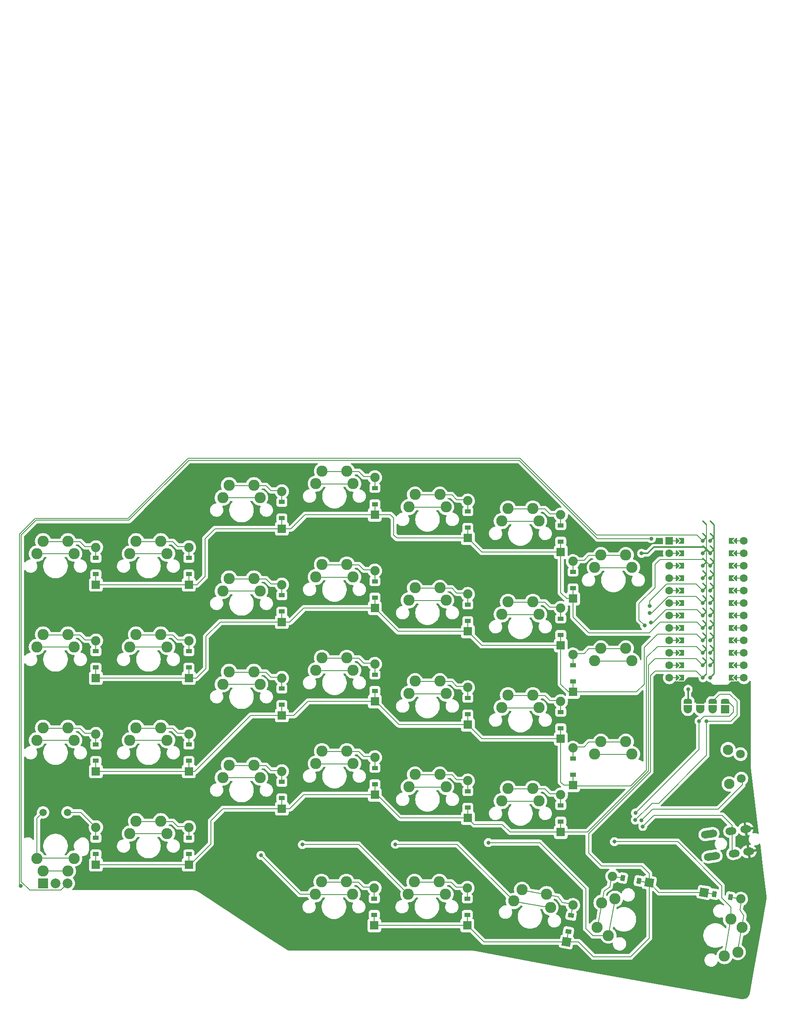
<source format=gtl>
G04 #@! TF.GenerationSoftware,KiCad,Pcbnew,6.0.5-a6ca702e91~116~ubuntu20.04.1*
G04 #@! TF.CreationDate,2022-08-09T06:44:48+00:00*
G04 #@! TF.ProjectId,spleeb,73706c65-6562-42e6-9b69-6361645f7063,v1.0.0*
G04 #@! TF.SameCoordinates,Original*
G04 #@! TF.FileFunction,Copper,L1,Top*
G04 #@! TF.FilePolarity,Positive*
%FSLAX46Y46*%
G04 Gerber Fmt 4.6, Leading zero omitted, Abs format (unit mm)*
G04 Created by KiCad (PCBNEW 6.0.5-a6ca702e91~116~ubuntu20.04.1) date 2022-08-09 06:44:48*
%MOMM*%
%LPD*%
G01*
G04 APERTURE LIST*
G04 Aperture macros list*
%AMHorizOval*
0 Thick line with rounded ends*
0 $1 width*
0 $2 $3 position (X,Y) of the first rounded end (center of the circle)*
0 $4 $5 position (X,Y) of the second rounded end (center of the circle)*
0 Add line between two ends*
20,1,$1,$2,$3,$4,$5,0*
0 Add two circle primitives to create the rounded ends*
1,1,$1,$2,$3*
1,1,$1,$4,$5*%
%AMRotRect*
0 Rectangle, with rotation*
0 The origin of the aperture is its center*
0 $1 length*
0 $2 width*
0 $3 Rotation angle, in degrees counterclockwise*
0 Add horizontal line*
21,1,$1,$2,0,0,$3*%
%AMFreePoly0*
4,1,5,0.125000,-0.500000,-0.125000,-0.500000,-0.125000,0.500000,0.125000,0.500000,0.125000,-0.500000,0.125000,-0.500000,$1*%
%AMFreePoly1*
4,1,6,0.600000,0.200000,0.000000,-0.400000,-0.600000,0.200000,-0.600000,0.400000,0.600000,0.400000,0.600000,0.200000,0.600000,0.200000,$1*%
%AMFreePoly2*
4,1,6,0.600000,-0.250000,-0.600000,-0.250000,-0.600000,1.000000,0.000000,0.400000,0.600000,1.000000,0.600000,-0.250000,0.600000,-0.250000,$1*%
%AMFreePoly3*
4,1,49,0.088388,4.152388,0.854389,3.386388,0.867708,3.368551,0.871189,3.365530,0.871982,3.362827,0.875852,3.357644,0.882333,3.327543,0.891000,3.298000,0.891000,0.766000,0.887805,0.743969,0.888131,0.739371,0.886780,0.736898,0.885852,0.730498,0.869154,0.704638,0.854389,0.677612,0.088388,-0.088388,0.064607,-0.106146,0.062500,-0.108253,0.061385,-0.108552,0.059644,-0.109852,
0.043810,-0.113261,0.000000,-0.125000,-0.004774,-0.123721,-0.009154,-0.124664,-0.028953,-0.117242,-0.062500,-0.108253,-0.068237,-0.102516,-0.075052,-0.099961,-0.087614,-0.083139,-0.108253,-0.062500,-0.111178,-0.051584,-0.117161,-0.043572,-0.118539,-0.024114,-0.125000,0.000000,-0.121239,0.014035,-0.122131,0.026629,-0.113759,0.041953,-0.108253,0.062500,-0.095642,0.075111,-0.088388,0.088388,
0.641000,0.817777,0.641000,3.246223,-0.088388,3.975612,-0.109852,4.004356,-0.124664,4.073154,-0.099961,4.139052,-0.043572,4.181161,0.026629,4.186131,0.088388,4.152388,0.088388,4.152388,$1*%
%AMFreePoly4*
4,1,49,0.088388,4.152388,0.850389,3.390388,0.863708,3.372551,0.867189,3.369530,0.867982,3.366827,0.871852,3.361644,0.878333,3.331543,0.887000,3.302000,0.887000,0.762000,0.883805,0.739969,0.884131,0.735371,0.882780,0.732898,0.881852,0.726498,0.865154,0.700638,0.850389,0.673612,0.088388,-0.088388,0.064607,-0.106146,0.062500,-0.108253,0.061385,-0.108552,0.059644,-0.109852,
0.043810,-0.113261,0.000000,-0.125000,-0.004774,-0.123721,-0.009154,-0.124664,-0.028953,-0.117242,-0.062500,-0.108253,-0.068237,-0.102516,-0.075052,-0.099961,-0.087614,-0.083139,-0.108253,-0.062500,-0.111178,-0.051584,-0.117161,-0.043572,-0.118539,-0.024114,-0.125000,0.000000,-0.121239,0.014035,-0.122131,0.026629,-0.113759,0.041953,-0.108253,0.062500,-0.095642,0.075111,-0.088388,0.088388,
0.637000,0.813777,0.637000,3.250223,-0.088388,3.975612,-0.109852,4.004356,-0.124664,4.073154,-0.099961,4.139052,-0.043572,4.181161,0.026629,4.186131,0.088388,4.152388,0.088388,4.152388,$1*%
%AMFreePoly5*
4,1,20,0.000000,0.844959,0.073905,0.844508,0.209726,0.803889,0.328688,0.726782,0.421226,0.619385,0.479903,0.490333,0.500000,0.350000,0.500000,-0.350000,0.499851,-0.362216,0.476331,-0.502017,0.414519,-0.629596,0.319384,-0.734700,0.198574,-0.808877,0.061801,-0.846166,0.000000,-0.845033,0.000000,-0.850000,-0.500000,-0.850000,-0.500000,0.850000,0.000000,0.850000,0.000000,0.844959,
0.000000,0.844959,$1*%
%AMFreePoly6*
4,1,20,-0.850000,0.850000,0.000000,0.850000,0.115358,0.842136,0.293503,0.797719,0.457955,0.716085,0.601041,0.601041,0.716085,0.457955,0.797719,0.293503,0.842136,0.115358,0.850000,0.000000,0.842136,-0.115358,0.797719,-0.293503,0.716085,-0.457955,0.601041,-0.601041,0.457955,-0.716085,0.293503,-0.797719,0.115358,-0.842136,0.000000,-0.850000,-0.850000,-0.850000,-0.850000,0.850000,
-0.850000,0.850000,$1*%
G04 Aperture macros list end*
G04 #@! TA.AperFunction,ComponentPad*
%ADD10C,2.286000*%
G04 #@! TD*
G04 #@! TA.AperFunction,ComponentPad*
%ADD11RotRect,0.900000X1.200000X350.000000*%
G04 #@! TD*
G04 #@! TA.AperFunction,ComponentPad*
%ADD12C,1.905000*%
G04 #@! TD*
G04 #@! TA.AperFunction,ComponentPad*
%ADD13RotRect,1.778000X1.778000X350.000000*%
G04 #@! TD*
G04 #@! TA.AperFunction,ComponentPad*
%ADD14R,1.200000X0.900000*%
G04 #@! TD*
G04 #@! TA.AperFunction,ComponentPad*
%ADD15R,1.778000X1.778000*%
G04 #@! TD*
G04 #@! TA.AperFunction,ComponentPad*
%ADD16C,1.500000*%
G04 #@! TD*
G04 #@! TA.AperFunction,ComponentPad*
%ADD17R,2.000000X2.000000*%
G04 #@! TD*
G04 #@! TA.AperFunction,ComponentPad*
%ADD18C,2.000000*%
G04 #@! TD*
G04 #@! TA.AperFunction,ComponentPad*
%ADD19HorizOval,1.600000X-0.297260X-0.040455X0.297260X0.040455X0*%
G04 #@! TD*
G04 #@! TA.AperFunction,ComponentPad*
%ADD20C,1.600000*%
G04 #@! TD*
G04 #@! TA.AperFunction,SMDPad,CuDef*
%ADD21FreePoly0,90.000000*%
G04 #@! TD*
G04 #@! TA.AperFunction,SMDPad,CuDef*
%ADD22FreePoly1,90.000000*%
G04 #@! TD*
G04 #@! TA.AperFunction,SMDPad,CuDef*
%ADD23FreePoly1,270.000000*%
G04 #@! TD*
G04 #@! TA.AperFunction,ComponentPad*
%ADD24R,1.600000X1.600000*%
G04 #@! TD*
G04 #@! TA.AperFunction,SMDPad,CuDef*
%ADD25FreePoly0,270.000000*%
G04 #@! TD*
G04 #@! TA.AperFunction,SMDPad,CuDef*
%ADD26FreePoly2,270.000000*%
G04 #@! TD*
G04 #@! TA.AperFunction,ComponentPad*
%ADD27C,0.800000*%
G04 #@! TD*
G04 #@! TA.AperFunction,SMDPad,CuDef*
%ADD28FreePoly3,270.000000*%
G04 #@! TD*
G04 #@! TA.AperFunction,SMDPad,CuDef*
%ADD29FreePoly2,90.000000*%
G04 #@! TD*
G04 #@! TA.AperFunction,SMDPad,CuDef*
%ADD30FreePoly4,90.000000*%
G04 #@! TD*
G04 #@! TA.AperFunction,SMDPad,CuDef*
%ADD31FreePoly5,90.000000*%
G04 #@! TD*
G04 #@! TA.AperFunction,ComponentPad*
%ADD32R,1.700000X1.700000*%
G04 #@! TD*
G04 #@! TA.AperFunction,ComponentPad*
%ADD33FreePoly6,270.000000*%
G04 #@! TD*
G04 #@! TA.AperFunction,ComponentPad*
%ADD34C,1.800000*%
G04 #@! TD*
G04 #@! TA.AperFunction,ComponentPad*
%ADD35C,2.100000*%
G04 #@! TD*
G04 #@! TA.AperFunction,ComponentPad*
%ADD36RotRect,0.900000X1.200000X170.000000*%
G04 #@! TD*
G04 #@! TA.AperFunction,ComponentPad*
%ADD37RotRect,1.778000X1.778000X170.000000*%
G04 #@! TD*
G04 #@! TA.AperFunction,ComponentPad*
%ADD38RotRect,0.900000X1.200000X80.000000*%
G04 #@! TD*
G04 #@! TA.AperFunction,ComponentPad*
%ADD39RotRect,1.778000X1.778000X80.000000*%
G04 #@! TD*
G04 #@! TA.AperFunction,ViaPad*
%ADD40C,0.800000*%
G04 #@! TD*
G04 #@! TA.AperFunction,Conductor*
%ADD41C,0.200000*%
G04 #@! TD*
G04 #@! TA.AperFunction,Conductor*
%ADD42C,0.300000*%
G04 #@! TD*
G04 APERTURE END LIST*
D10*
G04 #@! TO.P,S18,1*
G04 #@! TO.N,index_home*
X73460000Y33655000D03*
X78540000Y33655000D03*
G04 #@! TO.P,S18,2*
G04 #@! TO.N,P19*
X72190000Y31115000D03*
X79810000Y31115000D03*
G04 #@! TD*
D11*
G04 #@! TO.P,D32,1*
G04 #@! TO.N,P9*
X134660062Y-9849416D03*
D12*
G04 #@! TO.N,far_mods*
X140037113Y-10797535D03*
D11*
G04 #@! TO.P,D32,2*
X137909928Y-10422454D03*
D13*
G04 #@! TO.N,P9*
X132532877Y-9474335D03*
G04 #@! TD*
D10*
G04 #@! TO.P,S26,1*
G04 #@! TO.N,extra_top*
X116540000Y40347500D03*
X111460000Y40347500D03*
G04 #@! TO.P,S26,2*
G04 #@! TO.N,P21*
X117810000Y37807500D03*
X110190000Y37807500D03*
G04 #@! TD*
D12*
G04 #@! TO.P,D27,1*
G04 #@! TO.N,extra_number*
X105750000Y58127500D03*
D14*
G04 #@! TO.N,P5*
X105750000Y52667500D03*
G04 #@! TO.P,D27,2*
G04 #@! TO.N,extra_number*
X105750000Y55967500D03*
D15*
G04 #@! TO.N,P5*
X105750000Y50507500D03*
G04 #@! TD*
D16*
G04 #@! TO.P,ROT1,1*
G04 #@! TO.N,P16*
X-2540000Y6880000D03*
G04 #@! TO.P,ROT1,2*
G04 #@! TO.N,outer_bottom*
X2460000Y6880000D03*
D17*
G04 #@! TO.P,ROT1,A*
G04 #@! TO.N,P1*
X-2540000Y-7620000D03*
D18*
G04 #@! TO.P,ROT1,B*
G04 #@! TO.N,P0*
X2460000Y-7620000D03*
G04 #@! TO.P,ROT1,C*
G04 #@! TO.N,GND*
X-40000Y-7620000D03*
G04 #@! TD*
D14*
G04 #@! TO.P,D3,1*
G04 #@! TO.N,P6*
X8250000Y36450000D03*
D12*
G04 #@! TO.N,outer_top*
X8250000Y41910000D03*
D15*
G04 #@! TO.P,D3,2*
G04 #@! TO.N,P6*
X8250000Y34290000D03*
D14*
G04 #@! TO.N,outer_top*
X8250000Y39750000D03*
G04 #@! TD*
D12*
G04 #@! TO.P,D5,1*
G04 #@! TO.N,pinky_bottom*
X27250000Y3810000D03*
D14*
G04 #@! TO.N,P8*
X27250000Y-1650000D03*
D15*
G04 #@! TO.P,D5,2*
X27250000Y-3810000D03*
D14*
G04 #@! TO.N,pinky_bottom*
X27250000Y1650000D03*
G04 #@! TD*
D12*
G04 #@! TO.P,D17,1*
G04 #@! TO.N,index_bottom*
X84250000Y13335000D03*
D14*
G04 #@! TO.N,P8*
X84250000Y7875000D03*
D15*
G04 #@! TO.P,D17,2*
X84250000Y5715000D03*
D14*
G04 #@! TO.N,index_bottom*
X84250000Y11175000D03*
G04 #@! TD*
G04 #@! TO.P,D23,1*
G04 #@! TO.N,P6*
X103250000Y43117500D03*
D12*
G04 #@! TO.N,inner_top*
X103250000Y48577500D03*
D15*
G04 #@! TO.P,D23,2*
G04 #@! TO.N,P6*
X103250000Y40957500D03*
D14*
G04 #@! TO.N,inner_top*
X103250000Y46417500D03*
G04 #@! TD*
D19*
G04 #@! TO.P,REF\u002A\u002A,1*
G04 #@! TO.N,GND*
X133611063Y-2195953D03*
X132990749Y2362031D03*
G04 #@! TO.P,REF\u002A\u002A,2*
X134080702Y2510367D03*
X134701016Y-2047616D03*
G04 #@! TO.P,REF\u002A\u002A,3*
G04 #@! TO.N,P4*
X138044165Y3049770D03*
X138664479Y-1508213D03*
G04 #@! TO.P,REF\u002A\u002A,4*
G04 #@! TO.N,VCC*
X141637077Y-1103660D03*
X141016763Y3454323D03*
G04 #@! TD*
D12*
G04 #@! TO.P,D29,1*
G04 #@! TO.N,mod_two_mods*
X84150000Y-8572500D03*
D14*
G04 #@! TO.N,P9*
X84150000Y-14032500D03*
G04 #@! TO.P,D29,2*
G04 #@! TO.N,mod_two_mods*
X84150000Y-10732500D03*
D15*
G04 #@! TO.N,P9*
X84150000Y-16192500D03*
G04 #@! TD*
D12*
G04 #@! TO.P,D19,1*
G04 #@! TO.N,index_top*
X84250000Y51435000D03*
D14*
G04 #@! TO.N,P6*
X84250000Y45975000D03*
G04 #@! TO.P,D19,2*
G04 #@! TO.N,index_top*
X84250000Y49275000D03*
D15*
G04 #@! TO.N,P6*
X84250000Y43815000D03*
G04 #@! TD*
D12*
G04 #@! TO.P,D11,1*
G04 #@! TO.N,ring_top*
X46250000Y53340000D03*
D14*
G04 #@! TO.N,P6*
X46250000Y47880000D03*
G04 #@! TO.P,D11,2*
G04 #@! TO.N,ring_top*
X46250000Y51180000D03*
D15*
G04 #@! TO.N,P6*
X46250000Y45720000D03*
G04 #@! TD*
D10*
G04 #@! TO.P,S30,1*
G04 #@! TO.N,near_mods*
X95330721Y-8938610D03*
X100333544Y-9820743D03*
G04 #@! TO.P,S30,2*
G04 #@! TO.N,P19*
X101143184Y-12542688D03*
X93638949Y-11219489D03*
G04 #@! TD*
D20*
G04 #@! TO.P,MCU1,*
G04 #@! TO.N,*
X140670000Y47047500D03*
D21*
X126700000Y36887500D03*
D22*
X127208000Y54667500D03*
D20*
X140670000Y39427500D03*
D22*
X127208000Y44507500D03*
D20*
X125430000Y59747500D03*
D22*
X127208000Y47047500D03*
D23*
X138892000Y59747500D03*
D21*
X126700000Y39427500D03*
D20*
X140670000Y36887500D03*
D24*
X125430000Y62287500D03*
D25*
X139400000Y34347500D03*
D23*
X138892000Y34347500D03*
D25*
X139400000Y57207500D03*
D20*
X125430000Y54667500D03*
D22*
X127208000Y59747500D03*
D20*
X140670000Y59747500D03*
D25*
X139400000Y41967500D03*
X139400000Y59747500D03*
X139400000Y47047500D03*
D20*
X125430000Y44507500D03*
D21*
X126700000Y47047500D03*
D22*
X127208000Y57207500D03*
D23*
X138892000Y49587500D03*
D20*
X125430000Y52127500D03*
X140670000Y62287500D03*
X140670000Y54667500D03*
D25*
X139400000Y54667500D03*
D20*
X140670000Y44507500D03*
D23*
X138892000Y52127500D03*
X138892000Y41967500D03*
D22*
X127208000Y52127500D03*
D21*
X126700000Y57207500D03*
X126700000Y59747500D03*
D25*
X139400000Y52127500D03*
D20*
X125430000Y39427500D03*
D23*
X138892000Y47047500D03*
D20*
X125430000Y36887500D03*
X140670000Y57207500D03*
D21*
X126700000Y62287500D03*
D25*
X139400000Y62287500D03*
D23*
X138892000Y62287500D03*
X138892000Y57207500D03*
D20*
X125430000Y41967500D03*
X140670000Y34347500D03*
D23*
X138892000Y39427500D03*
D22*
X127208000Y39427500D03*
D25*
X139400000Y36887500D03*
D22*
X127208000Y36887500D03*
X127208000Y34347500D03*
D20*
X140670000Y41967500D03*
D21*
X126700000Y54667500D03*
D20*
X140670000Y49587500D03*
D21*
X126700000Y52127500D03*
D23*
X138892000Y36887500D03*
D22*
X127208000Y62287500D03*
X127208000Y41967500D03*
D21*
X126700000Y44507500D03*
D23*
X138892000Y44507500D03*
D25*
X139400000Y49587500D03*
D23*
X138892000Y54667500D03*
D20*
X125430000Y57207500D03*
X140670000Y52127500D03*
D21*
X126700000Y49587500D03*
D20*
X125430000Y34347500D03*
D25*
X139400000Y44507500D03*
D22*
X127208000Y49587500D03*
D20*
X125430000Y62287500D03*
X125430000Y49587500D03*
X125430000Y47047500D03*
D21*
X126700000Y41967500D03*
X126700000Y34347500D03*
D25*
X139400000Y39427500D03*
D26*
G04 #@! TO.P,MCU1,1*
G04 #@! TO.N,RAW*
X137876000Y62287500D03*
D27*
X133812000Y62287500D03*
D28*
X133812000Y62287500D03*
D26*
G04 #@! TO.P,MCU1,2*
G04 #@! TO.N,GND*
X137876000Y59747500D03*
D27*
X133812000Y59747500D03*
D28*
X133812000Y59747500D03*
D26*
G04 #@! TO.P,MCU1,3*
G04 #@! TO.N,RST*
X137876000Y57207500D03*
D28*
X133812000Y57207500D03*
D27*
X133812000Y57207500D03*
G04 #@! TO.P,MCU1,4*
G04 #@! TO.N,VCC*
X133812000Y54667500D03*
D26*
X137876000Y54667500D03*
D28*
X133812000Y54667500D03*
D27*
G04 #@! TO.P,MCU1,5*
G04 #@! TO.N,P21*
X133812000Y52127500D03*
D28*
X133812000Y52127500D03*
D26*
X137876000Y52127500D03*
D27*
G04 #@! TO.P,MCU1,6*
G04 #@! TO.N,P20*
X133812000Y49587500D03*
D26*
X137876000Y49587500D03*
D28*
X133812000Y49587500D03*
D26*
G04 #@! TO.P,MCU1,7*
G04 #@! TO.N,P19*
X137876000Y47047500D03*
D27*
X133812000Y47047500D03*
D28*
X133812000Y47047500D03*
D26*
G04 #@! TO.P,MCU1,8*
G04 #@! TO.N,P18*
X137876000Y44507500D03*
D27*
X133812000Y44507500D03*
D28*
X133812000Y44507500D03*
D26*
G04 #@! TO.P,MCU1,9*
G04 #@! TO.N,P15*
X137876000Y41967500D03*
D27*
X133812000Y41967500D03*
D28*
X133812000Y41967500D03*
G04 #@! TO.P,MCU1,10*
G04 #@! TO.N,P14*
X133812000Y39427500D03*
D26*
X137876000Y39427500D03*
D27*
X133812000Y39427500D03*
D26*
G04 #@! TO.P,MCU1,11*
G04 #@! TO.N,P16*
X137876000Y36887500D03*
D27*
X133812000Y36887500D03*
D28*
X133812000Y36887500D03*
G04 #@! TO.P,MCU1,12*
G04 #@! TO.N,P10*
X133812000Y34347500D03*
D27*
X133812000Y34347500D03*
D26*
X137876000Y34347500D03*
D27*
G04 #@! TO.P,MCU1,13*
G04 #@! TO.N,P9*
X132288000Y34347500D03*
D29*
X128224000Y34347500D03*
D30*
X132288000Y34347500D03*
D29*
G04 #@! TO.P,MCU1,14*
G04 #@! TO.N,P8*
X128224000Y36887500D03*
D30*
X132288000Y36887500D03*
D27*
X132288000Y36887500D03*
D29*
G04 #@! TO.P,MCU1,15*
G04 #@! TO.N,P7*
X128224000Y39427500D03*
D27*
X132288000Y39427500D03*
D30*
X132288000Y39427500D03*
D29*
G04 #@! TO.P,MCU1,16*
G04 #@! TO.N,P6*
X128224000Y41967500D03*
D27*
X132288000Y41967500D03*
D30*
X132288000Y41967500D03*
G04 #@! TO.P,MCU1,17*
G04 #@! TO.N,P5*
X132288000Y44507500D03*
D29*
X128224000Y44507500D03*
D27*
X132288000Y44507500D03*
D29*
G04 #@! TO.P,MCU1,18*
G04 #@! TO.N,P4*
X128224000Y47047500D03*
D27*
X132288000Y47047500D03*
D30*
X132288000Y47047500D03*
D27*
G04 #@! TO.P,MCU1,19*
G04 #@! TO.N,P3*
X132288000Y49587500D03*
D30*
X132288000Y49587500D03*
D29*
X128224000Y49587500D03*
G04 #@! TO.P,MCU1,20*
G04 #@! TO.N,P2*
X128224000Y52127500D03*
D27*
X132288000Y52127500D03*
D30*
X132288000Y52127500D03*
D29*
G04 #@! TO.P,MCU1,21*
G04 #@! TO.N,GND*
X128224000Y54667500D03*
D27*
X132288000Y54667500D03*
D30*
X132288000Y54667500D03*
G04 #@! TO.P,MCU1,22*
X132288000Y57207500D03*
D27*
X132288000Y57207500D03*
D29*
X128224000Y57207500D03*
G04 #@! TO.P,MCU1,23*
G04 #@! TO.N,P0*
X128224000Y59747500D03*
D27*
X132288000Y59747500D03*
D30*
X132288000Y59747500D03*
D29*
G04 #@! TO.P,MCU1,24*
G04 #@! TO.N,P1*
X128224000Y62287500D03*
D30*
X132288000Y62287500D03*
D27*
X132288000Y62287500D03*
G04 #@! TD*
D10*
G04 #@! TO.P,S17,1*
G04 #@! TO.N,index_bottom*
X78540000Y14605000D03*
X73460000Y14605000D03*
G04 #@! TO.P,S17,2*
G04 #@! TO.N,P19*
X79810000Y12065000D03*
X72190000Y12065000D03*
G04 #@! TD*
D12*
G04 #@! TO.P,D22,1*
G04 #@! TO.N,inner_home*
X103250000Y29527500D03*
D14*
G04 #@! TO.N,P7*
X103250000Y24067500D03*
G04 #@! TO.P,D22,2*
G04 #@! TO.N,inner_home*
X103250000Y27367500D03*
D15*
G04 #@! TO.N,P7*
X103250000Y21907500D03*
G04 #@! TD*
D12*
G04 #@! TO.P,D10,1*
G04 #@! TO.N,ring_home*
X46250000Y34290000D03*
D14*
G04 #@! TO.N,P7*
X46250000Y28830000D03*
D15*
G04 #@! TO.P,D10,2*
X46250000Y26670000D03*
D14*
G04 #@! TO.N,ring_home*
X46250000Y32130000D03*
G04 #@! TD*
D10*
G04 #@! TO.P,S14,1*
G04 #@! TO.N,middle_home*
X54460000Y38417500D03*
X59540000Y38417500D03*
G04 #@! TO.P,S14,2*
G04 #@! TO.N,P18*
X53190000Y35877500D03*
X60810000Y35877500D03*
G04 #@! TD*
D14*
G04 #@! TO.P,D1,1*
G04 #@! TO.N,P8*
X8250000Y-1650000D03*
D12*
G04 #@! TO.N,outer_bottom*
X8250000Y3810000D03*
D15*
G04 #@! TO.P,D1,2*
G04 #@! TO.N,P8*
X8250000Y-3810000D03*
D14*
G04 #@! TO.N,outer_bottom*
X8250000Y1650000D03*
G04 #@! TD*
D10*
G04 #@! TO.P,S22,1*
G04 #@! TO.N,inner_home*
X92460000Y30797500D03*
X97540000Y30797500D03*
G04 #@! TO.P,S22,2*
G04 #@! TO.N,P20*
X91190000Y28257500D03*
X98810000Y28257500D03*
G04 #@! TD*
G04 #@! TO.P,S20,1*
G04 #@! TO.N,index_number*
X73460000Y71755000D03*
X78540000Y71755000D03*
G04 #@! TO.P,S20,2*
G04 #@! TO.N,P19*
X79810000Y69215000D03*
X72190000Y69215000D03*
G04 #@! TD*
D14*
G04 #@! TO.P,D24,1*
G04 #@! TO.N,P5*
X103250000Y62167500D03*
D12*
G04 #@! TO.N,inner_number*
X103250000Y67627500D03*
D14*
G04 #@! TO.P,D24,2*
X103250000Y65467500D03*
D15*
G04 #@! TO.N,P5*
X103250000Y60007500D03*
G04 #@! TD*
D10*
G04 #@! TO.P,S2,1*
G04 #@! TO.N,outer_home*
X-2540000Y24130000D03*
X2540000Y24130000D03*
G04 #@! TO.P,S2,2*
G04 #@! TO.N,P16*
X3810000Y21590000D03*
X-3810000Y21590000D03*
G04 #@! TD*
G04 #@! TO.P,S29,1*
G04 #@! TO.N,mod_two_mods*
X73360000Y-7302500D03*
X78440000Y-7302500D03*
G04 #@! TO.P,S29,2*
G04 #@! TO.N,P18*
X79710000Y-9842500D03*
X72090000Y-9842500D03*
G04 #@! TD*
D12*
G04 #@! TO.P,D15,1*
G04 #@! TO.N,middle_top*
X65250000Y56197500D03*
D14*
G04 #@! TO.N,P6*
X65250000Y50737500D03*
G04 #@! TO.P,D15,2*
G04 #@! TO.N,middle_top*
X65250000Y54037500D03*
D15*
G04 #@! TO.N,P6*
X65250000Y48577500D03*
G04 #@! TD*
D31*
G04 #@! TO.P,OLED1,1*
G04 #@! TO.N,P2*
X136850000Y29568500D03*
G04 #@! TO.P,OLED1,2*
G04 #@! TO.N,P3*
X134310000Y29568500D03*
G04 #@! TO.P,OLED1,3*
G04 #@! TO.N,VCC*
X131770000Y29568500D03*
G04 #@! TO.P,OLED1,4*
G04 #@! TO.N,GND*
X129230000Y29568500D03*
D32*
G04 #@! TO.P,OLED1,5*
G04 #@! TO.N,N/C*
X136850000Y27917500D03*
D33*
G04 #@! TO.P,OLED1,6*
X134310000Y27917500D03*
G04 #@! TO.P,OLED1,7*
X131770000Y27917500D03*
G04 #@! TO.P,OLED1,8*
X129230000Y27917500D03*
G04 #@! TD*
D10*
G04 #@! TO.P,S28,1*
G04 #@! TO.N,mod_one_mods*
X54360000Y-7302500D03*
X59440000Y-7302500D03*
G04 #@! TO.P,S28,2*
G04 #@! TO.N,P15*
X53090000Y-9842500D03*
X60710000Y-9842500D03*
G04 #@! TD*
G04 #@! TO.P,S10,1*
G04 #@! TO.N,ring_home*
X40540000Y35560000D03*
X35460000Y35560000D03*
G04 #@! TO.P,S10,2*
G04 #@! TO.N,P15*
X34190000Y33020000D03*
X41810000Y33020000D03*
G04 #@! TD*
G04 #@! TO.P,S8,1*
G04 #@! TO.N,pinky_number*
X16460000Y62230000D03*
X21540000Y62230000D03*
G04 #@! TO.P,S8,2*
G04 #@! TO.N,P14*
X22810000Y59690000D03*
X15190000Y59690000D03*
G04 #@! TD*
D12*
G04 #@! TO.P,D4,1*
G04 #@! TO.N,outer_number*
X8250000Y60960000D03*
D14*
G04 #@! TO.N,P5*
X8250000Y55500000D03*
D15*
G04 #@! TO.P,D4,2*
X8250000Y53340000D03*
D14*
G04 #@! TO.N,outer_number*
X8250000Y58800000D03*
G04 #@! TD*
G04 #@! TO.P,D12,1*
G04 #@! TO.N,P5*
X46250000Y66930000D03*
D12*
G04 #@! TO.N,ring_number*
X46250000Y72390000D03*
D15*
G04 #@! TO.P,D12,2*
G04 #@! TO.N,P5*
X46250000Y64770000D03*
D14*
G04 #@! TO.N,ring_number*
X46250000Y70230000D03*
G04 #@! TD*
D12*
G04 #@! TO.P,D20,1*
G04 #@! TO.N,index_number*
X84250000Y70485000D03*
D14*
G04 #@! TO.N,P5*
X84250000Y65025000D03*
D15*
G04 #@! TO.P,D20,2*
X84250000Y62865000D03*
D14*
G04 #@! TO.N,index_number*
X84250000Y68325000D03*
G04 #@! TD*
D10*
G04 #@! TO.P,S23,1*
G04 #@! TO.N,inner_top*
X92460000Y49847500D03*
X97540000Y49847500D03*
G04 #@! TO.P,S23,2*
G04 #@! TO.N,P20*
X91190000Y47307500D03*
X98810000Y47307500D03*
G04 #@! TD*
G04 #@! TO.P,S9,1*
G04 #@! TO.N,ring_bottom*
X35460000Y16510000D03*
X40540000Y16510000D03*
G04 #@! TO.P,S9,2*
G04 #@! TO.N,P15*
X34190000Y13970000D03*
X41810000Y13970000D03*
G04 #@! TD*
D14*
G04 #@! TO.P,D21,1*
G04 #@! TO.N,P8*
X103250000Y5017500D03*
D12*
G04 #@! TO.N,inner_bottom*
X103250000Y10477500D03*
D14*
G04 #@! TO.P,D21,2*
X103250000Y8317500D03*
D15*
G04 #@! TO.N,P8*
X103250000Y2857500D03*
G04 #@! TD*
D12*
G04 #@! TO.P,D26,1*
G04 #@! TO.N,extra_top*
X105750000Y39077500D03*
D14*
G04 #@! TO.N,P6*
X105750000Y33617500D03*
G04 #@! TO.P,D26,2*
G04 #@! TO.N,extra_top*
X105750000Y36917500D03*
D15*
G04 #@! TO.N,P6*
X105750000Y31457500D03*
G04 #@! TD*
D10*
G04 #@! TO.P,S13,1*
G04 #@! TO.N,middle_bottom*
X59540000Y19367500D03*
X54460000Y19367500D03*
G04 #@! TO.P,S13,2*
G04 #@! TO.N,P18*
X60810000Y16827500D03*
X53190000Y16827500D03*
G04 #@! TD*
G04 #@! TO.P,S16,1*
G04 #@! TO.N,middle_number*
X54460000Y76517500D03*
X59540000Y76517500D03*
G04 #@! TO.P,S16,2*
G04 #@! TO.N,P18*
X53190000Y73977500D03*
X60810000Y73977500D03*
G04 #@! TD*
G04 #@! TO.P,S6,1*
G04 #@! TO.N,pinky_home*
X16460000Y24130000D03*
X21540000Y24130000D03*
G04 #@! TO.P,S6,2*
G04 #@! TO.N,P14*
X15190000Y21590000D03*
X22810000Y21590000D03*
G04 #@! TD*
D12*
G04 #@! TO.P,D28,1*
G04 #@! TO.N,mod_one_mods*
X65150000Y-8572500D03*
D14*
G04 #@! TO.N,P9*
X65150000Y-14032500D03*
D15*
G04 #@! TO.P,D28,2*
X65150000Y-16192500D03*
D14*
G04 #@! TO.N,mod_one_mods*
X65150000Y-10732500D03*
G04 #@! TD*
D34*
G04 #@! TO.P,B1,1*
G04 #@! TO.N,RST*
X140136487Y13762647D03*
G04 #@! TO.P,B1,2*
G04 #@! TO.N,GND*
X139961990Y18759601D03*
D35*
G04 #@! TO.P,B1,MP*
G04 #@! TO.N,N/C*
X137672910Y12676008D03*
X137428613Y19671744D03*
G04 #@! TD*
D12*
G04 #@! TO.P,D31,1*
G04 #@! TO.N,home_mods*
X113821530Y-6175020D03*
D36*
G04 #@! TO.N,P9*
X119198581Y-7123139D03*
D37*
G04 #@! TO.P,D31,2*
X121325766Y-7498220D03*
D36*
G04 #@! TO.N,home_mods*
X115948715Y-6550101D03*
G04 #@! TD*
D10*
G04 #@! TO.P,S15,1*
G04 #@! TO.N,middle_top*
X59540000Y57467500D03*
X54460000Y57467500D03*
G04 #@! TO.P,S15,2*
G04 #@! TO.N,P18*
X53190000Y54927500D03*
X60810000Y54927500D03*
G04 #@! TD*
D14*
G04 #@! TO.P,D25,1*
G04 #@! TO.N,P7*
X105750000Y14567500D03*
D12*
G04 #@! TO.N,extra_home*
X105750000Y20027500D03*
D14*
G04 #@! TO.P,D25,2*
X105750000Y17867500D03*
D15*
G04 #@! TO.N,P7*
X105750000Y12407500D03*
G04 #@! TD*
D10*
G04 #@! TO.P,S12,1*
G04 #@! TO.N,ring_number*
X40540000Y73660000D03*
X35460000Y73660000D03*
G04 #@! TO.P,S12,2*
G04 #@! TO.N,P15*
X34190000Y71120000D03*
X41810000Y71120000D03*
G04 #@! TD*
G04 #@! TO.P,S24,1*
G04 #@! TO.N,inner_number*
X92460000Y68897500D03*
X97540000Y68897500D03*
G04 #@! TO.P,S24,2*
G04 #@! TO.N,P20*
X91190000Y66357500D03*
X98810000Y66357500D03*
G04 #@! TD*
D14*
G04 #@! TO.P,D8,1*
G04 #@! TO.N,P5*
X27250000Y55500000D03*
D12*
G04 #@! TO.N,pinky_number*
X27250000Y60960000D03*
D15*
G04 #@! TO.P,D8,2*
G04 #@! TO.N,P5*
X27250000Y53340000D03*
D14*
G04 #@! TO.N,pinky_number*
X27250000Y58800000D03*
G04 #@! TD*
D10*
G04 #@! TO.P,S25,1*
G04 #@! TO.N,extra_home*
X116540000Y21297500D03*
X111460000Y21297500D03*
G04 #@! TO.P,S25,2*
G04 #@! TO.N,P21*
X110190000Y18757500D03*
X117810000Y18757500D03*
G04 #@! TD*
G04 #@! TO.P,S11,1*
G04 #@! TO.N,ring_top*
X35460000Y54610000D03*
X40540000Y54610000D03*
G04 #@! TO.P,S11,2*
G04 #@! TO.N,P15*
X41810000Y52070000D03*
X34190000Y52070000D03*
G04 #@! TD*
D12*
G04 #@! TO.P,D2,1*
G04 #@! TO.N,outer_home*
X8250000Y22860000D03*
D14*
G04 #@! TO.N,P7*
X8250000Y17400000D03*
D15*
G04 #@! TO.P,D2,2*
X8250000Y15240000D03*
D14*
G04 #@! TO.N,outer_home*
X8250000Y20700000D03*
G04 #@! TD*
D10*
G04 #@! TO.P,S21,1*
G04 #@! TO.N,inner_bottom*
X97540000Y11747500D03*
X92460000Y11747500D03*
G04 #@! TO.P,S21,2*
G04 #@! TO.N,P20*
X98810000Y9207500D03*
X91190000Y9207500D03*
G04 #@! TD*
D12*
G04 #@! TO.P,D6,1*
G04 #@! TO.N,pinky_home*
X27250000Y22860000D03*
D14*
G04 #@! TO.N,P7*
X27250000Y17400000D03*
G04 #@! TO.P,D6,2*
G04 #@! TO.N,pinky_home*
X27250000Y20700000D03*
D15*
G04 #@! TO.N,P7*
X27250000Y15240000D03*
G04 #@! TD*
D10*
G04 #@! TO.P,S1,1*
G04 #@! TO.N,outer_bottom*
X2540000Y-5080000D03*
X-2540000Y-5080000D03*
G04 #@! TO.P,S1,2*
G04 #@! TO.N,P16*
X3810000Y-2540000D03*
X-3810000Y-2540000D03*
G04 #@! TD*
G04 #@! TO.P,S27,1*
G04 #@! TO.N,extra_number*
X111460000Y59397500D03*
X116540000Y59397500D03*
G04 #@! TO.P,S27,2*
G04 #@! TO.N,P21*
X117810000Y56857500D03*
X110190000Y56857500D03*
G04 #@! TD*
D12*
G04 #@! TO.P,D14,1*
G04 #@! TO.N,middle_home*
X65250000Y37147500D03*
D14*
G04 #@! TO.N,P7*
X65250000Y31687500D03*
D15*
G04 #@! TO.P,D14,2*
X65250000Y29527500D03*
D14*
G04 #@! TO.N,middle_home*
X65250000Y34987500D03*
G04 #@! TD*
D10*
G04 #@! TO.P,S31,1*
G04 #@! TO.N,home_mods*
X110697160Y-16580563D03*
X111579293Y-11577740D03*
G04 #@! TO.P,S31,2*
G04 #@! TO.N,P20*
X114301238Y-10768100D03*
X112978039Y-18272335D03*
G04 #@! TD*
G04 #@! TO.P,S5,1*
G04 #@! TO.N,pinky_bottom*
X16460000Y5080000D03*
X21540000Y5080000D03*
G04 #@! TO.P,S5,2*
G04 #@! TO.N,P14*
X22810000Y2540000D03*
X15190000Y2540000D03*
G04 #@! TD*
D14*
G04 #@! TO.P,D18,1*
G04 #@! TO.N,P7*
X84250000Y26925000D03*
D12*
G04 #@! TO.N,index_home*
X84250000Y32385000D03*
D15*
G04 #@! TO.P,D18,2*
G04 #@! TO.N,P7*
X84250000Y24765000D03*
D14*
G04 #@! TO.N,index_home*
X84250000Y30225000D03*
G04 #@! TD*
D10*
G04 #@! TO.P,S19,1*
G04 #@! TO.N,index_top*
X78540000Y52705000D03*
X73460000Y52705000D03*
G04 #@! TO.P,S19,2*
G04 #@! TO.N,P19*
X79810000Y50165000D03*
X72190000Y50165000D03*
G04 #@! TD*
D12*
G04 #@! TO.P,D7,1*
G04 #@! TO.N,pinky_top*
X27250000Y41910000D03*
D14*
G04 #@! TO.N,P6*
X27250000Y36450000D03*
D15*
G04 #@! TO.P,D7,2*
X27250000Y34290000D03*
D14*
G04 #@! TO.N,pinky_top*
X27250000Y39750000D03*
G04 #@! TD*
D10*
G04 #@! TO.P,S32,1*
G04 #@! TO.N,far_mods*
X140296288Y-16641320D03*
X139414155Y-21644143D03*
G04 #@! TO.P,S32,2*
G04 #@! TO.N,P21*
X138015409Y-14949548D03*
X136692210Y-22453783D03*
G04 #@! TD*
D12*
G04 #@! TO.P,D30,1*
G04 #@! TO.N,near_mods*
X105736264Y-12062980D03*
D38*
G04 #@! TO.N,P9*
X104788145Y-17440031D03*
D39*
G04 #@! TO.P,D30,2*
X104413064Y-19567216D03*
D38*
G04 #@! TO.N,near_mods*
X105361183Y-14190165D03*
G04 #@! TD*
D12*
G04 #@! TO.P,D13,1*
G04 #@! TO.N,middle_bottom*
X65250000Y18097500D03*
D14*
G04 #@! TO.N,P8*
X65250000Y12637500D03*
D15*
G04 #@! TO.P,D13,2*
X65250000Y10477500D03*
D14*
G04 #@! TO.N,middle_bottom*
X65250000Y15937500D03*
G04 #@! TD*
D10*
G04 #@! TO.P,S4,1*
G04 #@! TO.N,outer_number*
X2540000Y62230000D03*
X-2540000Y62230000D03*
G04 #@! TO.P,S4,2*
G04 #@! TO.N,P16*
X-3810000Y59690000D03*
X3810000Y59690000D03*
G04 #@! TD*
G04 #@! TO.P,S3,1*
G04 #@! TO.N,outer_top*
X-2540000Y43180000D03*
X2540000Y43180000D03*
G04 #@! TO.P,S3,2*
G04 #@! TO.N,P16*
X-3810000Y40640000D03*
X3810000Y40640000D03*
G04 #@! TD*
G04 #@! TO.P,S7,1*
G04 #@! TO.N,pinky_top*
X21540000Y43180000D03*
X16460000Y43180000D03*
G04 #@! TO.P,S7,2*
G04 #@! TO.N,P14*
X15190000Y40640000D03*
X22810000Y40640000D03*
G04 #@! TD*
D12*
G04 #@! TO.P,D16,1*
G04 #@! TO.N,middle_number*
X65250000Y75247500D03*
D14*
G04 #@! TO.N,P5*
X65250000Y69787500D03*
G04 #@! TO.P,D16,2*
G04 #@! TO.N,middle_number*
X65250000Y73087500D03*
D15*
G04 #@! TO.N,P5*
X65250000Y67627500D03*
G04 #@! TD*
D12*
G04 #@! TO.P,D9,1*
G04 #@! TO.N,ring_bottom*
X46250000Y15240000D03*
D14*
G04 #@! TO.N,P8*
X46250000Y9780000D03*
G04 #@! TO.P,D9,2*
G04 #@! TO.N,ring_bottom*
X46250000Y13080000D03*
D15*
G04 #@! TO.N,P8*
X46250000Y7620000D03*
G04 #@! TD*
D40*
G04 #@! TO.N,P1*
X-7119622Y-8119622D03*
G04 #@! TO.N,P0*
X121750000Y62750000D03*
G04 #@! TO.N,GND*
X119750000Y59750000D03*
X129270000Y32000000D03*
G04 #@! TO.N,P15*
X41975000Y-1900000D03*
G04 #@! TO.N,P18*
X50450000Y300000D03*
G04 #@! TO.N,P19*
X69450000Y350000D03*
G04 #@! TO.N,P20*
X88450000Y700000D03*
G04 #@! TO.N,P21*
X114200000Y900000D03*
G04 #@! TO.N,RST*
X119750000Y5250000D03*
X120400000Y45000000D03*
G04 #@! TO.N,VCC*
X134200000Y32000000D03*
X121500000Y58250000D03*
G04 #@! TO.N,P2*
X131500000Y25500000D03*
X121400000Y49000000D03*
X118500000Y6750000D03*
G04 #@! TO.N,P3*
X118473311Y5290034D03*
X121400000Y47600000D03*
X133000000Y25500000D03*
G04 #@! TO.N,P4*
X120000000Y4000000D03*
X121630500Y45600000D03*
G04 #@! TD*
D41*
G04 #@! TO.N,outer_bottom*
X5180000Y6880000D02*
X8250000Y3810000D01*
X2460000Y6880000D02*
X5180000Y6880000D01*
X8250000Y4000000D02*
X8250000Y1500000D01*
X-2540000Y-5080000D02*
X2540000Y-5080000D01*
G04 #@! TO.N,P16*
X-3810000Y-1335000D02*
X-3810000Y-2540000D01*
X-3775000Y-1300000D02*
X-3810000Y-1335000D01*
X-3775000Y5645000D02*
X-3775000Y-1300000D01*
X3000000Y-2500000D02*
X-3000000Y-2500000D01*
X-2540000Y6880000D02*
X-3775000Y5645000D01*
X-3000000Y21550000D02*
X3000000Y21550000D01*
X-3000000Y59650000D02*
X3000000Y59650000D01*
X-3000000Y40600000D02*
X3000000Y40600000D01*
G04 #@! TO.N,P8*
X108673186Y2857500D02*
X121150000Y15334315D01*
X65672500Y10477500D02*
X70435000Y5715000D01*
X121150000Y36900000D02*
X122500000Y38250000D01*
X85538970Y4426030D02*
X91296030Y4426030D01*
X31750000Y450000D02*
X31750000Y5150000D01*
X27250000Y-3810000D02*
X27490000Y-3810000D01*
X34220000Y7620000D02*
X46250000Y7620000D01*
X70435000Y5715000D02*
X84250000Y5715000D01*
X92864560Y2857500D02*
X103250000Y2857500D01*
X50727500Y10477500D02*
X65250000Y10477500D01*
X8250000Y-3810000D02*
X27250000Y-3810000D01*
X65250000Y10477500D02*
X65672500Y10477500D01*
X46250000Y7620000D02*
X47870000Y7620000D01*
X91296030Y4426030D02*
X92864560Y2857500D01*
X103250000Y2857500D02*
X108673186Y2857500D01*
X47870000Y7620000D02*
X50727500Y10477500D01*
X122500000Y38250000D02*
X130925500Y38250000D01*
X27490000Y-3810000D02*
X31750000Y450000D01*
X103250000Y5167500D02*
X103250000Y2667500D01*
X84250000Y5715000D02*
X85538970Y4426030D01*
X130925500Y38250000D02*
X132288000Y36887500D01*
X8250000Y-1500000D02*
X8250000Y-4000000D01*
X65250000Y12787500D02*
X65250000Y10287500D01*
X121150000Y15334315D02*
X121150000Y36900000D01*
X27250000Y-1500000D02*
X27250000Y-4000000D01*
X84250000Y8025000D02*
X84250000Y5525000D01*
X31750000Y5150000D02*
X34220000Y7620000D01*
X46250000Y9930000D02*
X46250000Y7430000D01*
G04 #@! TO.N,P1*
X-7119622Y-8119622D02*
X-7400000Y-7839244D01*
X110565686Y63500000D02*
X131075500Y63500000D01*
X-4165685Y66900000D02*
X14834315Y66900000D01*
X-7400000Y63665685D02*
X-4165685Y66900000D01*
X131075500Y63500000D02*
X132288000Y62287500D01*
X-7400000Y-7839244D02*
X-7400000Y63665685D01*
X27084315Y79150000D02*
X94915686Y79150000D01*
X94915686Y79150000D02*
X110565686Y63500000D01*
X14834315Y66900000D02*
X27084315Y79150000D01*
G04 #@! TO.N,P0*
X1080000Y-9000000D02*
X2460000Y-7620000D01*
X121750000Y62750000D02*
X110750000Y62750000D01*
X110750000Y62750000D02*
X94750000Y78750000D01*
X27250000Y78750000D02*
X15000000Y66500000D01*
X-5250000Y-9000000D02*
X1080000Y-9000000D01*
X-7000000Y63500000D02*
X-7000000Y-7250000D01*
X15000000Y66500000D02*
X-4000000Y66500000D01*
X-7000000Y-7250000D02*
X-5250000Y-9000000D01*
X-4000000Y66500000D02*
X-7000000Y63500000D01*
X94750000Y78750000D02*
X27250000Y78750000D01*
D42*
G04 #@! TO.N,GND*
X129270000Y32000000D02*
X129250000Y31980000D01*
X132559500Y61000000D02*
X133812000Y59747500D01*
X129250000Y31980000D02*
X129250000Y29488500D01*
X122250000Y61000000D02*
X132559500Y61000000D01*
X119750000Y59750000D02*
X121000000Y59750000D01*
X121000000Y59750000D02*
X122250000Y61000000D01*
D41*
G04 #@! TO.N,outer_home*
X8250000Y23050000D02*
X8250000Y20550000D01*
X3000000Y24050000D02*
X5000000Y24050000D01*
X-3000000Y24050000D02*
X3000000Y24050000D01*
X6000000Y23050000D02*
X8250000Y23050000D01*
X5000000Y24050000D02*
X6000000Y23050000D01*
G04 #@! TO.N,P7*
X28490000Y15240000D02*
X39920000Y26670000D01*
X120750000Y15500000D02*
X120750000Y38500000D01*
X8250000Y15240000D02*
X27250000Y15240000D01*
X120750000Y38500000D02*
X123000000Y40750000D01*
X48720000Y26670000D02*
X51577500Y29527500D01*
X117550000Y12300000D02*
X120750000Y15500000D01*
X103892500Y12407500D02*
X103250000Y13050000D01*
X123000000Y40750000D02*
X130965500Y40750000D01*
X39920000Y26670000D02*
X46250000Y26670000D01*
X103250000Y13050000D02*
X103250000Y21907500D01*
X65250000Y29527500D02*
X65422500Y29527500D01*
X27250000Y15240000D02*
X28490000Y15240000D01*
X65422500Y29527500D02*
X70185000Y24765000D01*
X70185000Y24765000D02*
X84250000Y24765000D01*
X130965500Y40750000D02*
X132288000Y39427500D01*
X87107500Y21907500D02*
X103250000Y21907500D01*
X84250000Y24765000D02*
X87107500Y21907500D01*
X105857500Y12300000D02*
X117550000Y12300000D01*
X46250000Y26670000D02*
X48720000Y26670000D01*
X8250000Y17550000D02*
X8250000Y15050000D01*
X84250000Y27075000D02*
X84250000Y24575000D01*
X51577500Y29527500D02*
X65250000Y29527500D01*
X105750000Y12407500D02*
X105857500Y12300000D01*
X27250000Y17550000D02*
X27250000Y15050000D01*
X105750000Y12407500D02*
X103892500Y12407500D01*
X103250000Y24217500D02*
X103250000Y21717500D01*
X65250000Y31837500D02*
X65250000Y29337500D01*
X46250000Y28980000D02*
X46250000Y26480000D01*
X105750000Y14717500D02*
X105750000Y12217500D01*
G04 #@! TO.N,outer_top*
X5000000Y43100000D02*
X6000000Y42100000D01*
X6000000Y42100000D02*
X8250000Y42100000D01*
X3000000Y43100000D02*
X5000000Y43100000D01*
X8250000Y42100000D02*
X8250000Y39600000D01*
X-3000000Y43100000D02*
X3000000Y43100000D01*
G04 #@! TO.N,P6*
X118737371Y31457500D02*
X120305901Y33026030D01*
X105750000Y31457500D02*
X118737371Y31457500D01*
X8250000Y34290000D02*
X27250000Y34290000D01*
X123000000Y43250000D02*
X131005500Y43250000D01*
X105750000Y31457500D02*
X104842500Y31457500D01*
X84250000Y43815000D02*
X87107500Y40957500D01*
X28790000Y34290000D02*
X30750000Y36250000D01*
X30750000Y42800000D02*
X33670000Y45720000D01*
X33670000Y45720000D02*
X46250000Y45720000D01*
X50727500Y48577500D02*
X65250000Y48577500D01*
X120305901Y33026030D02*
X120305901Y40555901D01*
X65250000Y48577500D02*
X70012500Y43815000D01*
X87107500Y40957500D02*
X103250000Y40957500D01*
X104842500Y31457500D02*
X103250000Y33050000D01*
X30750000Y36250000D02*
X30750000Y42800000D01*
X103250000Y33050000D02*
X103250000Y40957500D01*
X131005500Y43250000D02*
X132288000Y41967500D01*
X46250000Y45720000D02*
X47870000Y45720000D01*
X120305901Y40555901D02*
X123000000Y43250000D01*
X27250000Y36600000D02*
X27250000Y34100000D01*
X47870000Y45720000D02*
X50727500Y48577500D01*
X70012500Y43815000D02*
X84250000Y43815000D01*
X105750000Y33767500D02*
X105750000Y31267500D01*
X84250000Y46125000D02*
X84250000Y43625000D01*
X65250000Y50887500D02*
X65250000Y48387500D01*
X8250000Y36600000D02*
X8250000Y34100000D01*
X103250000Y43267500D02*
X103250000Y40767500D01*
X27250000Y34290000D02*
X28790000Y34290000D01*
X46250000Y48030000D02*
X46250000Y45530000D01*
G04 #@! TO.N,outer_number*
X3000000Y62150000D02*
X5000000Y62150000D01*
X6000000Y61150000D02*
X8250000Y61150000D01*
X-3000000Y62150000D02*
X3000000Y62150000D01*
X5000000Y62150000D02*
X6000000Y61150000D01*
X8250000Y61150000D02*
X8250000Y58650000D01*
G04 #@! TO.N,P5*
X32570000Y64770000D02*
X46250000Y64770000D01*
X69735000Y62865000D02*
X84250000Y62865000D01*
X105750000Y50507500D02*
X105750000Y46750000D01*
X69100000Y63500000D02*
X69735000Y62865000D01*
X84250000Y62865000D02*
X87107500Y60007500D01*
X30550000Y62750000D02*
X32570000Y64770000D01*
X105750000Y46750000D02*
X109000000Y43500000D01*
X103250000Y60007500D02*
X103250000Y51700000D01*
X65250000Y67627500D02*
X68422500Y67627500D01*
X68422500Y67627500D02*
X69100000Y66950000D01*
X103250000Y51700000D02*
X104442500Y50507500D01*
X104442500Y50507500D02*
X105750000Y50507500D01*
X27250000Y53340000D02*
X28890000Y53340000D01*
X121300000Y43500000D02*
X123550000Y45750000D01*
X28890000Y53340000D02*
X30550000Y55000000D01*
X69100000Y66950000D02*
X69100000Y63500000D01*
X123550000Y45750000D02*
X131045500Y45750000D01*
X46250000Y64770000D02*
X48120000Y64770000D01*
X27250000Y55650000D02*
X27250000Y53150000D01*
X8250000Y53340000D02*
X27250000Y53340000D01*
X87107500Y60007500D02*
X103250000Y60007500D01*
X65250000Y69937500D02*
X65250000Y67437500D01*
X109000000Y43500000D02*
X121300000Y43500000D01*
X131045500Y45750000D02*
X132288000Y44507500D01*
X30550000Y55000000D02*
X30550000Y62750000D01*
X48120000Y64770000D02*
X50977500Y67627500D01*
X8250000Y55650000D02*
X8250000Y53150000D01*
X103250000Y62317500D02*
X103250000Y59817500D01*
X46250000Y67080000D02*
X46250000Y64580000D01*
X105750000Y52817500D02*
X105750000Y50317500D01*
X50977500Y67627500D02*
X65250000Y67627500D01*
X84250000Y65175000D02*
X84250000Y62675000D01*
G04 #@! TO.N,pinky_bottom*
X16000000Y5000000D02*
X22000000Y5000000D01*
X27250000Y4000000D02*
X27250000Y1500000D01*
X25000000Y4000000D02*
X27250000Y4000000D01*
X22000000Y5000000D02*
X24000000Y5000000D01*
X24000000Y5000000D02*
X25000000Y4000000D01*
G04 #@! TO.N,P14*
X16000000Y59650000D02*
X22000000Y59650000D01*
X16000000Y21550000D02*
X22000000Y21550000D01*
X16000000Y2500000D02*
X22000000Y2500000D01*
X16000000Y40600000D02*
X22000000Y40600000D01*
G04 #@! TO.N,pinky_home*
X25000000Y23050000D02*
X27250000Y23050000D01*
X24000000Y24050000D02*
X25000000Y23050000D01*
X27250000Y23050000D02*
X27250000Y20550000D01*
X16000000Y24050000D02*
X22000000Y24050000D01*
X22000000Y24050000D02*
X24000000Y24050000D01*
G04 #@! TO.N,pinky_top*
X27250000Y42100000D02*
X27250000Y39600000D01*
X25000000Y42100000D02*
X27250000Y42100000D01*
X22000000Y43100000D02*
X24000000Y43100000D01*
X24000000Y43100000D02*
X25000000Y42100000D01*
X16000000Y43100000D02*
X22000000Y43100000D01*
G04 #@! TO.N,pinky_number*
X16000000Y62150000D02*
X22000000Y62150000D01*
X27250000Y61150000D02*
X27250000Y58650000D01*
X25000000Y61150000D02*
X27250000Y61150000D01*
X24000000Y62150000D02*
X25000000Y61150000D01*
X22000000Y62150000D02*
X24000000Y62150000D01*
G04 #@! TO.N,ring_bottom*
X44000000Y15430000D02*
X46250000Y15430000D01*
X41000000Y16430000D02*
X43000000Y16430000D01*
X43000000Y16430000D02*
X44000000Y15430000D01*
X46250000Y15430000D02*
X46250000Y12930000D01*
X35000000Y16430000D02*
X41000000Y16430000D01*
G04 #@! TO.N,P15*
X49917500Y-9842500D02*
X41975000Y-1900000D01*
X35000000Y52030000D02*
X41000000Y52030000D01*
X53090000Y-9842500D02*
X49917500Y-9842500D01*
X35000000Y32980000D02*
X41000000Y32980000D01*
X53900000Y-9882500D02*
X59900000Y-9882500D01*
X35000000Y71080000D02*
X41000000Y71080000D01*
X35000000Y13930000D02*
X41000000Y13930000D01*
G04 #@! TO.N,ring_home*
X41000000Y35480000D02*
X43000000Y35480000D01*
X35000000Y35480000D02*
X41000000Y35480000D01*
X43000000Y35480000D02*
X44000000Y34480000D01*
X44000000Y34480000D02*
X46250000Y34480000D01*
X46250000Y34480000D02*
X46250000Y31980000D01*
G04 #@! TO.N,ring_top*
X44000000Y53530000D02*
X46250000Y53530000D01*
X46250000Y53530000D02*
X46250000Y51030000D01*
X35000000Y54530000D02*
X41000000Y54530000D01*
X41000000Y54530000D02*
X43000000Y54530000D01*
X43000000Y54530000D02*
X44000000Y53530000D01*
G04 #@! TO.N,ring_number*
X41000000Y73580000D02*
X43000000Y73580000D01*
X46250000Y72580000D02*
X46250000Y70080000D01*
X43000000Y73580000D02*
X44000000Y72580000D01*
X44000000Y72580000D02*
X46250000Y72580000D01*
X35000000Y73580000D02*
X41000000Y73580000D01*
G04 #@! TO.N,middle_bottom*
X60000000Y19287500D02*
X62000000Y19287500D01*
X63000000Y18287500D02*
X65250000Y18287500D01*
X62000000Y19287500D02*
X63000000Y18287500D01*
X54000000Y19287500D02*
X60000000Y19287500D01*
X65250000Y18287500D02*
X65250000Y15787500D01*
G04 #@! TO.N,P18*
X61947500Y300000D02*
X50450000Y300000D01*
X72090000Y-9842500D02*
X61947500Y300000D01*
X72900000Y-9882500D02*
X78900000Y-9882500D01*
X54000000Y16787500D02*
X60000000Y16787500D01*
X54000000Y35837500D02*
X60000000Y35837500D01*
X54000000Y54887500D02*
X60000000Y54887500D01*
X54000000Y73937500D02*
X60000000Y73937500D01*
G04 #@! TO.N,middle_home*
X60000000Y38337500D02*
X62000000Y38337500D01*
X63000000Y37337500D02*
X65250000Y37337500D01*
X54000000Y38337500D02*
X60000000Y38337500D01*
X62000000Y38337500D02*
X63000000Y37337500D01*
X65250000Y37337500D02*
X65250000Y34837500D01*
G04 #@! TO.N,middle_top*
X62000000Y57387500D02*
X63000000Y56387500D01*
X65250000Y56387500D02*
X65250000Y53887500D01*
X60000000Y57387500D02*
X62000000Y57387500D01*
X63000000Y56387500D02*
X65250000Y56387500D01*
X54000000Y57387500D02*
X60000000Y57387500D01*
G04 #@! TO.N,middle_number*
X65250000Y75437500D02*
X65250000Y72937500D01*
X60000000Y76437500D02*
X62000000Y76437500D01*
X63000000Y75437500D02*
X65250000Y75437500D01*
X54000000Y76437500D02*
X60000000Y76437500D01*
X62000000Y76437500D02*
X63000000Y75437500D01*
G04 #@! TO.N,index_bottom*
X82000000Y13525000D02*
X84250000Y13525000D01*
X79000000Y14525000D02*
X81000000Y14525000D01*
X73000000Y14525000D02*
X79000000Y14525000D01*
X81000000Y14525000D02*
X82000000Y13525000D01*
X84250000Y13525000D02*
X84250000Y11025000D01*
G04 #@! TO.N,P19*
X82069460Y350000D02*
X69450000Y350000D01*
X73000000Y69175000D02*
X79000000Y69175000D01*
X73000000Y31075000D02*
X79000000Y31075000D01*
X73000000Y50125000D02*
X79000000Y50125000D01*
X73000000Y12025000D02*
X79000000Y12025000D01*
X93638949Y-11219489D02*
X82069460Y350000D01*
X94429697Y-11399536D02*
X100338544Y-12441425D01*
G04 #@! TO.N,index_home*
X84250000Y32575000D02*
X84250000Y30075000D01*
X73000000Y33575000D02*
X79000000Y33575000D01*
X79000000Y33575000D02*
X81000000Y33575000D01*
X81000000Y33575000D02*
X82000000Y32575000D01*
X82000000Y32575000D02*
X84250000Y32575000D01*
G04 #@! TO.N,index_top*
X81000000Y52625000D02*
X82000000Y51625000D01*
X73000000Y52625000D02*
X79000000Y52625000D01*
X79000000Y52625000D02*
X81000000Y52625000D01*
X82000000Y51625000D02*
X84250000Y51625000D01*
X84250000Y51625000D02*
X84250000Y49125000D01*
G04 #@! TO.N,index_number*
X81000000Y71675000D02*
X82000000Y70675000D01*
X84250000Y70675000D02*
X84250000Y68175000D01*
X82000000Y70675000D02*
X84250000Y70675000D01*
X73000000Y71675000D02*
X79000000Y71675000D01*
X79000000Y71675000D02*
X81000000Y71675000D01*
G04 #@! TO.N,inner_bottom*
X100000000Y11667500D02*
X101000000Y10667500D01*
X101000000Y10667500D02*
X103250000Y10667500D01*
X98000000Y11667500D02*
X100000000Y11667500D01*
X103250000Y10667500D02*
X103250000Y8167500D01*
X92000000Y11667500D02*
X98000000Y11667500D01*
G04 #@! TO.N,P20*
X98950000Y700000D02*
X88450000Y700000D01*
X108400000Y-16850000D02*
X108400000Y-8750000D01*
X112978039Y-18272335D02*
X109822335Y-18272335D01*
X109822335Y-18272335D02*
X108400000Y-16850000D01*
X92000000Y28217500D02*
X98000000Y28217500D01*
X92000000Y9167500D02*
X98000000Y9167500D01*
X92000000Y47267500D02*
X98000000Y47267500D01*
X113158086Y-17481587D02*
X114199976Y-11572740D01*
X108400000Y-8750000D02*
X98950000Y700000D01*
X92000000Y66317500D02*
X98000000Y66317500D01*
G04 #@! TO.N,inner_home*
X98000000Y30717500D02*
X100000000Y30717500D01*
X103250000Y29717500D02*
X103250000Y27217500D01*
X92000000Y30717500D02*
X98000000Y30717500D01*
X101000000Y29717500D02*
X103250000Y29717500D01*
X100000000Y30717500D02*
X101000000Y29717500D01*
G04 #@! TO.N,inner_top*
X92000000Y49767500D02*
X98000000Y49767500D01*
X100000000Y49767500D02*
X101000000Y48767500D01*
X103250000Y48767500D02*
X103250000Y46267500D01*
X101000000Y48767500D02*
X103250000Y48767500D01*
X98000000Y49767500D02*
X100000000Y49767500D01*
G04 #@! TO.N,inner_number*
X101000000Y67817500D02*
X103250000Y67817500D01*
X92000000Y68817500D02*
X98000000Y68817500D01*
X103250000Y67817500D02*
X103250000Y65317500D01*
X98000000Y68817500D02*
X100000000Y68817500D01*
X100000000Y68817500D02*
X101000000Y67817500D01*
G04 #@! TO.N,extra_home*
X108000000Y20217500D02*
X105750000Y20217500D01*
X111000000Y21217500D02*
X117000000Y21217500D01*
X111000000Y21217500D02*
X109000000Y21217500D01*
X109000000Y21217500D02*
X108000000Y20217500D01*
X105750000Y20217500D02*
X105750000Y17717500D01*
G04 #@! TO.N,P21*
X136150000Y-8100000D02*
X127150000Y900000D01*
X127150000Y900000D02*
X114200000Y900000D01*
X136150000Y-10589568D02*
X136150000Y-8100000D01*
X138015409Y-14949548D02*
X138015409Y-12454977D01*
X137835362Y-15740297D02*
X136793472Y-21649143D01*
X138015409Y-12454977D02*
X136150000Y-10589568D01*
X111000000Y37767500D02*
X117000000Y37767500D01*
X111000000Y18717500D02*
X117000000Y18717500D01*
X111000000Y56817500D02*
X117000000Y56817500D01*
G04 #@! TO.N,extra_top*
X108000000Y39267500D02*
X105750000Y39267500D01*
X105750000Y39267500D02*
X105750000Y36767500D01*
X111000000Y40267500D02*
X117000000Y40267500D01*
X111000000Y40267500D02*
X109000000Y40267500D01*
X109000000Y40267500D02*
X108000000Y39267500D01*
G04 #@! TO.N,extra_number*
X111000000Y59317500D02*
X117000000Y59317500D01*
X105750000Y58317500D02*
X105750000Y55817500D01*
X108000000Y58317500D02*
X105750000Y58317500D01*
X109000000Y59317500D02*
X108000000Y58317500D01*
X111000000Y59317500D02*
X109000000Y59317500D01*
G04 #@! TO.N,mod_one_mods*
X62900000Y-8382500D02*
X65150000Y-8382500D01*
X61900000Y-7382500D02*
X62900000Y-8382500D01*
X65150000Y-8382500D02*
X65150000Y-10882500D01*
X59900000Y-7382500D02*
X61900000Y-7382500D01*
X53900000Y-7382500D02*
X59900000Y-7382500D01*
G04 #@! TO.N,P9*
X65150000Y-16192500D02*
X84150000Y-16192500D01*
X111550000Y-4050000D02*
X108930292Y-1430292D01*
X121325766Y-7498220D02*
X121325766Y-5575766D01*
X123301881Y-9474335D02*
X121325766Y-7498220D01*
X122505901Y35750000D02*
X130885500Y35750000D01*
X109900000Y-22600000D02*
X117500000Y-22600000D01*
X130885500Y35750000D02*
X132288000Y34347500D01*
X121550000Y15168630D02*
X121550000Y34794099D01*
X87524716Y-19567216D02*
X104413064Y-19567216D01*
X121550000Y34794099D02*
X122505901Y35750000D01*
X84150000Y-16192500D02*
X87524716Y-19567216D01*
X108930292Y2548920D02*
X121550000Y15168630D01*
X121325766Y-5575766D02*
X119800000Y-4050000D01*
X108930292Y-1430292D02*
X108930292Y2548920D01*
X121325766Y-18774234D02*
X121325766Y-7498220D01*
X117500000Y-22600000D02*
X121325766Y-18774234D01*
X119800000Y-4050000D02*
X111550000Y-4050000D01*
X104413064Y-19567216D02*
X106867216Y-19567216D01*
X106867216Y-19567216D02*
X109900000Y-22600000D01*
X132532877Y-9474335D02*
X123301881Y-9474335D01*
X119050859Y-7097092D02*
X121512879Y-7531213D01*
X65150000Y-13882500D02*
X65150000Y-16382500D01*
X134807784Y-9875463D02*
X132345764Y-9441343D01*
X104814192Y-17292309D02*
X104380071Y-19754329D01*
X84150000Y-13882500D02*
X84150000Y-16382500D01*
G04 #@! TO.N,mod_two_mods*
X84150000Y-8382500D02*
X84150000Y-10882500D01*
X78900000Y-7382500D02*
X80900000Y-7382500D01*
X72900000Y-7382500D02*
X78900000Y-7382500D01*
X81900000Y-8382500D02*
X84150000Y-8382500D01*
X80900000Y-7382500D02*
X81900000Y-8382500D01*
G04 #@! TO.N,near_mods*
X105769257Y-11875867D02*
X105335136Y-14337886D01*
X94863818Y-8937517D02*
X100772664Y-9979406D01*
X103553439Y-11485158D02*
X105769257Y-11875867D01*
X100772664Y-9979406D02*
X102742280Y-10326702D01*
X102742280Y-10326702D02*
X103553439Y-11485158D01*
G04 #@! TO.N,home_mods*
X113634417Y-6142027D02*
X116096436Y-6576148D01*
X111737956Y-11138620D02*
X112085252Y-9169004D01*
X113243708Y-8357845D02*
X113634417Y-6142027D01*
X112085252Y-9169004D02*
X113243708Y-8357845D01*
X110696067Y-17047466D02*
X111737956Y-11138620D01*
G04 #@! TO.N,far_mods*
X140224226Y-10830528D02*
X137762207Y-10396408D01*
X139833518Y-13046346D02*
X140224226Y-10830528D01*
X140297381Y-16174417D02*
X140644677Y-14204802D01*
X140644677Y-14204802D02*
X139833518Y-13046346D01*
X140297381Y-16174417D02*
X139255492Y-22083264D01*
G04 #@! TO.N,RST*
X122000000Y7500000D02*
X135409132Y7500000D01*
X122500000Y57500000D02*
X123500000Y58500000D01*
X119250000Y49500000D02*
X122500000Y52750000D01*
X119750000Y5250000D02*
X122000000Y7500000D01*
X132519500Y58500000D02*
X133812000Y57207500D01*
X122500000Y52750000D02*
X122500000Y57500000D01*
X123500000Y58500000D02*
X132519500Y58500000D01*
X140398987Y12489855D02*
X140398987Y13762647D01*
X135409132Y7500000D02*
X140398987Y12489855D01*
X119250000Y46150000D02*
X119250000Y49500000D01*
X120400000Y45000000D02*
X119250000Y46150000D01*
G04 #@! TO.N,P2*
X121400000Y49000000D02*
X121400000Y50000000D01*
X137399000Y29568500D02*
X136850000Y29568500D01*
X121400000Y50000000D02*
X124900000Y53500000D01*
X131500000Y19750000D02*
X131500000Y25500000D01*
X138500000Y27367500D02*
X138500000Y28467500D01*
X131500000Y25500000D02*
X132500000Y26500000D01*
X137632500Y26500000D02*
X138500000Y27367500D01*
X118500000Y6750000D02*
X131500000Y19750000D01*
X138500000Y28467500D02*
X137399000Y29568500D01*
X130915500Y53500000D02*
X132288000Y52127500D01*
X132500000Y26500000D02*
X137632500Y26500000D01*
X124900000Y53500000D02*
X130915500Y53500000D01*
G04 #@! TO.N,P3*
X121933277Y8750000D02*
X123250000Y8750000D01*
X139250000Y29500000D02*
X137750000Y31000000D01*
X133000000Y18500000D02*
X133000000Y25500000D01*
X137750000Y31000000D02*
X135741500Y31000000D01*
X125250000Y51000000D02*
X130875500Y51000000D01*
X135741500Y31000000D02*
X134310000Y29568500D01*
X118473311Y5290034D02*
X121933277Y8750000D01*
X138000000Y25500000D02*
X139250000Y26750000D01*
X123250000Y8750000D02*
X133000000Y18500000D01*
X139250000Y26750000D02*
X139250000Y29500000D01*
X121850000Y47600000D02*
X125250000Y51000000D01*
X130875500Y51000000D02*
X132288000Y49587500D01*
X121400000Y47600000D02*
X121850000Y47600000D01*
X133000000Y25500000D02*
X138000000Y25500000D01*
G04 #@! TO.N,P4*
X136250000Y6250000D02*
X138302677Y4197323D01*
X121630500Y45600000D02*
X122100000Y45600000D01*
X131085500Y48250000D02*
X132288000Y47047500D01*
X122100000Y45600000D02*
X124750000Y48250000D01*
X138302677Y4197323D02*
X138302677Y3004187D01*
X120000000Y4000000D02*
X122250000Y6250000D01*
X124750000Y48250000D02*
X131085500Y48250000D01*
X122250000Y6250000D02*
X136250000Y6250000D01*
X138302677Y-1002677D02*
X138302677Y3004187D01*
G04 #@! TD*
G04 #@! TA.AperFunction,Conductor*
G04 #@! TO.N,VCC*
G36*
X53570712Y78121498D02*
G01*
X53617205Y78067842D01*
X53627309Y77997568D01*
X53597815Y77932988D01*
X53568426Y77908068D01*
X53486271Y77857723D01*
X53288602Y77688898D01*
X53119777Y77491229D01*
X52983952Y77269584D01*
X52982059Y77265014D01*
X52982058Y77265012D01*
X52891340Y77045998D01*
X52884473Y77029420D01*
X52883318Y77024608D01*
X52838896Y76839575D01*
X52823789Y76776650D01*
X52803393Y76517500D01*
X52823789Y76258350D01*
X52824943Y76253543D01*
X52824944Y76253537D01*
X52846004Y76165816D01*
X52884473Y76005580D01*
X52886366Y76001009D01*
X52886367Y76001007D01*
X52979847Y75775326D01*
X52987436Y75704736D01*
X52955657Y75641249D01*
X52892852Y75604589D01*
X52792435Y75580481D01*
X52678080Y75553027D01*
X52673509Y75551134D01*
X52673507Y75551133D01*
X52442488Y75455442D01*
X52442486Y75455441D01*
X52437916Y75453548D01*
X52216271Y75317723D01*
X52212504Y75314506D01*
X52212503Y75314505D01*
X52189731Y75295056D01*
X52018602Y75148898D01*
X51849777Y74951229D01*
X51713952Y74729584D01*
X51712059Y74725014D01*
X51712058Y74725012D01*
X51670127Y74623782D01*
X51614473Y74489420D01*
X51594809Y74407512D01*
X51567487Y74293705D01*
X51553789Y74236650D01*
X51533393Y73977500D01*
X51553789Y73718350D01*
X51554943Y73713543D01*
X51554944Y73713537D01*
X51575620Y73627415D01*
X51614473Y73465580D01*
X51616366Y73461009D01*
X51616367Y73461007D01*
X51710835Y73232942D01*
X51713952Y73225416D01*
X51849777Y73003771D01*
X51855959Y72996533D01*
X51884989Y72931745D01*
X51874384Y72861545D01*
X51827509Y72808222D01*
X51770801Y72789155D01*
X51743336Y72786825D01*
X51695438Y72782761D01*
X51695434Y72782760D01*
X51690127Y72782310D01*
X51684972Y72780972D01*
X51684966Y72780971D01*
X51471997Y72725695D01*
X51471993Y72725694D01*
X51466828Y72724353D01*
X51461962Y72722161D01*
X51461959Y72722160D01*
X51363521Y72677817D01*
X51256485Y72629601D01*
X51252065Y72626625D01*
X51252061Y72626623D01*
X51159800Y72564508D01*
X51065115Y72500762D01*
X50898188Y72341522D01*
X50875632Y72311206D01*
X50776469Y72177925D01*
X50760479Y72156434D01*
X50758064Y72151684D01*
X50666454Y71971500D01*
X50655923Y71950788D01*
X50626267Y71855281D01*
X50589095Y71735570D01*
X50589094Y71735564D01*
X50587511Y71730467D01*
X50583853Y71702867D01*
X50559652Y71520265D01*
X50557200Y71501768D01*
X50565854Y71271232D01*
X50613228Y71045450D01*
X50615186Y71040491D01*
X50615187Y71040489D01*
X50643945Y70967670D01*
X50697967Y70830878D01*
X50817647Y70633651D01*
X50821144Y70629621D01*
X50958673Y70471133D01*
X50968847Y70459408D01*
X50981919Y70448690D01*
X51143115Y70316516D01*
X51143121Y70316512D01*
X51147243Y70313132D01*
X51347735Y70199006D01*
X51352751Y70197185D01*
X51352756Y70197183D01*
X51559575Y70122111D01*
X51559579Y70122110D01*
X51564590Y70120291D01*
X51569839Y70119342D01*
X51569842Y70119341D01*
X51787523Y70079978D01*
X51787530Y70079977D01*
X51791607Y70079240D01*
X51809344Y70078404D01*
X51814292Y70078170D01*
X51814299Y70078170D01*
X51815780Y70078100D01*
X51977925Y70078100D01*
X52063039Y70085322D01*
X52144562Y70092239D01*
X52144566Y70092240D01*
X52149873Y70092690D01*
X52155028Y70094028D01*
X52155034Y70094029D01*
X52368003Y70149305D01*
X52368007Y70149306D01*
X52373172Y70150647D01*
X52378038Y70152839D01*
X52378041Y70152840D01*
X52578649Y70243207D01*
X52583515Y70245399D01*
X52587935Y70248375D01*
X52587939Y70248377D01*
X52763333Y70366461D01*
X52774885Y70374238D01*
X52941812Y70533478D01*
X53019738Y70638214D01*
X53076337Y70714286D01*
X53076339Y70714289D01*
X53079521Y70718566D01*
X53116695Y70791682D01*
X53181658Y70919454D01*
X53181658Y70919455D01*
X53184077Y70924212D01*
X53222714Y71048641D01*
X53250905Y71139430D01*
X53250906Y71139436D01*
X53252489Y71144533D01*
X53273558Y71303502D01*
X53282100Y71367947D01*
X53282100Y71367952D01*
X53282800Y71373232D01*
X53274146Y71603768D01*
X53226772Y71829550D01*
X53209975Y71872084D01*
X53178570Y71951604D01*
X53142033Y72044122D01*
X53089972Y72129916D01*
X53071733Y72198529D01*
X53093485Y72266112D01*
X53148321Y72311206D01*
X53190092Y72319730D01*
X53190000Y72320893D01*
X53449150Y72341289D01*
X53453957Y72342443D01*
X53453963Y72342444D01*
X53615457Y72381215D01*
X53701920Y72401973D01*
X53725063Y72411559D01*
X53937512Y72499558D01*
X53937514Y72499559D01*
X53942084Y72501452D01*
X54163729Y72637277D01*
X54233284Y72696682D01*
X54357636Y72802889D01*
X54361398Y72806102D01*
X54464140Y72926398D01*
X54527005Y73000003D01*
X54527006Y73000004D01*
X54530223Y73003771D01*
X54666048Y73225416D01*
X54676529Y73250719D01*
X54676737Y73251220D01*
X54721286Y73306500D01*
X54793145Y73329000D01*
X55052272Y73329000D01*
X55120393Y73308998D01*
X55166886Y73255342D01*
X55176990Y73185068D01*
X55144122Y73116747D01*
X55068055Y73035744D01*
X55065728Y73032542D01*
X55065727Y73032540D01*
X55041418Y72999081D01*
X54882976Y72781004D01*
X54881069Y72777535D01*
X54881067Y72777532D01*
X54747756Y72535040D01*
X54731284Y72505077D01*
X54615370Y72212313D01*
X54537064Y71907330D01*
X54497600Y71594938D01*
X54497600Y71280062D01*
X54537064Y70967670D01*
X54615370Y70662687D01*
X54731284Y70369923D01*
X54733186Y70366464D01*
X54733187Y70366461D01*
X54867520Y70122111D01*
X54882976Y70093996D01*
X54982383Y69957174D01*
X55025260Y69898159D01*
X55068055Y69839256D01*
X55283602Y69609722D01*
X55526218Y69409013D01*
X55792076Y69240294D01*
X55795655Y69238610D01*
X55795662Y69238606D01*
X56073394Y69107916D01*
X56073398Y69107914D01*
X56076984Y69106227D01*
X56080756Y69105001D01*
X56080757Y69105001D01*
X56124479Y69090795D01*
X56376448Y69008925D01*
X56685746Y68949923D01*
X56779300Y68944037D01*
X56919358Y68935225D01*
X56919374Y68935224D01*
X56921353Y68935100D01*
X57078647Y68935100D01*
X57080626Y68935224D01*
X57080642Y68935225D01*
X57220700Y68944037D01*
X57314254Y68949923D01*
X57623552Y69008925D01*
X57875521Y69090795D01*
X57919243Y69105001D01*
X57919244Y69105001D01*
X57923016Y69106227D01*
X57926602Y69107914D01*
X57926606Y69107916D01*
X58204338Y69238606D01*
X58204345Y69238610D01*
X58207924Y69240294D01*
X58473782Y69409013D01*
X58716398Y69609722D01*
X58931945Y69839256D01*
X58974741Y69898159D01*
X59017617Y69957174D01*
X59117024Y70093996D01*
X59132481Y70122111D01*
X59266813Y70366461D01*
X59266814Y70366464D01*
X59268716Y70369923D01*
X59384630Y70662687D01*
X59462936Y70967670D01*
X59502400Y71280062D01*
X59502400Y71594938D01*
X59462936Y71907330D01*
X59384630Y72212313D01*
X59268716Y72505077D01*
X59252244Y72535040D01*
X59118933Y72777532D01*
X59118931Y72777535D01*
X59117024Y72781004D01*
X58958582Y72999081D01*
X58934273Y73032540D01*
X58934272Y73032542D01*
X58931945Y73035744D01*
X58855878Y73116747D01*
X58823827Y73180097D01*
X58831114Y73250719D01*
X58875425Y73306190D01*
X58947728Y73329000D01*
X59206855Y73329000D01*
X59274976Y73308998D01*
X59323263Y73251220D01*
X59323471Y73250719D01*
X59333952Y73225416D01*
X59469777Y73003771D01*
X59472994Y73000004D01*
X59472995Y73000003D01*
X59535860Y72926398D01*
X59638602Y72806102D01*
X59642364Y72802889D01*
X59766717Y72696682D01*
X59836271Y72637277D01*
X60057916Y72501452D01*
X60062486Y72499559D01*
X60062488Y72499558D01*
X60274937Y72411559D01*
X60298080Y72401973D01*
X60384543Y72381215D01*
X60546037Y72342444D01*
X60546043Y72342443D01*
X60550850Y72341289D01*
X60665603Y72332258D01*
X60808813Y72320986D01*
X60875155Y72295700D01*
X60917294Y72238562D01*
X60921853Y72167712D01*
X60911245Y72138273D01*
X60815923Y71950788D01*
X60786267Y71855281D01*
X60749095Y71735570D01*
X60749094Y71735564D01*
X60747511Y71730467D01*
X60743853Y71702867D01*
X60719652Y71520265D01*
X60717200Y71501768D01*
X60725854Y71271232D01*
X60773228Y71045450D01*
X60775186Y71040491D01*
X60775187Y71040489D01*
X60803945Y70967670D01*
X60857967Y70830878D01*
X60977647Y70633651D01*
X60981144Y70629621D01*
X61118673Y70471133D01*
X61128847Y70459408D01*
X61141919Y70448690D01*
X61303115Y70316516D01*
X61303121Y70316512D01*
X61307243Y70313132D01*
X61507735Y70199006D01*
X61512751Y70197185D01*
X61512756Y70197183D01*
X61719575Y70122111D01*
X61719579Y70122110D01*
X61724590Y70120291D01*
X61729839Y70119342D01*
X61729842Y70119341D01*
X61947523Y70079978D01*
X61947530Y70079977D01*
X61951607Y70079240D01*
X61969344Y70078404D01*
X61974292Y70078170D01*
X61974299Y70078170D01*
X61975780Y70078100D01*
X62137925Y70078100D01*
X62223039Y70085322D01*
X62304562Y70092239D01*
X62304566Y70092240D01*
X62309873Y70092690D01*
X62315028Y70094028D01*
X62315034Y70094029D01*
X62528003Y70149305D01*
X62528007Y70149306D01*
X62533172Y70150647D01*
X62538038Y70152839D01*
X62538041Y70152840D01*
X62738649Y70243207D01*
X62743515Y70245399D01*
X62747935Y70248375D01*
X62747939Y70248377D01*
X62923333Y70366461D01*
X62934885Y70374238D01*
X63101812Y70533478D01*
X63179738Y70638214D01*
X63236337Y70714286D01*
X63236339Y70714289D01*
X63239521Y70718566D01*
X63276695Y70791682D01*
X63341658Y70919454D01*
X63341658Y70919455D01*
X63344077Y70924212D01*
X63382714Y71048641D01*
X63410905Y71139430D01*
X63410906Y71139436D01*
X63412489Y71144533D01*
X63433558Y71303502D01*
X63442100Y71367947D01*
X63442100Y71367952D01*
X63442800Y71373232D01*
X63434146Y71603768D01*
X63386772Y71829550D01*
X63369975Y71872084D01*
X63338570Y71951604D01*
X63302033Y72044122D01*
X63182353Y72241349D01*
X63157152Y72270391D01*
X63034653Y72411559D01*
X63034651Y72411561D01*
X63031153Y72415592D01*
X62937523Y72492364D01*
X62856885Y72558484D01*
X62856879Y72558488D01*
X62852757Y72561868D01*
X62652265Y72675994D01*
X62647249Y72677815D01*
X62647244Y72677817D01*
X62440425Y72752889D01*
X62440421Y72752890D01*
X62435410Y72754709D01*
X62430164Y72755658D01*
X62430159Y72755659D01*
X62274815Y72783749D01*
X62219954Y72793669D01*
X62156481Y72825473D01*
X62120278Y72886545D01*
X62122840Y72957496D01*
X62144451Y72995746D01*
X62144098Y72996002D01*
X62146335Y72999081D01*
X62146565Y72999488D01*
X62147005Y73000003D01*
X62147006Y73000004D01*
X62150223Y73003771D01*
X62286048Y73225416D01*
X62289166Y73232942D01*
X62383633Y73461007D01*
X62383634Y73461009D01*
X62385527Y73465580D01*
X62424380Y73627415D01*
X62445056Y73713537D01*
X62445057Y73713543D01*
X62446211Y73718350D01*
X62466607Y73977500D01*
X62446211Y74236650D01*
X62432514Y74293705D01*
X62405191Y74407512D01*
X62385527Y74489420D01*
X62329873Y74623782D01*
X62287942Y74725012D01*
X62287941Y74725014D01*
X62286048Y74729584D01*
X62150223Y74951229D01*
X61981398Y75148898D01*
X61810269Y75295056D01*
X61787497Y75314505D01*
X61787496Y75314506D01*
X61783729Y75317723D01*
X61562084Y75453548D01*
X61557514Y75455441D01*
X61557512Y75455442D01*
X61326493Y75551133D01*
X61326491Y75551134D01*
X61321920Y75553027D01*
X61207565Y75580481D01*
X61145996Y75615833D01*
X61113313Y75678860D01*
X61119893Y75749551D01*
X61163648Y75805462D01*
X61236979Y75829000D01*
X61695761Y75829000D01*
X61763882Y75808998D01*
X61784856Y75792095D01*
X62535685Y75041266D01*
X62546552Y75028875D01*
X62566013Y75003513D01*
X62572563Y74998487D01*
X62597921Y74979029D01*
X62597937Y74979015D01*
X62634149Y74951229D01*
X62693124Y74905976D01*
X62841149Y74844662D01*
X63000000Y74823749D01*
X63031699Y74827922D01*
X63048144Y74829000D01*
X63758170Y74829000D01*
X63826291Y74808998D01*
X63874912Y74750405D01*
X63941463Y74586510D01*
X64066991Y74381668D01*
X64224289Y74200078D01*
X64316700Y74123357D01*
X64320535Y74120173D01*
X64360170Y74061270D01*
X64361668Y73990290D01*
X64324553Y73929767D01*
X64315616Y73922404D01*
X64293921Y73906144D01*
X64293919Y73906142D01*
X64286739Y73900761D01*
X64199385Y73784205D01*
X64148255Y73647816D01*
X64141500Y73585634D01*
X64141500Y72589366D01*
X64148255Y72527184D01*
X64199385Y72390795D01*
X64286739Y72274239D01*
X64403295Y72186885D01*
X64539684Y72135755D01*
X64601866Y72129000D01*
X65898134Y72129000D01*
X65960316Y72135755D01*
X66096705Y72186885D01*
X66213261Y72274239D01*
X66300615Y72390795D01*
X66351745Y72527184D01*
X66358500Y72589366D01*
X66358500Y73585634D01*
X66351745Y73647816D01*
X66300615Y73784205D01*
X66213261Y73900761D01*
X66187656Y73919951D01*
X66145142Y73976811D01*
X66140118Y74047630D01*
X66174178Y74109922D01*
X66190058Y74123357D01*
X66192042Y74124772D01*
X66196245Y74127770D01*
X66366420Y74297352D01*
X66506613Y74492451D01*
X66613059Y74707827D01*
X66649547Y74827922D01*
X66681395Y74932744D01*
X66681396Y74932750D01*
X66682899Y74937696D01*
X66714257Y75175886D01*
X66715668Y75233633D01*
X66715925Y75244135D01*
X66715925Y75244139D01*
X66716007Y75247500D01*
X66696322Y75486937D01*
X66637794Y75719944D01*
X66541997Y75940263D01*
X66457115Y76071470D01*
X66414310Y76137637D01*
X66414308Y76137640D01*
X66411502Y76141977D01*
X66249814Y76319670D01*
X66172983Y76380347D01*
X66065330Y76465367D01*
X66065325Y76465370D01*
X66061276Y76468568D01*
X66056760Y76471061D01*
X66056757Y76471063D01*
X65855474Y76582177D01*
X65855470Y76582179D01*
X65850950Y76584674D01*
X65846081Y76586398D01*
X65846077Y76586400D01*
X65629360Y76663144D01*
X65629356Y76663145D01*
X65624485Y76664870D01*
X65619392Y76665777D01*
X65619389Y76665778D01*
X65393052Y76706095D01*
X65393046Y76706096D01*
X65387963Y76707001D01*
X65300600Y76708068D01*
X65152907Y76709873D01*
X65152905Y76709873D01*
X65147737Y76709936D01*
X64910256Y76673596D01*
X64798003Y76636906D01*
X64686817Y76600566D01*
X64686811Y76600563D01*
X64681899Y76598958D01*
X64677313Y76596571D01*
X64677309Y76596569D01*
X64515950Y76512570D01*
X64468800Y76488025D01*
X64276680Y76343777D01*
X64110699Y76170088D01*
X64107785Y76165816D01*
X64063566Y76100995D01*
X64008654Y76055993D01*
X63959478Y76046000D01*
X63304239Y76046000D01*
X63236118Y76066002D01*
X63215144Y76082905D01*
X62464315Y76833734D01*
X62453448Y76846125D01*
X62439013Y76864937D01*
X62433987Y76871487D01*
X62402075Y76895974D01*
X62402072Y76895977D01*
X62306876Y76969024D01*
X62158851Y77030338D01*
X62150664Y77031416D01*
X62150663Y77031416D01*
X62139458Y77032891D01*
X62108262Y77036998D01*
X62039885Y77046000D01*
X62039882Y77046000D01*
X62039874Y77046001D01*
X62008189Y77050172D01*
X62000000Y77051250D01*
X61968307Y77047078D01*
X61951864Y77046000D01*
X61192850Y77046000D01*
X61124729Y77066002D01*
X61076441Y77123782D01*
X61017942Y77265012D01*
X61017941Y77265014D01*
X61016048Y77269584D01*
X60880223Y77491229D01*
X60711398Y77688898D01*
X60513729Y77857723D01*
X60431574Y77908068D01*
X60383943Y77960715D01*
X60372336Y78030757D01*
X60400439Y78095954D01*
X60459330Y78135608D01*
X60497409Y78141500D01*
X94445761Y78141500D01*
X94513882Y78121498D01*
X94534856Y78104595D01*
X103335617Y69303834D01*
X103369643Y69241522D01*
X103364578Y69170707D01*
X103322031Y69113871D01*
X103255511Y69089060D01*
X103244983Y69088748D01*
X103152907Y69089873D01*
X103152905Y69089873D01*
X103147737Y69089936D01*
X102910256Y69053596D01*
X102817950Y69023426D01*
X102686817Y68980566D01*
X102686811Y68980563D01*
X102681899Y68978958D01*
X102677313Y68976571D01*
X102677309Y68976569D01*
X102488096Y68878070D01*
X102468800Y68868025D01*
X102464657Y68864915D01*
X102464658Y68864915D01*
X102289602Y68733479D01*
X102276680Y68723777D01*
X102110699Y68550088D01*
X102107785Y68545816D01*
X102063566Y68480995D01*
X102008654Y68435993D01*
X101959478Y68426000D01*
X101304239Y68426000D01*
X101236118Y68446002D01*
X101215144Y68462905D01*
X100464315Y69213734D01*
X100453448Y69226125D01*
X100439013Y69244937D01*
X100433987Y69251487D01*
X100402075Y69275974D01*
X100402072Y69275977D01*
X100365768Y69303834D01*
X100313429Y69343996D01*
X100313427Y69343997D01*
X100306876Y69349024D01*
X100158851Y69410338D01*
X100150664Y69411416D01*
X100150663Y69411416D01*
X100139458Y69412891D01*
X100108262Y69416998D01*
X100039885Y69426000D01*
X100039882Y69426000D01*
X100039874Y69426001D01*
X100008189Y69430172D01*
X100000000Y69431250D01*
X99968307Y69427078D01*
X99951864Y69426000D01*
X99192850Y69426000D01*
X99124729Y69446002D01*
X99076441Y69503782D01*
X99017942Y69645012D01*
X99017941Y69645014D01*
X99016048Y69649584D01*
X98880223Y69871229D01*
X98859589Y69895389D01*
X98714611Y70065136D01*
X98711398Y70068898D01*
X98651224Y70120291D01*
X98517497Y70234505D01*
X98517496Y70234506D01*
X98513729Y70237723D01*
X98292084Y70373548D01*
X98287514Y70375441D01*
X98287512Y70375442D01*
X98056493Y70471133D01*
X98056491Y70471134D01*
X98051920Y70473027D01*
X97965457Y70493785D01*
X97803963Y70532556D01*
X97803957Y70532557D01*
X97799150Y70533711D01*
X97540000Y70554107D01*
X97280850Y70533711D01*
X97276043Y70532557D01*
X97276037Y70532556D01*
X97114543Y70493785D01*
X97028080Y70473027D01*
X97023509Y70471134D01*
X97023507Y70471133D01*
X96792488Y70375442D01*
X96792486Y70375441D01*
X96787916Y70373548D01*
X96566271Y70237723D01*
X96562504Y70234506D01*
X96562503Y70234505D01*
X96428776Y70120291D01*
X96368602Y70068898D01*
X96365389Y70065136D01*
X96220412Y69895389D01*
X96199777Y69871229D01*
X96063952Y69649584D01*
X96062059Y69645014D01*
X96062058Y69645012D01*
X96003559Y69503782D01*
X95959011Y69448501D01*
X95887150Y69426000D01*
X94112850Y69426000D01*
X94044729Y69446002D01*
X93996441Y69503782D01*
X93937942Y69645012D01*
X93937941Y69645014D01*
X93936048Y69649584D01*
X93800223Y69871229D01*
X93779589Y69895389D01*
X93634611Y70065136D01*
X93631398Y70068898D01*
X93571224Y70120291D01*
X93437497Y70234505D01*
X93437496Y70234506D01*
X93433729Y70237723D01*
X93212084Y70373548D01*
X93207514Y70375441D01*
X93207512Y70375442D01*
X92976493Y70471133D01*
X92976491Y70471134D01*
X92971920Y70473027D01*
X92885457Y70493785D01*
X92723963Y70532556D01*
X92723957Y70532557D01*
X92719150Y70533711D01*
X92460000Y70554107D01*
X92200850Y70533711D01*
X92196043Y70532557D01*
X92196037Y70532556D01*
X92034543Y70493785D01*
X91948080Y70473027D01*
X91943509Y70471134D01*
X91943507Y70471133D01*
X91712488Y70375442D01*
X91712486Y70375441D01*
X91707916Y70373548D01*
X91486271Y70237723D01*
X91482504Y70234506D01*
X91482503Y70234505D01*
X91348776Y70120291D01*
X91288602Y70068898D01*
X91285389Y70065136D01*
X91140412Y69895389D01*
X91119777Y69871229D01*
X90983952Y69649584D01*
X90982059Y69645014D01*
X90982058Y69645012D01*
X90886367Y69413993D01*
X90884473Y69409420D01*
X90873874Y69365270D01*
X90826338Y69167267D01*
X90823789Y69156650D01*
X90803393Y68897500D01*
X90823789Y68638350D01*
X90824943Y68633543D01*
X90824944Y68633537D01*
X90858722Y68492842D01*
X90884473Y68385580D01*
X90886366Y68381009D01*
X90886367Y68381007D01*
X90979847Y68155326D01*
X90987436Y68084736D01*
X90955657Y68021249D01*
X90892852Y67984589D01*
X90761980Y67953169D01*
X90678080Y67933027D01*
X90673509Y67931134D01*
X90673507Y67931133D01*
X90442488Y67835442D01*
X90442486Y67835441D01*
X90437916Y67833548D01*
X90216271Y67697723D01*
X90212504Y67694506D01*
X90212503Y67694505D01*
X90144826Y67636703D01*
X90018602Y67528898D01*
X90001180Y67508499D01*
X89859543Y67342663D01*
X89849777Y67331229D01*
X89713952Y67109584D01*
X89712059Y67105014D01*
X89712058Y67105012D01*
X89657406Y66973070D01*
X89614473Y66869420D01*
X89606538Y66836369D01*
X89560204Y66643369D01*
X89553789Y66616650D01*
X89533393Y66357500D01*
X89553789Y66098350D01*
X89554943Y66093543D01*
X89554944Y66093537D01*
X89584835Y65969031D01*
X89614473Y65845580D01*
X89616366Y65841009D01*
X89616367Y65841007D01*
X89709811Y65615414D01*
X89713952Y65605416D01*
X89849777Y65383771D01*
X89855959Y65376533D01*
X89884989Y65311745D01*
X89874384Y65241545D01*
X89827509Y65188222D01*
X89770801Y65169155D01*
X89743336Y65166825D01*
X89695438Y65162761D01*
X89695434Y65162760D01*
X89690127Y65162310D01*
X89684972Y65160972D01*
X89684966Y65160971D01*
X89471997Y65105695D01*
X89471993Y65105694D01*
X89466828Y65104353D01*
X89461962Y65102161D01*
X89461959Y65102160D01*
X89363521Y65057817D01*
X89256485Y65009601D01*
X89252065Y65006625D01*
X89252061Y65006623D01*
X89159800Y64944508D01*
X89065115Y64880762D01*
X88898188Y64721522D01*
X88895000Y64717237D01*
X88787064Y64572165D01*
X88760479Y64536434D01*
X88758064Y64531684D01*
X88658580Y64336013D01*
X88655923Y64330788D01*
X88621717Y64220628D01*
X88589095Y64115570D01*
X88589094Y64115564D01*
X88587511Y64110467D01*
X88578740Y64044290D01*
X88572964Y64000705D01*
X88557200Y63881768D01*
X88565854Y63651232D01*
X88613228Y63425450D01*
X88615186Y63420491D01*
X88615187Y63420489D01*
X88643287Y63349336D01*
X88697967Y63210878D01*
X88817647Y63013651D01*
X88821144Y63009621D01*
X88946034Y62865698D01*
X88968847Y62839408D01*
X88995149Y62817842D01*
X89143115Y62696516D01*
X89143121Y62696512D01*
X89147243Y62693132D01*
X89347735Y62579006D01*
X89352751Y62577185D01*
X89352756Y62577183D01*
X89559575Y62502111D01*
X89559579Y62502110D01*
X89564590Y62500291D01*
X89569839Y62499342D01*
X89569842Y62499341D01*
X89787523Y62459978D01*
X89787530Y62459977D01*
X89791607Y62459240D01*
X89809344Y62458404D01*
X89814292Y62458170D01*
X89814299Y62458170D01*
X89815780Y62458100D01*
X89977925Y62458100D01*
X90044881Y62463781D01*
X90144562Y62472239D01*
X90144566Y62472240D01*
X90149873Y62472690D01*
X90155028Y62474028D01*
X90155034Y62474029D01*
X90368003Y62529305D01*
X90368007Y62529306D01*
X90373172Y62530647D01*
X90378038Y62532839D01*
X90378041Y62532840D01*
X90578649Y62623207D01*
X90583515Y62625399D01*
X90587935Y62628375D01*
X90587939Y62628377D01*
X90707174Y62708652D01*
X90774885Y62754238D01*
X90941812Y62913478D01*
X91019738Y63018214D01*
X91076337Y63094286D01*
X91076339Y63094289D01*
X91079521Y63098566D01*
X91134305Y63206317D01*
X91181658Y63299454D01*
X91181658Y63299455D01*
X91184077Y63304212D01*
X91223343Y63430669D01*
X91250905Y63519430D01*
X91250906Y63519436D01*
X91252489Y63524533D01*
X91266997Y63633995D01*
X91282100Y63747947D01*
X91282100Y63747952D01*
X91282800Y63753232D01*
X91274146Y63983768D01*
X91226772Y64209550D01*
X91216597Y64235316D01*
X91178779Y64331076D01*
X91142033Y64424122D01*
X91089972Y64509916D01*
X91071733Y64578529D01*
X91093485Y64646112D01*
X91148321Y64691206D01*
X91190092Y64699730D01*
X91190000Y64700893D01*
X91449150Y64721289D01*
X91453957Y64722443D01*
X91453963Y64722444D01*
X91615457Y64761215D01*
X91701920Y64781973D01*
X91725063Y64791559D01*
X91937512Y64879558D01*
X91937514Y64879559D01*
X91942084Y64881452D01*
X92163729Y65017277D01*
X92237122Y65079960D01*
X92357636Y65182889D01*
X92361398Y65186102D01*
X92482836Y65328288D01*
X92527005Y65380003D01*
X92527006Y65380004D01*
X92530223Y65383771D01*
X92666048Y65605416D01*
X92676529Y65630719D01*
X92676737Y65631220D01*
X92721286Y65686500D01*
X92793145Y65709000D01*
X93052272Y65709000D01*
X93120393Y65688998D01*
X93166886Y65635342D01*
X93176990Y65565068D01*
X93144122Y65496747D01*
X93068055Y65415744D01*
X93065728Y65412542D01*
X93065727Y65412540D01*
X93011205Y65337496D01*
X92882976Y65161004D01*
X92881069Y65157535D01*
X92881067Y65157532D01*
X92747756Y64915040D01*
X92731284Y64885077D01*
X92615370Y64592313D01*
X92537064Y64287330D01*
X92497600Y63974938D01*
X92497600Y63660062D01*
X92537064Y63347670D01*
X92615370Y63042687D01*
X92731284Y62749923D01*
X92733186Y62746464D01*
X92733187Y62746461D01*
X92877358Y62484216D01*
X92882976Y62473996D01*
X92970328Y62353766D01*
X93064969Y62223504D01*
X93068055Y62219256D01*
X93283602Y61989722D01*
X93526218Y61789013D01*
X93615807Y61732158D01*
X93778722Y61628769D01*
X93792076Y61620294D01*
X93795655Y61618610D01*
X93795662Y61618606D01*
X94073394Y61487916D01*
X94073398Y61487914D01*
X94076984Y61486227D01*
X94080756Y61485001D01*
X94080757Y61485001D01*
X94124479Y61470795D01*
X94376448Y61388925D01*
X94685746Y61329923D01*
X94779300Y61324037D01*
X94919358Y61315225D01*
X94919374Y61315224D01*
X94921353Y61315100D01*
X95078647Y61315100D01*
X95080626Y61315224D01*
X95080642Y61315225D01*
X95220700Y61324037D01*
X95314254Y61329923D01*
X95623552Y61388925D01*
X95875521Y61470795D01*
X95919243Y61485001D01*
X95919244Y61485001D01*
X95923016Y61486227D01*
X95926602Y61487914D01*
X95926606Y61487916D01*
X96204338Y61618606D01*
X96204345Y61618610D01*
X96207924Y61620294D01*
X96221279Y61628769D01*
X96384193Y61732158D01*
X96473782Y61789013D01*
X96716398Y61989722D01*
X96931945Y62219256D01*
X96935032Y62223504D01*
X97029672Y62353766D01*
X97117024Y62473996D01*
X97122643Y62484216D01*
X97266813Y62746461D01*
X97266814Y62746464D01*
X97268716Y62749923D01*
X97384630Y63042687D01*
X97462936Y63347670D01*
X97502400Y63660062D01*
X97502400Y63974938D01*
X97462936Y64287330D01*
X97384630Y64592313D01*
X97268716Y64885077D01*
X97252244Y64915040D01*
X97118933Y65157532D01*
X97118931Y65157535D01*
X97117024Y65161004D01*
X96988795Y65337496D01*
X96934273Y65412540D01*
X96934272Y65412542D01*
X96931945Y65415744D01*
X96855878Y65496747D01*
X96823827Y65560097D01*
X96831114Y65630719D01*
X96875425Y65686190D01*
X96947728Y65709000D01*
X97206855Y65709000D01*
X97274976Y65688998D01*
X97323263Y65631220D01*
X97323471Y65630719D01*
X97333952Y65605416D01*
X97469777Y65383771D01*
X97472994Y65380004D01*
X97472995Y65380003D01*
X97517164Y65328288D01*
X97638602Y65186102D01*
X97642364Y65182889D01*
X97762879Y65079960D01*
X97836271Y65017277D01*
X98057916Y64881452D01*
X98062486Y64879559D01*
X98062488Y64879558D01*
X98274937Y64791559D01*
X98298080Y64781973D01*
X98384543Y64761215D01*
X98546037Y64722444D01*
X98546043Y64722443D01*
X98550850Y64721289D01*
X98665603Y64712258D01*
X98808813Y64700986D01*
X98875155Y64675700D01*
X98917294Y64618562D01*
X98921853Y64547712D01*
X98911245Y64518273D01*
X98845025Y64388028D01*
X98818580Y64336013D01*
X98815923Y64330788D01*
X98781717Y64220628D01*
X98749095Y64115570D01*
X98749094Y64115564D01*
X98747511Y64110467D01*
X98738740Y64044290D01*
X98732964Y64000705D01*
X98717200Y63881768D01*
X98725854Y63651232D01*
X98773228Y63425450D01*
X98775186Y63420491D01*
X98775187Y63420489D01*
X98803287Y63349336D01*
X98857967Y63210878D01*
X98977647Y63013651D01*
X98981144Y63009621D01*
X99106034Y62865698D01*
X99128847Y62839408D01*
X99155149Y62817842D01*
X99303115Y62696516D01*
X99303121Y62696512D01*
X99307243Y62693132D01*
X99507735Y62579006D01*
X99512751Y62577185D01*
X99512756Y62577183D01*
X99719575Y62502111D01*
X99719579Y62502110D01*
X99724590Y62500291D01*
X99729839Y62499342D01*
X99729842Y62499341D01*
X99947523Y62459978D01*
X99947530Y62459977D01*
X99951607Y62459240D01*
X99969344Y62458404D01*
X99974292Y62458170D01*
X99974299Y62458170D01*
X99975780Y62458100D01*
X100137925Y62458100D01*
X100204881Y62463781D01*
X100304562Y62472239D01*
X100304566Y62472240D01*
X100309873Y62472690D01*
X100315028Y62474028D01*
X100315034Y62474029D01*
X100528003Y62529305D01*
X100528007Y62529306D01*
X100533172Y62530647D01*
X100538038Y62532839D01*
X100538041Y62532840D01*
X100738649Y62623207D01*
X100743515Y62625399D01*
X100747935Y62628375D01*
X100747939Y62628377D01*
X100867174Y62708652D01*
X100934885Y62754238D01*
X101101812Y62913478D01*
X101179738Y63018214D01*
X101236337Y63094286D01*
X101236339Y63094289D01*
X101239521Y63098566D01*
X101294305Y63206317D01*
X101341658Y63299454D01*
X101341658Y63299455D01*
X101344077Y63304212D01*
X101383343Y63430669D01*
X101410905Y63519430D01*
X101410906Y63519436D01*
X101412489Y63524533D01*
X101426997Y63633995D01*
X101442100Y63747947D01*
X101442100Y63747952D01*
X101442800Y63753232D01*
X101434146Y63983768D01*
X101386772Y64209550D01*
X101376597Y64235316D01*
X101338779Y64331076D01*
X101302033Y64424122D01*
X101182353Y64621349D01*
X101114338Y64699730D01*
X101034653Y64791559D01*
X101034651Y64791561D01*
X101031153Y64795592D01*
X100964665Y64850109D01*
X100856885Y64938484D01*
X100856879Y64938488D01*
X100852757Y64941868D01*
X100652265Y65055994D01*
X100647249Y65057815D01*
X100647244Y65057817D01*
X100440425Y65132889D01*
X100440421Y65132890D01*
X100435410Y65134709D01*
X100430164Y65135658D01*
X100430159Y65135659D01*
X100280279Y65162761D01*
X100219954Y65173669D01*
X100156481Y65205473D01*
X100120278Y65266545D01*
X100122840Y65337496D01*
X100144451Y65375746D01*
X100144098Y65376002D01*
X100146335Y65379081D01*
X100146565Y65379488D01*
X100147005Y65380003D01*
X100147006Y65380004D01*
X100150223Y65383771D01*
X100286048Y65605416D01*
X100290190Y65615414D01*
X100383633Y65841007D01*
X100383634Y65841009D01*
X100385527Y65845580D01*
X100415165Y65969031D01*
X100445056Y66093537D01*
X100445057Y66093543D01*
X100446211Y66098350D01*
X100466607Y66357500D01*
X100446211Y66616650D01*
X100439797Y66643369D01*
X100393462Y66836369D01*
X100385527Y66869420D01*
X100342594Y66973070D01*
X100287942Y67105012D01*
X100287941Y67105014D01*
X100286048Y67109584D01*
X100150223Y67331229D01*
X100140458Y67342663D01*
X99998820Y67508499D01*
X99981398Y67528898D01*
X99855174Y67636703D01*
X99787497Y67694505D01*
X99787496Y67694506D01*
X99783729Y67697723D01*
X99562084Y67833548D01*
X99557514Y67835441D01*
X99557512Y67835442D01*
X99326493Y67931133D01*
X99326491Y67931134D01*
X99321920Y67933027D01*
X99242255Y67952153D01*
X99207565Y67960481D01*
X99145996Y67995833D01*
X99113313Y68058860D01*
X99119893Y68129551D01*
X99163648Y68185462D01*
X99236979Y68209000D01*
X99695761Y68209000D01*
X99763882Y68188998D01*
X99784856Y68172095D01*
X100535685Y67421266D01*
X100546552Y67408875D01*
X100566013Y67383513D01*
X100572563Y67378487D01*
X100597921Y67359029D01*
X100597937Y67359015D01*
X100630555Y67333987D01*
X100693124Y67285976D01*
X100841149Y67224662D01*
X101000000Y67203749D01*
X101031699Y67207922D01*
X101048144Y67209000D01*
X101758170Y67209000D01*
X101826291Y67188998D01*
X101874912Y67130405D01*
X101894086Y67083186D01*
X101935135Y66982095D01*
X101941463Y66966510D01*
X102066991Y66761668D01*
X102224289Y66580078D01*
X102316700Y66503357D01*
X102320535Y66500173D01*
X102360170Y66441270D01*
X102361668Y66370290D01*
X102324553Y66309767D01*
X102315616Y66302404D01*
X102293921Y66286144D01*
X102293919Y66286142D01*
X102286739Y66280761D01*
X102199385Y66164205D01*
X102148255Y66027816D01*
X102141500Y65965634D01*
X102141500Y64969366D01*
X102148255Y64907184D01*
X102199385Y64770795D01*
X102286739Y64654239D01*
X102403295Y64566885D01*
X102539684Y64515755D01*
X102601866Y64509000D01*
X103898134Y64509000D01*
X103960316Y64515755D01*
X104096705Y64566885D01*
X104213261Y64654239D01*
X104300615Y64770795D01*
X104351745Y64907184D01*
X104358500Y64969366D01*
X104358500Y65965634D01*
X104351745Y66027816D01*
X104300615Y66164205D01*
X104213261Y66280761D01*
X104187656Y66299951D01*
X104145142Y66356811D01*
X104140118Y66427630D01*
X104174178Y66489922D01*
X104190058Y66503357D01*
X104192042Y66504772D01*
X104196245Y66507770D01*
X104366420Y66677352D01*
X104506613Y66872451D01*
X104613059Y67087827D01*
X104649547Y67207922D01*
X104681395Y67312744D01*
X104681396Y67312750D01*
X104682899Y67317696D01*
X104707737Y67506358D01*
X104713820Y67552565D01*
X104713820Y67552569D01*
X104714257Y67555886D01*
X104714817Y67578789D01*
X104715885Y67622493D01*
X104737545Y67690104D01*
X104792321Y67735272D01*
X104862821Y67743656D01*
X104930942Y67708509D01*
X110285685Y62353766D01*
X110296552Y62341375D01*
X110316013Y62316013D01*
X110322563Y62310987D01*
X110347925Y62291526D01*
X110347928Y62291523D01*
X110434531Y62225070D01*
X110443124Y62218476D01*
X110591149Y62157162D01*
X110599336Y62156084D01*
X110599337Y62156084D01*
X110610542Y62154609D01*
X110641738Y62150502D01*
X110710115Y62141500D01*
X110710118Y62141500D01*
X110710126Y62141499D01*
X110741811Y62137328D01*
X110750000Y62136250D01*
X110781693Y62140422D01*
X110798136Y62141500D01*
X121019290Y62141500D01*
X121087411Y62121498D01*
X121112926Y62099811D01*
X121138747Y62071134D01*
X121154880Y62059413D01*
X121276776Y61970850D01*
X121293248Y61958882D01*
X121299276Y61956198D01*
X121299278Y61956197D01*
X121451702Y61888334D01*
X121467712Y61881206D01*
X121540737Y61865684D01*
X121648056Y61842872D01*
X121648061Y61842872D01*
X121654513Y61841500D01*
X121845487Y61841500D01*
X121851940Y61842872D01*
X121851953Y61842873D01*
X121977934Y61869652D01*
X122020393Y61866413D01*
X122031731Y61879421D01*
X122048298Y61888334D01*
X122200719Y61956195D01*
X122200726Y61956199D01*
X122206752Y61958882D01*
X122223225Y61970850D01*
X122340804Y62056277D01*
X122361253Y62071134D01*
X122402211Y62116622D01*
X122484621Y62208148D01*
X122484622Y62208149D01*
X122489040Y62213056D01*
X122556740Y62330316D01*
X122581223Y62372721D01*
X122581224Y62372722D01*
X122584527Y62378444D01*
X122643542Y62560072D01*
X122645341Y62577183D01*
X122662814Y62743435D01*
X122663504Y62750000D01*
X122662814Y62756565D01*
X122662814Y62763170D01*
X122665243Y62763170D01*
X122676029Y62822163D01*
X122724528Y62874012D01*
X122788569Y62891500D01*
X123995500Y62891500D01*
X124063621Y62871498D01*
X124110114Y62817842D01*
X124121500Y62765500D01*
X124121500Y62350134D01*
X124121021Y62339152D01*
X124116502Y62287500D01*
X124120490Y62241923D01*
X124121021Y62235848D01*
X124121500Y62224866D01*
X124121500Y61784500D01*
X124101498Y61716379D01*
X124047842Y61669886D01*
X123995500Y61658500D01*
X122332056Y61658500D01*
X122320200Y61659059D01*
X122320197Y61659059D01*
X122312463Y61660788D01*
X122257446Y61659059D01*
X122241631Y61658562D01*
X122237673Y61658500D01*
X122208568Y61658500D01*
X122204168Y61657944D01*
X122192336Y61657012D01*
X122146169Y61655562D01*
X122138557Y61653350D01*
X122138554Y61653350D01*
X122134696Y61652229D01*
X122131536Y61652238D01*
X122130727Y61652110D01*
X122130706Y61652241D01*
X122081003Y61652384D01*
X122063990Y61635532D01*
X122050526Y61629259D01*
X122041989Y61625878D01*
X122030769Y61622035D01*
X121986400Y61609145D01*
X121967935Y61598225D01*
X121950195Y61589534D01*
X121930244Y61581635D01*
X121892874Y61554484D01*
X121882952Y61547967D01*
X121850023Y61528493D01*
X121850019Y61528490D01*
X121843193Y61524453D01*
X121828029Y61509289D01*
X121812996Y61496449D01*
X121795643Y61483841D01*
X121782430Y61467869D01*
X121766198Y61448248D01*
X121758208Y61439468D01*
X120764145Y60445405D01*
X120701833Y60411379D01*
X120675050Y60408500D01*
X120430224Y60408500D01*
X120362103Y60428502D01*
X120356163Y60432564D01*
X120355909Y60432749D01*
X120206752Y60541118D01*
X120200724Y60543802D01*
X120200722Y60543803D01*
X120038319Y60616109D01*
X120038318Y60616109D01*
X120032288Y60618794D01*
X119938887Y60638647D01*
X119851944Y60657128D01*
X119851939Y60657128D01*
X119845487Y60658500D01*
X119654513Y60658500D01*
X119648061Y60657128D01*
X119648056Y60657128D01*
X119561113Y60638647D01*
X119467712Y60618794D01*
X119461682Y60616109D01*
X119461681Y60616109D01*
X119299278Y60543803D01*
X119299276Y60543802D01*
X119293248Y60541118D01*
X119138747Y60428866D01*
X119134326Y60423956D01*
X119134325Y60423955D01*
X119042073Y60321498D01*
X119010960Y60286944D01*
X118915473Y60121556D01*
X118856458Y59939928D01*
X118855768Y59933367D01*
X118855768Y59933365D01*
X118845185Y59832673D01*
X118836496Y59750000D01*
X118837186Y59743435D01*
X118855574Y59568487D01*
X118856458Y59560072D01*
X118915473Y59378444D01*
X118918776Y59372722D01*
X118918777Y59372721D01*
X118947140Y59323595D01*
X119010960Y59213056D01*
X119015378Y59208149D01*
X119015379Y59208148D01*
X119122868Y59088769D01*
X119138747Y59071134D01*
X119199862Y59026731D01*
X119287279Y58963219D01*
X119293248Y58958882D01*
X119299276Y58956198D01*
X119299278Y58956197D01*
X119461681Y58883891D01*
X119467712Y58881206D01*
X119561112Y58861353D01*
X119648056Y58842872D01*
X119648061Y58842872D01*
X119654513Y58841500D01*
X119845487Y58841500D01*
X119851939Y58842872D01*
X119851944Y58842872D01*
X119938888Y58861353D01*
X120032288Y58881206D01*
X120038319Y58883891D01*
X120200722Y58956197D01*
X120200724Y58956198D01*
X120206752Y58958882D01*
X120212722Y58963219D01*
X120351394Y59063971D01*
X120356163Y59067436D01*
X120423031Y59091294D01*
X120430224Y59091500D01*
X120917944Y59091500D01*
X120929800Y59090941D01*
X120929803Y59090941D01*
X120937537Y59089212D01*
X121008369Y59091438D01*
X121012327Y59091500D01*
X121041432Y59091500D01*
X121045832Y59092056D01*
X121057664Y59092988D01*
X121103831Y59094438D01*
X121124421Y59100420D01*
X121143782Y59104430D01*
X121155359Y59105892D01*
X121157204Y59106125D01*
X121157205Y59106125D01*
X121165064Y59107118D01*
X121172429Y59110034D01*
X121172433Y59110035D01*
X121208021Y59124126D01*
X121219231Y59127965D01*
X121263600Y59140855D01*
X121282065Y59151775D01*
X121299805Y59160466D01*
X121319756Y59168365D01*
X121357129Y59195518D01*
X121367048Y59202033D01*
X121399977Y59221507D01*
X121399981Y59221510D01*
X121406807Y59225547D01*
X121421971Y59240711D01*
X121437005Y59253552D01*
X121447943Y59261499D01*
X121454357Y59266159D01*
X121483803Y59301753D01*
X121491792Y59310532D01*
X122485855Y60304595D01*
X122548167Y60338621D01*
X122574950Y60341500D01*
X124070297Y60341500D01*
X124138418Y60321498D01*
X124184911Y60267842D01*
X124195015Y60197568D01*
X124192006Y60182895D01*
X124136457Y59975587D01*
X124116502Y59747500D01*
X124136457Y59519413D01*
X124137881Y59514100D01*
X124137881Y59514098D01*
X124190691Y59317012D01*
X124195716Y59298257D01*
X124198038Y59293278D01*
X124198041Y59293269D01*
X124200617Y59287745D01*
X124211275Y59217553D01*
X124182293Y59152742D01*
X124122872Y59113888D01*
X124086420Y59108500D01*
X123548144Y59108500D01*
X123531698Y59109578D01*
X123508188Y59112673D01*
X123500000Y59113751D01*
X123341149Y59092838D01*
X123193124Y59031524D01*
X123153064Y59000785D01*
X123097937Y58958485D01*
X123097921Y58958471D01*
X123072566Y58939016D01*
X123072563Y58939013D01*
X123066013Y58933987D01*
X123060983Y58927432D01*
X123046548Y58908621D01*
X123035681Y58896230D01*
X122103766Y57964315D01*
X122091375Y57953448D01*
X122066013Y57933987D01*
X122041526Y57902075D01*
X122041523Y57902072D01*
X122033411Y57891500D01*
X121973678Y57813655D01*
X121968476Y57806876D01*
X121938197Y57733775D01*
X121910971Y57668046D01*
X121907162Y57658851D01*
X121905527Y57646430D01*
X121891500Y57539885D01*
X121891500Y57539880D01*
X121886250Y57500000D01*
X121889880Y57472430D01*
X121890422Y57468310D01*
X121891500Y57451864D01*
X121891500Y53054239D01*
X121871498Y52986118D01*
X121854595Y52965144D01*
X118853766Y49964315D01*
X118841375Y49953448D01*
X118816013Y49933987D01*
X118791526Y49902075D01*
X118791523Y49902072D01*
X118791517Y49902064D01*
X118724645Y49814915D01*
X118718476Y49806876D01*
X118678668Y49710771D01*
X118669004Y49687438D01*
X118657189Y49658915D01*
X118657162Y49658850D01*
X118656080Y49650633D01*
X118656080Y49650632D01*
X118647769Y49587500D01*
X118641500Y49539885D01*
X118641500Y49539880D01*
X118636250Y49500000D01*
X118640060Y49471063D01*
X118640422Y49468310D01*
X118641500Y49451864D01*
X118641500Y46198136D01*
X118640422Y46181693D01*
X118636250Y46150000D01*
X118637328Y46141811D01*
X118639064Y46128621D01*
X118641500Y46110120D01*
X118641500Y46110115D01*
X118650976Y46038143D01*
X118654339Y46012598D01*
X118654339Y46012595D01*
X118655556Y46003351D01*
X118657162Y45991149D01*
X118660321Y45983523D01*
X118660321Y45983522D01*
X118669322Y45961793D01*
X118718476Y45843124D01*
X118723503Y45836573D01*
X118723504Y45836571D01*
X118791520Y45747931D01*
X118791526Y45747925D01*
X118816013Y45716013D01*
X118822568Y45710983D01*
X118841379Y45696548D01*
X118853770Y45685681D01*
X119450281Y45089170D01*
X119484307Y45026858D01*
X119486841Y45003284D01*
X119486496Y45000000D01*
X119487186Y44993435D01*
X119504178Y44831768D01*
X119506458Y44810072D01*
X119565473Y44628444D01*
X119568776Y44622722D01*
X119568777Y44622721D01*
X119585437Y44593866D01*
X119660960Y44463056D01*
X119665378Y44458149D01*
X119665379Y44458148D01*
X119788747Y44321134D01*
X119787184Y44319727D01*
X119819242Y44267689D01*
X119817890Y44196705D01*
X119778375Y44137721D01*
X119713244Y44109464D01*
X119697692Y44108500D01*
X109304239Y44108500D01*
X109236118Y44128502D01*
X109215144Y44145405D01*
X106395405Y46965144D01*
X106361379Y47027456D01*
X106358500Y47054239D01*
X106358500Y48984000D01*
X106378502Y49052121D01*
X106432158Y49098614D01*
X106484500Y49110000D01*
X106687134Y49110000D01*
X106749316Y49116755D01*
X106885705Y49167885D01*
X107002261Y49255239D01*
X107089615Y49371795D01*
X107140745Y49508184D01*
X107147500Y49570366D01*
X107147500Y51444634D01*
X107140745Y51506816D01*
X107089615Y51643205D01*
X107002261Y51759761D01*
X106910211Y51828749D01*
X106892889Y51841731D01*
X106892888Y51841731D01*
X106885705Y51847115D01*
X106877302Y51850265D01*
X106872002Y51853167D01*
X106821857Y51903426D01*
X106806844Y51972818D01*
X106814531Y52007916D01*
X106837805Y52070000D01*
X106851745Y52107184D01*
X106858500Y52169366D01*
X106858500Y53165634D01*
X106851745Y53227816D01*
X106800615Y53364205D01*
X106713261Y53480761D01*
X106596705Y53568115D01*
X106460316Y53619245D01*
X106398134Y53626000D01*
X105101866Y53626000D01*
X105039684Y53619245D01*
X104903295Y53568115D01*
X104786739Y53480761D01*
X104699385Y53364205D01*
X104648255Y53227816D01*
X104641500Y53165634D01*
X104641500Y52169366D01*
X104648255Y52107184D01*
X104662195Y52070000D01*
X104685469Y52007916D01*
X104690652Y51937108D01*
X104656731Y51874739D01*
X104627998Y51853167D01*
X104622698Y51850265D01*
X104614295Y51847115D01*
X104607112Y51841731D01*
X104607111Y51841731D01*
X104589789Y51828749D01*
X104497739Y51759761D01*
X104479553Y51735496D01*
X104415771Y51650391D01*
X104410385Y51643205D01*
X104407235Y51634801D01*
X104406071Y51632676D01*
X104355812Y51582531D01*
X104286421Y51567518D01*
X104219929Y51592404D01*
X104206457Y51604092D01*
X103895405Y51915144D01*
X103861379Y51977456D01*
X103858500Y52004239D01*
X103858500Y58484000D01*
X103878502Y58552121D01*
X103932158Y58598614D01*
X103984500Y58610000D01*
X104187134Y58610000D01*
X104190531Y58610369D01*
X104193928Y58610553D01*
X104194002Y58609179D01*
X104258446Y58597606D01*
X104310446Y58549269D01*
X104328059Y58480492D01*
X104323554Y58451219D01*
X104309960Y58402202D01*
X104284431Y58163318D01*
X104284728Y58158165D01*
X104284728Y58158162D01*
X104295584Y57969885D01*
X104298260Y57923471D01*
X104299397Y57918425D01*
X104299398Y57918419D01*
X104322719Y57814937D01*
X104351077Y57689104D01*
X104353019Y57684322D01*
X104353020Y57684318D01*
X104413784Y57534674D01*
X104441463Y57466510D01*
X104566991Y57261668D01*
X104724289Y57080078D01*
X104816700Y57003357D01*
X104820535Y57000173D01*
X104860170Y56941270D01*
X104861668Y56870290D01*
X104824553Y56809767D01*
X104815616Y56802404D01*
X104793921Y56786144D01*
X104793919Y56786142D01*
X104786739Y56780761D01*
X104699385Y56664205D01*
X104648255Y56527816D01*
X104641500Y56465634D01*
X104641500Y55469366D01*
X104648255Y55407184D01*
X104699385Y55270795D01*
X104786739Y55154239D01*
X104903295Y55066885D01*
X105039684Y55015755D01*
X105101866Y55009000D01*
X106398134Y55009000D01*
X106460316Y55015755D01*
X106596705Y55066885D01*
X106713261Y55154239D01*
X106800615Y55270795D01*
X106851745Y55407184D01*
X106858500Y55469366D01*
X106858500Y56465634D01*
X106851745Y56527816D01*
X106800615Y56664205D01*
X106713261Y56780761D01*
X106687656Y56799951D01*
X106645142Y56856811D01*
X106640118Y56927630D01*
X106674178Y56989922D01*
X106690058Y57003357D01*
X106692042Y57004772D01*
X106696245Y57007770D01*
X106866420Y57177352D01*
X107006613Y57372451D01*
X107089362Y57539880D01*
X107110765Y57583185D01*
X107110766Y57583187D01*
X107113059Y57587827D01*
X107114566Y57592786D01*
X107122722Y57619629D01*
X107161663Y57678993D01*
X107226517Y57707880D01*
X107243280Y57709000D01*
X107951864Y57709000D01*
X107968307Y57707922D01*
X108000000Y57703750D01*
X108008189Y57704828D01*
X108039874Y57708999D01*
X108039884Y57709000D01*
X108039885Y57709000D01*
X108053011Y57710728D01*
X108139457Y57722109D01*
X108150664Y57723584D01*
X108150666Y57723585D01*
X108158851Y57724662D01*
X108306876Y57785976D01*
X108320103Y57796125D01*
X108402072Y57859023D01*
X108402075Y57859026D01*
X108427434Y57878485D01*
X108433987Y57883513D01*
X108440116Y57891500D01*
X108453452Y57908879D01*
X108464319Y57921270D01*
X109215144Y58672095D01*
X109277456Y58706121D01*
X109304239Y58709000D01*
X109763021Y58709000D01*
X109831142Y58688998D01*
X109877635Y58635342D01*
X109887739Y58565068D01*
X109858245Y58500488D01*
X109792435Y58460481D01*
X109762849Y58453378D01*
X109678080Y58433027D01*
X109673509Y58431134D01*
X109673507Y58431133D01*
X109442488Y58335442D01*
X109442486Y58335441D01*
X109437916Y58333548D01*
X109216271Y58197723D01*
X109212504Y58194506D01*
X109212503Y58194505D01*
X109118979Y58114628D01*
X109018602Y58028898D01*
X108990503Y57995998D01*
X108859332Y57842416D01*
X108849777Y57831229D01*
X108713952Y57609584D01*
X108712059Y57605014D01*
X108712058Y57605012D01*
X108655099Y57467500D01*
X108614473Y57369420D01*
X108600536Y57311369D01*
X108567487Y57173705D01*
X108553789Y57116650D01*
X108533393Y56857500D01*
X108553789Y56598350D01*
X108554943Y56593543D01*
X108554944Y56593537D01*
X108593715Y56432043D01*
X108614473Y56345580D01*
X108616366Y56341009D01*
X108616367Y56341007D01*
X108706849Y56122565D01*
X108713952Y56105416D01*
X108849777Y55883771D01*
X108855959Y55876533D01*
X108884989Y55811745D01*
X108874384Y55741545D01*
X108827509Y55688222D01*
X108770801Y55669155D01*
X108743336Y55666825D01*
X108695438Y55662761D01*
X108695434Y55662760D01*
X108690127Y55662310D01*
X108684972Y55660972D01*
X108684966Y55660971D01*
X108471997Y55605695D01*
X108471993Y55605694D01*
X108466828Y55604353D01*
X108461962Y55602161D01*
X108461959Y55602160D01*
X108280669Y55520495D01*
X108256485Y55509601D01*
X108252065Y55506625D01*
X108252061Y55506623D01*
X108190922Y55465461D01*
X108065115Y55380762D01*
X107898188Y55221522D01*
X107875824Y55191463D01*
X107766528Y55044564D01*
X107760479Y55036434D01*
X107758064Y55031684D01*
X107663347Y54845389D01*
X107655923Y54830788D01*
X107633408Y54758278D01*
X107589095Y54615570D01*
X107589094Y54615564D01*
X107587511Y54610467D01*
X107578374Y54541526D01*
X107561654Y54415372D01*
X107557200Y54381768D01*
X107557400Y54376438D01*
X107557400Y54376437D01*
X107560422Y54295944D01*
X107565854Y54151232D01*
X107613228Y53925450D01*
X107615186Y53920491D01*
X107615187Y53920489D01*
X107643945Y53847670D01*
X107697967Y53710878D01*
X107817647Y53513651D01*
X107821144Y53509621D01*
X107964938Y53343913D01*
X107968847Y53339408D01*
X107980050Y53330222D01*
X108143115Y53196516D01*
X108143121Y53196512D01*
X108147243Y53193132D01*
X108347735Y53079006D01*
X108352751Y53077185D01*
X108352756Y53077183D01*
X108559575Y53002111D01*
X108559579Y53002110D01*
X108564590Y53000291D01*
X108569839Y52999342D01*
X108569842Y52999341D01*
X108787523Y52959978D01*
X108787530Y52959977D01*
X108791607Y52959240D01*
X108809344Y52958404D01*
X108814292Y52958170D01*
X108814299Y52958170D01*
X108815780Y52958100D01*
X108977925Y52958100D01*
X109049226Y52964150D01*
X109144562Y52972239D01*
X109144566Y52972240D01*
X109149873Y52972690D01*
X109155028Y52974028D01*
X109155034Y52974029D01*
X109368003Y53029305D01*
X109368007Y53029306D01*
X109373172Y53030647D01*
X109378038Y53032839D01*
X109378041Y53032840D01*
X109578649Y53123207D01*
X109583515Y53125399D01*
X109587935Y53128375D01*
X109587939Y53128377D01*
X109689148Y53196516D01*
X109774885Y53254238D01*
X109941812Y53413478D01*
X109983171Y53469066D01*
X110076337Y53594286D01*
X110076339Y53594289D01*
X110079521Y53598566D01*
X110135330Y53708333D01*
X110181658Y53799454D01*
X110181658Y53799455D01*
X110184077Y53804212D01*
X110224374Y53933987D01*
X110250905Y54019430D01*
X110250906Y54019436D01*
X110252489Y54024533D01*
X110271927Y54171193D01*
X110282100Y54247947D01*
X110282100Y54247952D01*
X110282800Y54253232D01*
X110282309Y54266327D01*
X110276069Y54432539D01*
X110274146Y54483768D01*
X110226772Y54709550D01*
X110222083Y54721425D01*
X110177814Y54833520D01*
X110142033Y54924122D01*
X110089972Y55009916D01*
X110071733Y55078529D01*
X110093485Y55146112D01*
X110148321Y55191206D01*
X110190092Y55199730D01*
X110190000Y55200893D01*
X110449150Y55221289D01*
X110453957Y55222443D01*
X110453963Y55222444D01*
X110625186Y55263551D01*
X110701920Y55281973D01*
X110725063Y55291559D01*
X110937512Y55379558D01*
X110937514Y55379559D01*
X110942084Y55381452D01*
X111163729Y55517277D01*
X111182852Y55533609D01*
X111357636Y55682889D01*
X111361398Y55686102D01*
X111423657Y55758998D01*
X111527005Y55880003D01*
X111527006Y55880004D01*
X111530223Y55883771D01*
X111666048Y56105416D01*
X111668377Y56111039D01*
X111676737Y56131220D01*
X111721286Y56186500D01*
X111793145Y56209000D01*
X112052272Y56209000D01*
X112120393Y56188998D01*
X112166886Y56135342D01*
X112176990Y56065068D01*
X112144122Y55996747D01*
X112068055Y55915744D01*
X112065728Y55912542D01*
X112065727Y55912540D01*
X112011205Y55837496D01*
X111882976Y55661004D01*
X111881069Y55657535D01*
X111881067Y55657532D01*
X111743437Y55407184D01*
X111731284Y55385077D01*
X111663578Y55214071D01*
X111617050Y55096555D01*
X111615370Y55092313D01*
X111537064Y54787330D01*
X111497600Y54474938D01*
X111497600Y54160062D01*
X111537064Y53847670D01*
X111615370Y53542687D01*
X111731284Y53249923D01*
X111733186Y53246464D01*
X111733187Y53246461D01*
X111872194Y52993609D01*
X111882976Y52973996D01*
X111988494Y52828762D01*
X112064935Y52723551D01*
X112068055Y52719256D01*
X112283602Y52489722D01*
X112526218Y52289013D01*
X112646463Y52212703D01*
X112760820Y52140130D01*
X112792076Y52120294D01*
X112795655Y52118610D01*
X112795662Y52118606D01*
X113073394Y51987916D01*
X113073398Y51987914D01*
X113076984Y51986227D01*
X113080756Y51985001D01*
X113080757Y51985001D01*
X113124479Y51970795D01*
X113376448Y51888925D01*
X113685746Y51829923D01*
X113779300Y51824037D01*
X113919358Y51815225D01*
X113919374Y51815224D01*
X113921353Y51815100D01*
X114078647Y51815100D01*
X114080626Y51815224D01*
X114080642Y51815225D01*
X114220700Y51824037D01*
X114314254Y51829923D01*
X114623552Y51888925D01*
X114875521Y51970795D01*
X114919243Y51985001D01*
X114919244Y51985001D01*
X114923016Y51986227D01*
X114926602Y51987914D01*
X114926606Y51987916D01*
X115204338Y52118606D01*
X115204345Y52118610D01*
X115207924Y52120294D01*
X115239181Y52140130D01*
X115353537Y52212703D01*
X115473782Y52289013D01*
X115716398Y52489722D01*
X115931945Y52719256D01*
X115935066Y52723551D01*
X116011506Y52828762D01*
X116117024Y52973996D01*
X116127807Y52993609D01*
X116266813Y53246461D01*
X116266814Y53246464D01*
X116268716Y53249923D01*
X116384630Y53542687D01*
X116462936Y53847670D01*
X116502400Y54160062D01*
X116502400Y54474938D01*
X116462936Y54787330D01*
X116384630Y55092313D01*
X116382951Y55096555D01*
X116336422Y55214071D01*
X116268716Y55385077D01*
X116256563Y55407184D01*
X116118933Y55657532D01*
X116118931Y55657535D01*
X116117024Y55661004D01*
X115988795Y55837496D01*
X115934273Y55912540D01*
X115934272Y55912542D01*
X115931945Y55915744D01*
X115855878Y55996747D01*
X115823827Y56060097D01*
X115831114Y56130719D01*
X115875425Y56186190D01*
X115947728Y56209000D01*
X116206855Y56209000D01*
X116274976Y56188998D01*
X116323263Y56131220D01*
X116331623Y56111039D01*
X116333952Y56105416D01*
X116469777Y55883771D01*
X116472994Y55880004D01*
X116472995Y55880003D01*
X116576343Y55758998D01*
X116638602Y55686102D01*
X116642364Y55682889D01*
X116817149Y55533609D01*
X116836271Y55517277D01*
X117057916Y55381452D01*
X117062486Y55379559D01*
X117062488Y55379558D01*
X117274937Y55291559D01*
X117298080Y55281973D01*
X117374814Y55263551D01*
X117546037Y55222444D01*
X117546043Y55222443D01*
X117550850Y55221289D01*
X117665603Y55212258D01*
X117808813Y55200986D01*
X117875155Y55175700D01*
X117917294Y55118562D01*
X117921853Y55047712D01*
X117911245Y55018273D01*
X117860854Y54919161D01*
X117823347Y54845389D01*
X117815923Y54830788D01*
X117793408Y54758278D01*
X117749095Y54615570D01*
X117749094Y54615564D01*
X117747511Y54610467D01*
X117738374Y54541526D01*
X117721654Y54415372D01*
X117717200Y54381768D01*
X117717400Y54376438D01*
X117717400Y54376437D01*
X117720422Y54295944D01*
X117725854Y54151232D01*
X117773228Y53925450D01*
X117775186Y53920491D01*
X117775187Y53920489D01*
X117803945Y53847670D01*
X117857967Y53710878D01*
X117977647Y53513651D01*
X117981144Y53509621D01*
X118124938Y53343913D01*
X118128847Y53339408D01*
X118140050Y53330222D01*
X118303115Y53196516D01*
X118303121Y53196512D01*
X118307243Y53193132D01*
X118507735Y53079006D01*
X118512751Y53077185D01*
X118512756Y53077183D01*
X118719575Y53002111D01*
X118719579Y53002110D01*
X118724590Y53000291D01*
X118729839Y52999342D01*
X118729842Y52999341D01*
X118947523Y52959978D01*
X118947530Y52959977D01*
X118951607Y52959240D01*
X118969344Y52958404D01*
X118974292Y52958170D01*
X118974299Y52958170D01*
X118975780Y52958100D01*
X119137925Y52958100D01*
X119209226Y52964150D01*
X119304562Y52972239D01*
X119304566Y52972240D01*
X119309873Y52972690D01*
X119315028Y52974028D01*
X119315034Y52974029D01*
X119528003Y53029305D01*
X119528007Y53029306D01*
X119533172Y53030647D01*
X119538038Y53032839D01*
X119538041Y53032840D01*
X119738649Y53123207D01*
X119743515Y53125399D01*
X119747935Y53128375D01*
X119747939Y53128377D01*
X119849148Y53196516D01*
X119934885Y53254238D01*
X120101812Y53413478D01*
X120143171Y53469066D01*
X120236337Y53594286D01*
X120236339Y53594289D01*
X120239521Y53598566D01*
X120295330Y53708333D01*
X120341658Y53799454D01*
X120341658Y53799455D01*
X120344077Y53804212D01*
X120384374Y53933987D01*
X120410905Y54019430D01*
X120410906Y54019436D01*
X120412489Y54024533D01*
X120431927Y54171193D01*
X120442100Y54247947D01*
X120442100Y54247952D01*
X120442800Y54253232D01*
X120442309Y54266327D01*
X120436069Y54432539D01*
X120434146Y54483768D01*
X120386772Y54709550D01*
X120382083Y54721425D01*
X120337814Y54833520D01*
X120302033Y54924122D01*
X120199972Y55092313D01*
X120185122Y55116786D01*
X120185121Y55116787D01*
X120182353Y55121349D01*
X120166476Y55139646D01*
X120034653Y55291559D01*
X120034651Y55291561D01*
X120031153Y55295592D01*
X119975219Y55341455D01*
X119856885Y55438484D01*
X119856879Y55438488D01*
X119852757Y55441868D01*
X119652265Y55555994D01*
X119647249Y55557815D01*
X119647244Y55557817D01*
X119440425Y55632889D01*
X119440421Y55632890D01*
X119435410Y55634709D01*
X119430164Y55635658D01*
X119430159Y55635659D01*
X119280168Y55662781D01*
X119219954Y55673669D01*
X119156481Y55705473D01*
X119120278Y55766545D01*
X119122840Y55837496D01*
X119144451Y55875746D01*
X119144098Y55876002D01*
X119146335Y55879081D01*
X119146565Y55879488D01*
X119147005Y55880003D01*
X119147006Y55880004D01*
X119150223Y55883771D01*
X119286048Y56105416D01*
X119293152Y56122565D01*
X119383633Y56341007D01*
X119383634Y56341009D01*
X119385527Y56345580D01*
X119406285Y56432043D01*
X119445056Y56593537D01*
X119445057Y56593543D01*
X119446211Y56598350D01*
X119466607Y56857500D01*
X119446211Y57116650D01*
X119432514Y57173705D01*
X119399464Y57311369D01*
X119385527Y57369420D01*
X119344901Y57467500D01*
X119287942Y57605012D01*
X119287941Y57605014D01*
X119286048Y57609584D01*
X119150223Y57831229D01*
X119140669Y57842416D01*
X119009497Y57995998D01*
X118981398Y58028898D01*
X118881021Y58114628D01*
X118787497Y58194505D01*
X118787496Y58194506D01*
X118783729Y58197723D01*
X118562084Y58333548D01*
X118557514Y58335441D01*
X118557512Y58335442D01*
X118326493Y58431133D01*
X118326491Y58431134D01*
X118321920Y58433027D01*
X118237151Y58453378D01*
X118107148Y58484589D01*
X118045579Y58519941D01*
X118012896Y58582968D01*
X118020153Y58655326D01*
X118113633Y58881007D01*
X118113634Y58881009D01*
X118115527Y58885580D01*
X118143185Y59000785D01*
X118175056Y59133537D01*
X118175057Y59133543D01*
X118176211Y59138350D01*
X118196607Y59397500D01*
X118176211Y59656650D01*
X118168205Y59690000D01*
X118116682Y59904608D01*
X118115527Y59909420D01*
X118112601Y59916485D01*
X118017942Y60145012D01*
X118017941Y60145014D01*
X118016048Y60149584D01*
X117880223Y60371229D01*
X117866999Y60386713D01*
X117714611Y60565136D01*
X117711398Y60568898D01*
X117610205Y60655325D01*
X117517497Y60734505D01*
X117517496Y60734506D01*
X117513729Y60737723D01*
X117292084Y60873548D01*
X117287514Y60875441D01*
X117287512Y60875442D01*
X117056493Y60971133D01*
X117056491Y60971134D01*
X117051920Y60973027D01*
X116965457Y60993785D01*
X116803963Y61032556D01*
X116803957Y61032557D01*
X116799150Y61033711D01*
X116540000Y61054107D01*
X116280850Y61033711D01*
X116276043Y61032557D01*
X116276037Y61032556D01*
X116114543Y60993785D01*
X116028080Y60973027D01*
X116023509Y60971134D01*
X116023507Y60971133D01*
X115792488Y60875442D01*
X115792486Y60875441D01*
X115787916Y60873548D01*
X115566271Y60737723D01*
X115562504Y60734506D01*
X115562503Y60734505D01*
X115469795Y60655325D01*
X115368602Y60568898D01*
X115365389Y60565136D01*
X115213002Y60386713D01*
X115199777Y60371229D01*
X115063952Y60149584D01*
X115062059Y60145014D01*
X115062058Y60145012D01*
X115003559Y60003782D01*
X114959011Y59948501D01*
X114887150Y59926000D01*
X113112850Y59926000D01*
X113044729Y59946002D01*
X112996441Y60003782D01*
X112937942Y60145012D01*
X112937941Y60145014D01*
X112936048Y60149584D01*
X112800223Y60371229D01*
X112786999Y60386713D01*
X112634611Y60565136D01*
X112631398Y60568898D01*
X112530205Y60655325D01*
X112437497Y60734505D01*
X112437496Y60734506D01*
X112433729Y60737723D01*
X112212084Y60873548D01*
X112207514Y60875441D01*
X112207512Y60875442D01*
X111976493Y60971133D01*
X111976491Y60971134D01*
X111971920Y60973027D01*
X111885457Y60993785D01*
X111723963Y61032556D01*
X111723957Y61032557D01*
X111719150Y61033711D01*
X111460000Y61054107D01*
X111200850Y61033711D01*
X111196043Y61032557D01*
X111196037Y61032556D01*
X111034543Y60993785D01*
X110948080Y60973027D01*
X110943509Y60971134D01*
X110943507Y60971133D01*
X110712488Y60875442D01*
X110712486Y60875441D01*
X110707916Y60873548D01*
X110486271Y60737723D01*
X110482504Y60734506D01*
X110482503Y60734505D01*
X110389795Y60655325D01*
X110288602Y60568898D01*
X110285389Y60565136D01*
X110133002Y60386713D01*
X110119777Y60371229D01*
X109983952Y60149584D01*
X109982059Y60145014D01*
X109982058Y60145012D01*
X109923559Y60003782D01*
X109879011Y59948501D01*
X109807150Y59926000D01*
X109048144Y59926000D01*
X109031698Y59927078D01*
X109008188Y59930173D01*
X109000000Y59931251D01*
X108920574Y59920794D01*
X108858164Y59912578D01*
X108841149Y59910338D01*
X108693124Y59849024D01*
X108658456Y59822422D01*
X108597937Y59775985D01*
X108597921Y59775971D01*
X108572566Y59756516D01*
X108572563Y59756513D01*
X108566013Y59751487D01*
X108560983Y59744932D01*
X108546548Y59726121D01*
X108535681Y59713730D01*
X107784856Y58962905D01*
X107722544Y58928879D01*
X107695761Y58926000D01*
X107042147Y58926000D01*
X106974026Y58946002D01*
X106936355Y58983560D01*
X106914310Y59017637D01*
X106914308Y59017640D01*
X106911502Y59021977D01*
X106749814Y59199670D01*
X106650389Y59278191D01*
X106565330Y59345367D01*
X106565325Y59345370D01*
X106561276Y59348568D01*
X106556760Y59351061D01*
X106556757Y59351063D01*
X106355474Y59462177D01*
X106355470Y59462179D01*
X106350950Y59464674D01*
X106346081Y59466398D01*
X106346077Y59466400D01*
X106129360Y59543144D01*
X106129356Y59543145D01*
X106124485Y59544870D01*
X106119392Y59545777D01*
X106119389Y59545778D01*
X105893052Y59586095D01*
X105893046Y59586096D01*
X105887963Y59587001D01*
X105800600Y59588068D01*
X105652907Y59589873D01*
X105652905Y59589873D01*
X105647737Y59589936D01*
X105410256Y59553596D01*
X105305672Y59519413D01*
X105186817Y59480566D01*
X105186811Y59480563D01*
X105181899Y59478958D01*
X105177313Y59476571D01*
X105177309Y59476569D01*
X104984012Y59375944D01*
X104968800Y59368025D01*
X104861878Y59287745D01*
X104849153Y59278191D01*
X104782669Y59253285D01*
X104713273Y59268277D01*
X104662999Y59318407D01*
X104647500Y59378951D01*
X104647500Y60944634D01*
X104640745Y61006816D01*
X104589615Y61143205D01*
X104502261Y61259761D01*
X104410766Y61328333D01*
X104392889Y61341731D01*
X104392888Y61341731D01*
X104385705Y61347115D01*
X104377302Y61350265D01*
X104372002Y61353167D01*
X104321857Y61403426D01*
X104306844Y61472818D01*
X104314531Y61507916D01*
X104320108Y61522793D01*
X104351745Y61607184D01*
X104353129Y61619919D01*
X104358131Y61665969D01*
X104358500Y61669366D01*
X104358500Y62665634D01*
X104351745Y62727816D01*
X104300615Y62864205D01*
X104213261Y62980761D01*
X104096705Y63068115D01*
X103960316Y63119245D01*
X103898134Y63126000D01*
X102601866Y63126000D01*
X102539684Y63119245D01*
X102403295Y63068115D01*
X102286739Y62980761D01*
X102199385Y62864205D01*
X102148255Y62727816D01*
X102141500Y62665634D01*
X102141500Y61669366D01*
X102141869Y61665969D01*
X102146872Y61619919D01*
X102148255Y61607184D01*
X102179892Y61522793D01*
X102185469Y61507916D01*
X102190652Y61437108D01*
X102156731Y61374739D01*
X102127998Y61353167D01*
X102122698Y61350265D01*
X102114295Y61347115D01*
X102107112Y61341731D01*
X102107111Y61341731D01*
X102089234Y61328333D01*
X101997739Y61259761D01*
X101910385Y61143205D01*
X101859255Y61006816D01*
X101852500Y60944634D01*
X101852500Y60742000D01*
X101832498Y60673879D01*
X101778842Y60627386D01*
X101726500Y60616000D01*
X87411739Y60616000D01*
X87343618Y60636002D01*
X87322644Y60652905D01*
X85684405Y62291144D01*
X85650379Y62353456D01*
X85647500Y62380239D01*
X85647500Y63802134D01*
X85640745Y63864316D01*
X85589615Y64000705D01*
X85502261Y64117261D01*
X85418119Y64180322D01*
X85392889Y64199231D01*
X85392888Y64199231D01*
X85385705Y64204615D01*
X85377302Y64207765D01*
X85372002Y64210667D01*
X85321857Y64260926D01*
X85306844Y64330318D01*
X85314531Y64365416D01*
X85348971Y64457285D01*
X85351745Y64464684D01*
X85358500Y64526866D01*
X85358500Y65523134D01*
X85351745Y65585316D01*
X85300615Y65721705D01*
X85213261Y65838261D01*
X85096705Y65925615D01*
X84960316Y65976745D01*
X84898134Y65983500D01*
X83601866Y65983500D01*
X83539684Y65976745D01*
X83403295Y65925615D01*
X83286739Y65838261D01*
X83199385Y65721705D01*
X83148255Y65585316D01*
X83141500Y65523134D01*
X83141500Y64526866D01*
X83148255Y64464684D01*
X83151029Y64457285D01*
X83185469Y64365416D01*
X83190652Y64294608D01*
X83156731Y64232239D01*
X83127998Y64210667D01*
X83122698Y64207765D01*
X83114295Y64204615D01*
X83107112Y64199231D01*
X83107111Y64199231D01*
X83081881Y64180322D01*
X82997739Y64117261D01*
X82910385Y64000705D01*
X82859255Y63864316D01*
X82852500Y63802134D01*
X82852500Y63599500D01*
X82832498Y63531379D01*
X82778842Y63484886D01*
X82726500Y63473500D01*
X70039239Y63473500D01*
X69971118Y63493502D01*
X69950144Y63510405D01*
X69745405Y63715144D01*
X69711379Y63777456D01*
X69708500Y63804239D01*
X69708500Y65659480D01*
X69728502Y65727601D01*
X69782158Y65774094D01*
X69852432Y65784198D01*
X69917012Y65754704D01*
X69929665Y65742061D01*
X69957890Y65709535D01*
X69968847Y65696908D01*
X69981919Y65686190D01*
X70143115Y65554016D01*
X70143121Y65554012D01*
X70147243Y65550632D01*
X70347735Y65436506D01*
X70352751Y65434685D01*
X70352756Y65434683D01*
X70559575Y65359611D01*
X70559579Y65359610D01*
X70564590Y65357791D01*
X70569839Y65356842D01*
X70569842Y65356841D01*
X70787523Y65317478D01*
X70787530Y65317477D01*
X70791607Y65316740D01*
X70809344Y65315904D01*
X70814292Y65315670D01*
X70814299Y65315670D01*
X70815780Y65315600D01*
X70977925Y65315600D01*
X71044881Y65321281D01*
X71144562Y65329739D01*
X71144566Y65329740D01*
X71149873Y65330190D01*
X71155028Y65331528D01*
X71155034Y65331529D01*
X71368003Y65386805D01*
X71368007Y65386806D01*
X71373172Y65388147D01*
X71378038Y65390339D01*
X71378041Y65390340D01*
X71578649Y65480707D01*
X71583515Y65482899D01*
X71587935Y65485875D01*
X71587939Y65485877D01*
X71763333Y65603961D01*
X71774885Y65611738D01*
X71941812Y65770978D01*
X72031483Y65891500D01*
X72076337Y65951786D01*
X72076339Y65951789D01*
X72079521Y65956066D01*
X72116001Y66027816D01*
X72181658Y66156954D01*
X72181658Y66156955D01*
X72184077Y66161712D01*
X72222714Y66286141D01*
X72250905Y66376930D01*
X72250906Y66376936D01*
X72252489Y66382033D01*
X72266788Y66489922D01*
X72282100Y66605447D01*
X72282100Y66605452D01*
X72282800Y66610732D01*
X72281028Y66657952D01*
X72274346Y66835937D01*
X72274146Y66841268D01*
X72226772Y67067050D01*
X72209975Y67109584D01*
X72177176Y67192635D01*
X72142033Y67281622D01*
X72089972Y67367416D01*
X72071733Y67436029D01*
X72093485Y67503612D01*
X72148321Y67548706D01*
X72190092Y67557230D01*
X72190000Y67558393D01*
X72449150Y67578789D01*
X72453957Y67579943D01*
X72453963Y67579944D01*
X72621158Y67620084D01*
X72701920Y67639473D01*
X72725063Y67649059D01*
X72937512Y67737058D01*
X72937514Y67737059D01*
X72942084Y67738952D01*
X73163729Y67874777D01*
X73171888Y67881745D01*
X73338131Y68023730D01*
X73361398Y68043602D01*
X73459978Y68159024D01*
X73527005Y68237503D01*
X73527006Y68237504D01*
X73530223Y68241271D01*
X73666048Y68462916D01*
X73676529Y68488219D01*
X73676737Y68488720D01*
X73721286Y68544000D01*
X73793145Y68566500D01*
X74052272Y68566500D01*
X74120393Y68546498D01*
X74166886Y68492842D01*
X74176990Y68422568D01*
X74144122Y68354247D01*
X74068055Y68273244D01*
X74065728Y68270042D01*
X74065727Y68270040D01*
X74041418Y68236581D01*
X73882976Y68018504D01*
X73881069Y68015035D01*
X73881067Y68015032D01*
X73752250Y67780714D01*
X73731284Y67742577D01*
X73615370Y67449813D01*
X73537064Y67144830D01*
X73497600Y66832438D01*
X73497600Y66517562D01*
X73537064Y66205170D01*
X73615370Y65900187D01*
X73731284Y65607423D01*
X73733186Y65603964D01*
X73733187Y65603961D01*
X73867520Y65359611D01*
X73882976Y65331496D01*
X73980379Y65197432D01*
X74025260Y65135659D01*
X74068055Y65076756D01*
X74283602Y64847222D01*
X74526218Y64646513D01*
X74792076Y64477794D01*
X74795655Y64476110D01*
X74795662Y64476106D01*
X75073394Y64345416D01*
X75073398Y64345414D01*
X75076984Y64343727D01*
X75080756Y64342501D01*
X75080757Y64342501D01*
X75126925Y64327500D01*
X75376448Y64246425D01*
X75685746Y64187423D01*
X75779300Y64181537D01*
X75919358Y64172725D01*
X75919374Y64172724D01*
X75921353Y64172600D01*
X76078647Y64172600D01*
X76080626Y64172724D01*
X76080642Y64172725D01*
X76220700Y64181537D01*
X76314254Y64187423D01*
X76623552Y64246425D01*
X76873075Y64327500D01*
X76919243Y64342501D01*
X76919244Y64342501D01*
X76923016Y64343727D01*
X76926602Y64345414D01*
X76926606Y64345416D01*
X77204338Y64476106D01*
X77204345Y64476110D01*
X77207924Y64477794D01*
X77473782Y64646513D01*
X77716398Y64847222D01*
X77931945Y65076756D01*
X77974741Y65135659D01*
X78019621Y65197432D01*
X78117024Y65331496D01*
X78132481Y65359611D01*
X78266813Y65603961D01*
X78266814Y65603964D01*
X78268716Y65607423D01*
X78384630Y65900187D01*
X78462936Y66205170D01*
X78502400Y66517562D01*
X78502400Y66832438D01*
X78462936Y67144830D01*
X78384630Y67449813D01*
X78268716Y67742577D01*
X78247750Y67780714D01*
X78118933Y68015032D01*
X78118931Y68015035D01*
X78117024Y68018504D01*
X77958582Y68236581D01*
X77934273Y68270040D01*
X77934272Y68270042D01*
X77931945Y68273244D01*
X77855878Y68354247D01*
X77823827Y68417597D01*
X77831114Y68488219D01*
X77875425Y68543690D01*
X77947728Y68566500D01*
X78206855Y68566500D01*
X78274976Y68546498D01*
X78323263Y68488720D01*
X78323471Y68488219D01*
X78333952Y68462916D01*
X78469777Y68241271D01*
X78472994Y68237504D01*
X78472995Y68237503D01*
X78540022Y68159024D01*
X78638602Y68043602D01*
X78661869Y68023730D01*
X78828113Y67881745D01*
X78836271Y67874777D01*
X79057916Y67738952D01*
X79062486Y67737059D01*
X79062488Y67737058D01*
X79274937Y67649059D01*
X79298080Y67639473D01*
X79378842Y67620084D01*
X79546037Y67579944D01*
X79546043Y67579943D01*
X79550850Y67578789D01*
X79665603Y67569758D01*
X79808813Y67558486D01*
X79875155Y67533200D01*
X79917294Y67476062D01*
X79921853Y67405212D01*
X79911245Y67375773D01*
X79815923Y67188288D01*
X79786267Y67092781D01*
X79749095Y66973070D01*
X79749094Y66973064D01*
X79747511Y66967967D01*
X79741949Y66926000D01*
X79718917Y66752222D01*
X79717200Y66739268D01*
X79725854Y66508732D01*
X79773228Y66282950D01*
X79775186Y66277991D01*
X79775187Y66277989D01*
X79815598Y66175664D01*
X79857967Y66068378D01*
X79928717Y65951786D01*
X79967831Y65887328D01*
X79977647Y65871151D01*
X79981144Y65867121D01*
X80117026Y65710531D01*
X80128847Y65696908D01*
X80141919Y65686190D01*
X80303115Y65554016D01*
X80303121Y65554012D01*
X80307243Y65550632D01*
X80507735Y65436506D01*
X80512751Y65434685D01*
X80512756Y65434683D01*
X80719575Y65359611D01*
X80719579Y65359610D01*
X80724590Y65357791D01*
X80729839Y65356842D01*
X80729842Y65356841D01*
X80947523Y65317478D01*
X80947530Y65317477D01*
X80951607Y65316740D01*
X80969344Y65315904D01*
X80974292Y65315670D01*
X80974299Y65315670D01*
X80975780Y65315600D01*
X81137925Y65315600D01*
X81204881Y65321281D01*
X81304562Y65329739D01*
X81304566Y65329740D01*
X81309873Y65330190D01*
X81315028Y65331528D01*
X81315034Y65331529D01*
X81528003Y65386805D01*
X81528007Y65386806D01*
X81533172Y65388147D01*
X81538038Y65390339D01*
X81538041Y65390340D01*
X81738649Y65480707D01*
X81743515Y65482899D01*
X81747935Y65485875D01*
X81747939Y65485877D01*
X81923333Y65603961D01*
X81934885Y65611738D01*
X82101812Y65770978D01*
X82191483Y65891500D01*
X82236337Y65951786D01*
X82236339Y65951789D01*
X82239521Y65956066D01*
X82276001Y66027816D01*
X82341658Y66156954D01*
X82341658Y66156955D01*
X82344077Y66161712D01*
X82382714Y66286141D01*
X82410905Y66376930D01*
X82410906Y66376936D01*
X82412489Y66382033D01*
X82426788Y66489922D01*
X82442100Y66605447D01*
X82442100Y66605452D01*
X82442800Y66610732D01*
X82441028Y66657952D01*
X82434346Y66835937D01*
X82434146Y66841268D01*
X82386772Y67067050D01*
X82369975Y67109584D01*
X82337176Y67192635D01*
X82302033Y67281622D01*
X82182353Y67478849D01*
X82172956Y67489678D01*
X82034653Y67649059D01*
X82034651Y67649061D01*
X82031153Y67653092D01*
X81937523Y67729864D01*
X81856885Y67795984D01*
X81856879Y67795988D01*
X81852757Y67799368D01*
X81652265Y67913494D01*
X81647249Y67915315D01*
X81647244Y67915317D01*
X81440425Y67990389D01*
X81440421Y67990390D01*
X81435410Y67992209D01*
X81430164Y67993158D01*
X81430159Y67993159D01*
X81274815Y68021249D01*
X81219954Y68031169D01*
X81156481Y68062973D01*
X81120278Y68124045D01*
X81122840Y68194996D01*
X81144451Y68233246D01*
X81144098Y68233502D01*
X81146335Y68236581D01*
X81146565Y68236988D01*
X81147005Y68237503D01*
X81147006Y68237504D01*
X81150223Y68241271D01*
X81286048Y68462916D01*
X81296737Y68488720D01*
X81383633Y68698507D01*
X81383634Y68698509D01*
X81385527Y68703080D01*
X81424380Y68864915D01*
X81445056Y68951037D01*
X81445057Y68951043D01*
X81446211Y68955850D01*
X81466607Y69215000D01*
X81446211Y69474150D01*
X81444121Y69482858D01*
X81404575Y69647577D01*
X81385527Y69726920D01*
X81368046Y69769123D01*
X81287942Y69962512D01*
X81287941Y69962514D01*
X81286048Y69967084D01*
X81150223Y70188729D01*
X81103695Y70243207D01*
X80984611Y70382636D01*
X80981398Y70386398D01*
X80809189Y70533478D01*
X80787497Y70552005D01*
X80787496Y70552006D01*
X80783729Y70555223D01*
X80562084Y70691048D01*
X80557514Y70692941D01*
X80557512Y70692942D01*
X80326493Y70788633D01*
X80326491Y70788634D01*
X80321920Y70790527D01*
X80207565Y70817981D01*
X80145996Y70853333D01*
X80113313Y70916360D01*
X80119893Y70987051D01*
X80163648Y71042962D01*
X80236979Y71066500D01*
X80695761Y71066500D01*
X80763882Y71046498D01*
X80784856Y71029595D01*
X81535685Y70278766D01*
X81546552Y70266375D01*
X81566013Y70241013D01*
X81572563Y70235987D01*
X81597921Y70216529D01*
X81597937Y70216515D01*
X81645102Y70180325D01*
X81693124Y70143476D01*
X81841149Y70082162D01*
X82000000Y70061249D01*
X82031699Y70065422D01*
X82048144Y70066500D01*
X82758170Y70066500D01*
X82826291Y70046498D01*
X82874912Y69987905D01*
X82941463Y69824010D01*
X83066991Y69619168D01*
X83224289Y69437578D01*
X83316700Y69360857D01*
X83320535Y69357673D01*
X83360170Y69298770D01*
X83361668Y69227790D01*
X83324553Y69167267D01*
X83315616Y69159904D01*
X83293921Y69143644D01*
X83293919Y69143642D01*
X83286739Y69138261D01*
X83199385Y69021705D01*
X83148255Y68885316D01*
X83141500Y68823134D01*
X83141500Y67826866D01*
X83148255Y67764684D01*
X83199385Y67628295D01*
X83286739Y67511739D01*
X83403295Y67424385D01*
X83539684Y67373255D01*
X83601866Y67366500D01*
X84898134Y67366500D01*
X84960316Y67373255D01*
X85096705Y67424385D01*
X85213261Y67511739D01*
X85300615Y67628295D01*
X85351745Y67764684D01*
X85358500Y67826866D01*
X85358500Y68823134D01*
X85351745Y68885316D01*
X85300615Y69021705D01*
X85213261Y69138261D01*
X85187656Y69157451D01*
X85145142Y69214311D01*
X85140118Y69285130D01*
X85174178Y69347422D01*
X85190058Y69360857D01*
X85192042Y69362272D01*
X85196245Y69365270D01*
X85366420Y69534852D01*
X85506613Y69729951D01*
X85613059Y69945327D01*
X85649547Y70065422D01*
X85681395Y70170244D01*
X85681396Y70170250D01*
X85682899Y70175196D01*
X85714257Y70413386D01*
X85715677Y70471500D01*
X85715925Y70481635D01*
X85715925Y70481639D01*
X85716007Y70485000D01*
X85696322Y70724437D01*
X85637794Y70957444D01*
X85564969Y71124930D01*
X85544057Y71173026D01*
X85544055Y71173029D01*
X85541997Y71177763D01*
X85457115Y71308970D01*
X85414310Y71375137D01*
X85414308Y71375140D01*
X85411502Y71379477D01*
X85249814Y71557170D01*
X85151326Y71634951D01*
X85065330Y71702867D01*
X85065325Y71702870D01*
X85061276Y71706068D01*
X85056760Y71708561D01*
X85056757Y71708563D01*
X84855474Y71819677D01*
X84855470Y71819679D01*
X84850950Y71822174D01*
X84846081Y71823898D01*
X84846077Y71823900D01*
X84629360Y71900644D01*
X84629356Y71900645D01*
X84624485Y71902370D01*
X84619392Y71903277D01*
X84619389Y71903278D01*
X84393052Y71943595D01*
X84393046Y71943596D01*
X84387963Y71944501D01*
X84300600Y71945568D01*
X84152907Y71947373D01*
X84152905Y71947373D01*
X84147737Y71947436D01*
X83910256Y71911096D01*
X83803818Y71876307D01*
X83686817Y71838066D01*
X83686811Y71838063D01*
X83681899Y71836458D01*
X83677313Y71834071D01*
X83677309Y71834069D01*
X83515950Y71750070D01*
X83468800Y71725525D01*
X83464657Y71722415D01*
X83464658Y71722415D01*
X83289602Y71590979D01*
X83276680Y71581277D01*
X83110699Y71407588D01*
X83107785Y71403316D01*
X83063566Y71338495D01*
X83008654Y71293493D01*
X82959478Y71283500D01*
X82304239Y71283500D01*
X82236118Y71303502D01*
X82215144Y71320405D01*
X81464315Y72071234D01*
X81453448Y72083625D01*
X81439013Y72102437D01*
X81433987Y72108987D01*
X81402075Y72133474D01*
X81402072Y72133477D01*
X81366576Y72160714D01*
X81313429Y72201496D01*
X81313427Y72201497D01*
X81306876Y72206524D01*
X81158851Y72267838D01*
X81150664Y72268916D01*
X81150663Y72268916D01*
X81139458Y72270391D01*
X81108262Y72274498D01*
X81039885Y72283500D01*
X81039882Y72283500D01*
X81039874Y72283501D01*
X81008189Y72287672D01*
X81000000Y72288750D01*
X80968307Y72284578D01*
X80951864Y72283500D01*
X80192850Y72283500D01*
X80124729Y72303502D01*
X80076441Y72361282D01*
X80017942Y72502512D01*
X80017941Y72502514D01*
X80016048Y72507084D01*
X79880223Y72728729D01*
X79859589Y72752889D01*
X79714611Y72922636D01*
X79711398Y72926398D01*
X79626297Y72999081D01*
X79517497Y73092005D01*
X79517496Y73092006D01*
X79513729Y73095223D01*
X79292084Y73231048D01*
X79287514Y73232941D01*
X79287512Y73232942D01*
X79056493Y73328633D01*
X79056491Y73328634D01*
X79051920Y73330527D01*
X78965457Y73351285D01*
X78803963Y73390056D01*
X78803957Y73390057D01*
X78799150Y73391211D01*
X78540000Y73411607D01*
X78280850Y73391211D01*
X78276043Y73390057D01*
X78276037Y73390056D01*
X78114543Y73351285D01*
X78028080Y73330527D01*
X78023509Y73328634D01*
X78023507Y73328633D01*
X77792488Y73232942D01*
X77792486Y73232941D01*
X77787916Y73231048D01*
X77566271Y73095223D01*
X77562504Y73092006D01*
X77562503Y73092005D01*
X77453703Y72999081D01*
X77368602Y72926398D01*
X77365389Y72922636D01*
X77220412Y72752889D01*
X77199777Y72728729D01*
X77063952Y72507084D01*
X77062059Y72502514D01*
X77062058Y72502512D01*
X77003559Y72361282D01*
X76959011Y72306001D01*
X76887150Y72283500D01*
X75112850Y72283500D01*
X75044729Y72303502D01*
X74996441Y72361282D01*
X74937942Y72502512D01*
X74937941Y72502514D01*
X74936048Y72507084D01*
X74800223Y72728729D01*
X74779589Y72752889D01*
X74634611Y72922636D01*
X74631398Y72926398D01*
X74546297Y72999081D01*
X74437497Y73092005D01*
X74437496Y73092006D01*
X74433729Y73095223D01*
X74212084Y73231048D01*
X74207514Y73232941D01*
X74207512Y73232942D01*
X73976493Y73328633D01*
X73976491Y73328634D01*
X73971920Y73330527D01*
X73885457Y73351285D01*
X73723963Y73390056D01*
X73723957Y73390057D01*
X73719150Y73391211D01*
X73460000Y73411607D01*
X73200850Y73391211D01*
X73196043Y73390057D01*
X73196037Y73390056D01*
X73034543Y73351285D01*
X72948080Y73330527D01*
X72943509Y73328634D01*
X72943507Y73328633D01*
X72712488Y73232942D01*
X72712486Y73232941D01*
X72707916Y73231048D01*
X72486271Y73095223D01*
X72482504Y73092006D01*
X72482503Y73092005D01*
X72373703Y72999081D01*
X72288602Y72926398D01*
X72285389Y72922636D01*
X72140412Y72752889D01*
X72119777Y72728729D01*
X71983952Y72507084D01*
X71982059Y72502514D01*
X71982058Y72502512D01*
X71886367Y72271493D01*
X71884473Y72266920D01*
X71883318Y72262108D01*
X71829794Y72039161D01*
X71823789Y72014150D01*
X71803393Y71755000D01*
X71823789Y71495850D01*
X71824943Y71491043D01*
X71824944Y71491037D01*
X71846004Y71403316D01*
X71884473Y71243080D01*
X71886366Y71238509D01*
X71886367Y71238507D01*
X71979847Y71012826D01*
X71987436Y70942236D01*
X71955657Y70878749D01*
X71892852Y70842089D01*
X71792435Y70817981D01*
X71678080Y70790527D01*
X71673509Y70788634D01*
X71673507Y70788633D01*
X71442488Y70692942D01*
X71442486Y70692941D01*
X71437916Y70691048D01*
X71216271Y70555223D01*
X71212504Y70552006D01*
X71212503Y70552005D01*
X71190811Y70533478D01*
X71018602Y70386398D01*
X71015389Y70382636D01*
X70896306Y70243207D01*
X70849777Y70188729D01*
X70713952Y69967084D01*
X70712059Y69962514D01*
X70712058Y69962512D01*
X70631954Y69769123D01*
X70614473Y69726920D01*
X70595425Y69647577D01*
X70555880Y69482858D01*
X70553789Y69474150D01*
X70533393Y69215000D01*
X70553789Y68955850D01*
X70554943Y68951043D01*
X70554944Y68951037D01*
X70575620Y68864915D01*
X70614473Y68703080D01*
X70616366Y68698509D01*
X70616367Y68698507D01*
X70703264Y68488720D01*
X70713952Y68462916D01*
X70849777Y68241271D01*
X70855959Y68234033D01*
X70884989Y68169245D01*
X70874384Y68099045D01*
X70827509Y68045722D01*
X70770801Y68026655D01*
X70743336Y68024325D01*
X70695438Y68020261D01*
X70695434Y68020260D01*
X70690127Y68019810D01*
X70684972Y68018472D01*
X70684966Y68018471D01*
X70471997Y67963195D01*
X70471993Y67963194D01*
X70466828Y67961853D01*
X70461962Y67959661D01*
X70461959Y67959660D01*
X70280669Y67877995D01*
X70256485Y67867101D01*
X70252065Y67864125D01*
X70252061Y67864123D01*
X70159800Y67802008D01*
X70065115Y67738262D01*
X69898188Y67579022D01*
X69875632Y67548706D01*
X69767561Y67403452D01*
X69760479Y67393934D01*
X69758064Y67389184D01*
X69758059Y67389176D01*
X69757761Y67388590D01*
X69757570Y67388387D01*
X69755245Y67384638D01*
X69754481Y67385112D01*
X69709054Y67336936D01*
X69640152Y67319815D01*
X69572933Y67342663D01*
X69545487Y67369000D01*
X69539016Y67377434D01*
X69539013Y67377437D01*
X69533987Y67383987D01*
X69521024Y67393934D01*
X69508621Y67403452D01*
X69496230Y67414319D01*
X68886815Y68023734D01*
X68875948Y68036125D01*
X68861513Y68054937D01*
X68856487Y68061487D01*
X68824575Y68085974D01*
X68824572Y68085977D01*
X68748037Y68144705D01*
X68735929Y68153996D01*
X68735927Y68153997D01*
X68729376Y68159024D01*
X68581351Y68220338D01*
X68573164Y68221416D01*
X68573163Y68221416D01*
X68561958Y68222891D01*
X68530762Y68226998D01*
X68462385Y68236000D01*
X68462382Y68236000D01*
X68462374Y68236001D01*
X68430689Y68240172D01*
X68422500Y68241250D01*
X68390807Y68237078D01*
X68374364Y68236000D01*
X66773500Y68236000D01*
X66705379Y68256002D01*
X66658886Y68309658D01*
X66647500Y68362000D01*
X66647500Y68564634D01*
X66640745Y68626816D01*
X66589615Y68763205D01*
X66502261Y68879761D01*
X66428256Y68935225D01*
X66392889Y68961731D01*
X66392888Y68961731D01*
X66385705Y68967115D01*
X66377302Y68970265D01*
X66372002Y68973167D01*
X66321857Y69023426D01*
X66306844Y69092818D01*
X66314531Y69127916D01*
X66347177Y69215000D01*
X66351745Y69227184D01*
X66358500Y69289366D01*
X66358500Y70285634D01*
X66351745Y70347816D01*
X66300615Y70484205D01*
X66213261Y70600761D01*
X66096705Y70688115D01*
X65960316Y70739245D01*
X65898134Y70746000D01*
X64601866Y70746000D01*
X64539684Y70739245D01*
X64403295Y70688115D01*
X64286739Y70600761D01*
X64199385Y70484205D01*
X64148255Y70347816D01*
X64141500Y70285634D01*
X64141500Y69289366D01*
X64148255Y69227184D01*
X64152823Y69215000D01*
X64185469Y69127916D01*
X64190652Y69057108D01*
X64156731Y68994739D01*
X64127998Y68973167D01*
X64122698Y68970265D01*
X64114295Y68967115D01*
X64107112Y68961731D01*
X64107111Y68961731D01*
X64071744Y68935225D01*
X63997739Y68879761D01*
X63910385Y68763205D01*
X63859255Y68626816D01*
X63852500Y68564634D01*
X63852500Y68362000D01*
X63832498Y68293879D01*
X63778842Y68247386D01*
X63726500Y68236000D01*
X51025636Y68236000D01*
X51009190Y68237078D01*
X50985688Y68240172D01*
X50977500Y68241250D01*
X50969312Y68240172D01*
X50937629Y68236001D01*
X50937620Y68236000D01*
X50937615Y68236000D01*
X50818650Y68220338D01*
X50811023Y68217179D01*
X50811020Y68217178D01*
X50742988Y68188998D01*
X50731938Y68184421D01*
X50670624Y68159024D01*
X50664073Y68153997D01*
X50664071Y68153996D01*
X50651963Y68144705D01*
X50575428Y68085977D01*
X50575425Y68085974D01*
X50543513Y68061487D01*
X50538483Y68054932D01*
X50524048Y68036121D01*
X50513181Y68023730D01*
X47904856Y65415405D01*
X47842544Y65381379D01*
X47815761Y65378500D01*
X47773500Y65378500D01*
X47705379Y65398502D01*
X47658886Y65452158D01*
X47647500Y65504500D01*
X47647500Y65707134D01*
X47640745Y65769316D01*
X47589615Y65905705D01*
X47502261Y66022261D01*
X47410037Y66091379D01*
X47392889Y66104231D01*
X47392888Y66104231D01*
X47385705Y66109615D01*
X47377302Y66112765D01*
X47372002Y66115667D01*
X47321857Y66165926D01*
X47306844Y66235318D01*
X47314531Y66270416D01*
X47329283Y66309767D01*
X47351745Y66369684D01*
X47358500Y66431866D01*
X47358500Y67428134D01*
X47351745Y67490316D01*
X47300615Y67626705D01*
X47213261Y67743261D01*
X47096705Y67830615D01*
X46960316Y67881745D01*
X46898134Y67888500D01*
X45601866Y67888500D01*
X45539684Y67881745D01*
X45403295Y67830615D01*
X45286739Y67743261D01*
X45199385Y67626705D01*
X45148255Y67490316D01*
X45141500Y67428134D01*
X45141500Y66431866D01*
X45148255Y66369684D01*
X45170717Y66309767D01*
X45185469Y66270416D01*
X45190652Y66199608D01*
X45156731Y66137239D01*
X45127998Y66115667D01*
X45122698Y66112765D01*
X45114295Y66109615D01*
X45107112Y66104231D01*
X45107111Y66104231D01*
X45089963Y66091379D01*
X44997739Y66022261D01*
X44910385Y65905705D01*
X44859255Y65769316D01*
X44852500Y65707134D01*
X44852500Y65504500D01*
X44832498Y65436379D01*
X44778842Y65389886D01*
X44726500Y65378500D01*
X32618136Y65378500D01*
X32601690Y65379578D01*
X32578188Y65382672D01*
X32570000Y65383750D01*
X32561812Y65382672D01*
X32530129Y65378501D01*
X32530120Y65378500D01*
X32530115Y65378500D01*
X32411150Y65362838D01*
X32263125Y65301524D01*
X32256574Y65296497D01*
X32256570Y65296495D01*
X32243038Y65286111D01*
X32237318Y65281722D01*
X32167928Y65228477D01*
X32167925Y65228474D01*
X32136013Y65203987D01*
X32130983Y65197432D01*
X32116548Y65178621D01*
X32105681Y65166230D01*
X30153766Y63214315D01*
X30141375Y63203448D01*
X30116013Y63183987D01*
X30091526Y63152075D01*
X30091523Y63152072D01*
X30091517Y63152064D01*
X30029519Y63071267D01*
X30018476Y63056876D01*
X29990762Y62989969D01*
X29964561Y62926713D01*
X29957162Y62908851D01*
X29956084Y62900663D01*
X29956084Y62900662D01*
X29955796Y62898474D01*
X29955795Y62898465D01*
X29941500Y62789885D01*
X29941500Y62789880D01*
X29937997Y62763267D01*
X29936250Y62750000D01*
X29939171Y62727816D01*
X29940422Y62718310D01*
X29941500Y62701864D01*
X29941500Y55304239D01*
X29921498Y55236118D01*
X29904595Y55215144D01*
X28862595Y54173144D01*
X28800283Y54139118D01*
X28729468Y54144183D01*
X28672632Y54186730D01*
X28647821Y54253250D01*
X28647500Y54262239D01*
X28647500Y54277134D01*
X28640745Y54339316D01*
X28589615Y54475705D01*
X28502261Y54592261D01*
X28409175Y54662025D01*
X28392889Y54674231D01*
X28392888Y54674231D01*
X28385705Y54679615D01*
X28377302Y54682765D01*
X28372002Y54685667D01*
X28321857Y54735926D01*
X28306844Y54805318D01*
X28314531Y54840416D01*
X28320890Y54857379D01*
X28351745Y54939684D01*
X28358500Y55001866D01*
X28358500Y55998134D01*
X28351745Y56060316D01*
X28300615Y56196705D01*
X28213261Y56313261D01*
X28096705Y56400615D01*
X27960316Y56451745D01*
X27898134Y56458500D01*
X26601866Y56458500D01*
X26539684Y56451745D01*
X26403295Y56400615D01*
X26286739Y56313261D01*
X26199385Y56196705D01*
X26148255Y56060316D01*
X26141500Y55998134D01*
X26141500Y55001866D01*
X26148255Y54939684D01*
X26179110Y54857379D01*
X26185469Y54840416D01*
X26190652Y54769608D01*
X26156731Y54707239D01*
X26127998Y54685667D01*
X26122698Y54682765D01*
X26114295Y54679615D01*
X26107112Y54674231D01*
X26107111Y54674231D01*
X26090825Y54662025D01*
X25997739Y54592261D01*
X25910385Y54475705D01*
X25859255Y54339316D01*
X25852500Y54277134D01*
X25852500Y54074500D01*
X25832498Y54006379D01*
X25778842Y53959886D01*
X25726500Y53948500D01*
X9773500Y53948500D01*
X9705379Y53968502D01*
X9658886Y54022158D01*
X9647500Y54074500D01*
X9647500Y54277134D01*
X9640745Y54339316D01*
X9589615Y54475705D01*
X9502261Y54592261D01*
X9409175Y54662025D01*
X9392889Y54674231D01*
X9392888Y54674231D01*
X9385705Y54679615D01*
X9377302Y54682765D01*
X9372002Y54685667D01*
X9321857Y54735926D01*
X9306844Y54805318D01*
X9314531Y54840416D01*
X9320890Y54857379D01*
X9351745Y54939684D01*
X9358500Y55001866D01*
X9358500Y55998134D01*
X9351745Y56060316D01*
X9300615Y56196705D01*
X9213261Y56313261D01*
X9096705Y56400615D01*
X8960316Y56451745D01*
X8898134Y56458500D01*
X7601866Y56458500D01*
X7539684Y56451745D01*
X7403295Y56400615D01*
X7286739Y56313261D01*
X7199385Y56196705D01*
X7148255Y56060316D01*
X7141500Y55998134D01*
X7141500Y55001866D01*
X7148255Y54939684D01*
X7179110Y54857379D01*
X7185469Y54840416D01*
X7190652Y54769608D01*
X7156731Y54707239D01*
X7127998Y54685667D01*
X7122698Y54682765D01*
X7114295Y54679615D01*
X7107112Y54674231D01*
X7107111Y54674231D01*
X7090825Y54662025D01*
X6997739Y54592261D01*
X6910385Y54475705D01*
X6859255Y54339316D01*
X6852500Y54277134D01*
X6852500Y52402866D01*
X6859255Y52340684D01*
X6910385Y52204295D01*
X6997739Y52087739D01*
X7114295Y52000385D01*
X7250684Y51949255D01*
X7312866Y51942500D01*
X9187134Y51942500D01*
X9249316Y51949255D01*
X9385705Y52000385D01*
X9502261Y52087739D01*
X9589615Y52204295D01*
X9640745Y52340684D01*
X9647500Y52402866D01*
X9647500Y52605500D01*
X9667502Y52673621D01*
X9721158Y52720114D01*
X9773500Y52731500D01*
X25726500Y52731500D01*
X25794621Y52711498D01*
X25841114Y52657842D01*
X25852500Y52605500D01*
X25852500Y52402866D01*
X25859255Y52340684D01*
X25910385Y52204295D01*
X25997739Y52087739D01*
X26114295Y52000385D01*
X26250684Y51949255D01*
X26312866Y51942500D01*
X28187134Y51942500D01*
X28249316Y51949255D01*
X28385705Y52000385D01*
X28502261Y52087739D01*
X28589615Y52204295D01*
X28640745Y52340684D01*
X28647500Y52402866D01*
X28647500Y52605500D01*
X28667502Y52673621D01*
X28721158Y52720114D01*
X28773500Y52731500D01*
X28841864Y52731500D01*
X28858307Y52730422D01*
X28890000Y52726250D01*
X28898189Y52727328D01*
X28929874Y52731499D01*
X28929884Y52731500D01*
X28929885Y52731500D01*
X29035611Y52745419D01*
X29040663Y52746084D01*
X29040664Y52746084D01*
X29048851Y52747162D01*
X29196876Y52808476D01*
X29214611Y52822084D01*
X29292072Y52881523D01*
X29292075Y52881526D01*
X29305073Y52891500D01*
X29323987Y52906013D01*
X29330681Y52914737D01*
X29343452Y52931379D01*
X29354319Y52943770D01*
X30946234Y54535685D01*
X30958625Y54546552D01*
X30977437Y54560987D01*
X30983987Y54566013D01*
X31008474Y54597925D01*
X31008478Y54597929D01*
X31081524Y54693124D01*
X31120778Y54787892D01*
X31139678Y54833520D01*
X31139679Y54833523D01*
X31142838Y54841150D01*
X31163751Y55000000D01*
X31159578Y55031699D01*
X31158500Y55048144D01*
X31158500Y62445761D01*
X31178502Y62513882D01*
X31195405Y62534856D01*
X32785144Y64124595D01*
X32847456Y64158621D01*
X32874239Y64161500D01*
X44726500Y64161500D01*
X44794621Y64141498D01*
X44841114Y64087842D01*
X44852500Y64035500D01*
X44852500Y63832866D01*
X44859255Y63770684D01*
X44910385Y63634295D01*
X44997739Y63517739D01*
X45114295Y63430385D01*
X45250684Y63379255D01*
X45312866Y63372500D01*
X47187134Y63372500D01*
X47249316Y63379255D01*
X47385705Y63430385D01*
X47502261Y63517739D01*
X47589615Y63634295D01*
X47640745Y63770684D01*
X47647500Y63832866D01*
X47647500Y64035500D01*
X47667502Y64103621D01*
X47721158Y64150114D01*
X47773500Y64161500D01*
X48071864Y64161500D01*
X48088307Y64160422D01*
X48120000Y64156250D01*
X48128189Y64157328D01*
X48159874Y64161499D01*
X48159884Y64161500D01*
X48159885Y64161500D01*
X48264646Y64175292D01*
X48270664Y64176084D01*
X48270666Y64176084D01*
X48278851Y64177162D01*
X48426876Y64238476D01*
X48437236Y64246425D01*
X48522072Y64311523D01*
X48522075Y64311526D01*
X48547437Y64330987D01*
X48553987Y64336013D01*
X48573458Y64361387D01*
X48584316Y64373767D01*
X51192644Y66982095D01*
X51254956Y67016121D01*
X51281739Y67019000D01*
X63726500Y67019000D01*
X63794621Y66998998D01*
X63841114Y66945342D01*
X63852500Y66893000D01*
X63852500Y66690366D01*
X63859255Y66628184D01*
X63910385Y66491795D01*
X63997739Y66375239D01*
X64114295Y66287885D01*
X64250684Y66236755D01*
X64312866Y66230000D01*
X66187134Y66230000D01*
X66249316Y66236755D01*
X66385705Y66287885D01*
X66502261Y66375239D01*
X66589615Y66491795D01*
X66640745Y66628184D01*
X66647500Y66690366D01*
X66647500Y66893000D01*
X66667502Y66961121D01*
X66721158Y67007614D01*
X66773500Y67019000D01*
X68118261Y67019000D01*
X68186382Y66998998D01*
X68207356Y66982095D01*
X68454595Y66734856D01*
X68488621Y66672544D01*
X68491500Y66645761D01*
X68491500Y63548136D01*
X68490422Y63531693D01*
X68486250Y63500000D01*
X68491500Y63460120D01*
X68491500Y63460115D01*
X68503035Y63372500D01*
X68507162Y63341149D01*
X68568476Y63193124D01*
X68573503Y63186573D01*
X68573504Y63186571D01*
X68641520Y63097931D01*
X68641526Y63097925D01*
X68666013Y63066013D01*
X68672568Y63060983D01*
X68691379Y63046548D01*
X68703770Y63035681D01*
X69270685Y62468766D01*
X69281552Y62456375D01*
X69301013Y62431013D01*
X69307563Y62425987D01*
X69332921Y62406529D01*
X69332937Y62406515D01*
X69369521Y62378444D01*
X69428124Y62333476D01*
X69576149Y62272162D01*
X69584337Y62271084D01*
X69655574Y62261706D01*
X69735000Y62251249D01*
X69766699Y62255422D01*
X69783144Y62256500D01*
X82726500Y62256500D01*
X82794621Y62236498D01*
X82841114Y62182842D01*
X82852500Y62130500D01*
X82852500Y61927866D01*
X82859255Y61865684D01*
X82910385Y61729295D01*
X82997739Y61612739D01*
X83114295Y61525385D01*
X83250684Y61474255D01*
X83312866Y61467500D01*
X84734761Y61467500D01*
X84802882Y61447498D01*
X84823856Y61430595D01*
X86643185Y59611266D01*
X86654052Y59598875D01*
X86673513Y59573513D01*
X86680063Y59568487D01*
X86705425Y59549026D01*
X86705428Y59549023D01*
X86773610Y59496705D01*
X86800624Y59475976D01*
X86827910Y59464674D01*
X86948650Y59414662D01*
X87067615Y59399000D01*
X87067620Y59399000D01*
X87067629Y59398999D01*
X87099312Y59394828D01*
X87107500Y59393750D01*
X87139193Y59397922D01*
X87155636Y59399000D01*
X101726500Y59399000D01*
X101794621Y59378998D01*
X101841114Y59325342D01*
X101852500Y59273000D01*
X101852500Y59070366D01*
X101859255Y59008184D01*
X101910385Y58871795D01*
X101997739Y58755239D01*
X102114295Y58667885D01*
X102250684Y58616755D01*
X102312866Y58610000D01*
X102515500Y58610000D01*
X102583621Y58589998D01*
X102630114Y58536342D01*
X102641500Y58484000D01*
X102641500Y51748136D01*
X102640422Y51731693D01*
X102636250Y51700000D01*
X102637328Y51691811D01*
X102639112Y51678257D01*
X102641500Y51660120D01*
X102641500Y51660115D01*
X102649420Y51599957D01*
X102657162Y51541149D01*
X102718476Y51393124D01*
X102723503Y51386573D01*
X102723504Y51386571D01*
X102791520Y51297931D01*
X102791526Y51297925D01*
X102816013Y51266013D01*
X102822568Y51260983D01*
X102841379Y51246548D01*
X102853770Y51235681D01*
X103958577Y50130874D01*
X103992603Y50068562D01*
X103987538Y49997747D01*
X103944991Y49940911D01*
X103878471Y49916100D01*
X103827422Y49923006D01*
X103629360Y49993144D01*
X103629356Y49993145D01*
X103624485Y49994870D01*
X103619392Y49995777D01*
X103619389Y49995778D01*
X103393052Y50036095D01*
X103393046Y50036096D01*
X103387963Y50037001D01*
X103300600Y50038068D01*
X103152907Y50039873D01*
X103152905Y50039873D01*
X103147737Y50039936D01*
X102910256Y50003596D01*
X102825752Y49975976D01*
X102686817Y49930566D01*
X102686811Y49930563D01*
X102681899Y49928958D01*
X102677313Y49926571D01*
X102677309Y49926569D01*
X102488096Y49828070D01*
X102468800Y49818025D01*
X102464657Y49814915D01*
X102464658Y49814915D01*
X102283458Y49678866D01*
X102276680Y49673777D01*
X102110699Y49500088D01*
X102097153Y49480231D01*
X102063566Y49430995D01*
X102008654Y49385993D01*
X101959478Y49376000D01*
X101304239Y49376000D01*
X101236118Y49396002D01*
X101215144Y49412905D01*
X100464315Y50163734D01*
X100453448Y50176125D01*
X100439013Y50194937D01*
X100433987Y50201487D01*
X100402075Y50225974D01*
X100402072Y50225977D01*
X100375677Y50246231D01*
X100313429Y50293996D01*
X100313427Y50293997D01*
X100306876Y50299024D01*
X100158851Y50360338D01*
X100150664Y50361416D01*
X100150663Y50361416D01*
X100139458Y50362891D01*
X100108262Y50366998D01*
X100039885Y50376000D01*
X100039882Y50376000D01*
X100039874Y50376001D01*
X100008189Y50380172D01*
X100000000Y50381250D01*
X99968307Y50377078D01*
X99951864Y50376000D01*
X99192850Y50376000D01*
X99124729Y50396002D01*
X99076441Y50453782D01*
X99017942Y50595012D01*
X99017941Y50595014D01*
X99016048Y50599584D01*
X98880223Y50821229D01*
X98872437Y50830346D01*
X98714611Y51015136D01*
X98711398Y51018898D01*
X98651224Y51070291D01*
X98517497Y51184505D01*
X98517496Y51184506D01*
X98513729Y51187723D01*
X98292084Y51323548D01*
X98287514Y51325441D01*
X98287512Y51325442D01*
X98056493Y51421133D01*
X98056491Y51421134D01*
X98051920Y51423027D01*
X97945258Y51448634D01*
X97803963Y51482556D01*
X97803957Y51482557D01*
X97799150Y51483711D01*
X97540000Y51504107D01*
X97280850Y51483711D01*
X97276043Y51482557D01*
X97276037Y51482556D01*
X97134742Y51448634D01*
X97028080Y51423027D01*
X97023509Y51421134D01*
X97023507Y51421133D01*
X96792488Y51325442D01*
X96792486Y51325441D01*
X96787916Y51323548D01*
X96566271Y51187723D01*
X96562504Y51184506D01*
X96562503Y51184505D01*
X96428776Y51070291D01*
X96368602Y51018898D01*
X96365389Y51015136D01*
X96207564Y50830346D01*
X96199777Y50821229D01*
X96063952Y50599584D01*
X96062059Y50595014D01*
X96062058Y50595012D01*
X96003559Y50453782D01*
X95959011Y50398501D01*
X95887150Y50376000D01*
X94112850Y50376000D01*
X94044729Y50396002D01*
X93996441Y50453782D01*
X93937942Y50595012D01*
X93937941Y50595014D01*
X93936048Y50599584D01*
X93800223Y50821229D01*
X93792437Y50830346D01*
X93634611Y51015136D01*
X93631398Y51018898D01*
X93571224Y51070291D01*
X93437497Y51184505D01*
X93437496Y51184506D01*
X93433729Y51187723D01*
X93212084Y51323548D01*
X93207514Y51325441D01*
X93207512Y51325442D01*
X92976493Y51421133D01*
X92976491Y51421134D01*
X92971920Y51423027D01*
X92865258Y51448634D01*
X92723963Y51482556D01*
X92723957Y51482557D01*
X92719150Y51483711D01*
X92460000Y51504107D01*
X92200850Y51483711D01*
X92196043Y51482557D01*
X92196037Y51482556D01*
X92054742Y51448634D01*
X91948080Y51423027D01*
X91943509Y51421134D01*
X91943507Y51421133D01*
X91712488Y51325442D01*
X91712486Y51325441D01*
X91707916Y51323548D01*
X91486271Y51187723D01*
X91482504Y51184506D01*
X91482503Y51184505D01*
X91348776Y51070291D01*
X91288602Y51018898D01*
X91285389Y51015136D01*
X91127564Y50830346D01*
X91119777Y50821229D01*
X90983952Y50599584D01*
X90982059Y50595014D01*
X90982058Y50595012D01*
X90886367Y50363993D01*
X90884473Y50359420D01*
X90867510Y50288762D01*
X90825500Y50113775D01*
X90823789Y50106650D01*
X90803393Y49847500D01*
X90823789Y49588350D01*
X90824943Y49583543D01*
X90824944Y49583537D01*
X90856556Y49451864D01*
X90884473Y49335580D01*
X90886366Y49331009D01*
X90886367Y49331007D01*
X90979847Y49105326D01*
X90987436Y49034736D01*
X90955657Y48971249D01*
X90892852Y48934589D01*
X90784742Y48908634D01*
X90678080Y48883027D01*
X90673509Y48881134D01*
X90673507Y48881133D01*
X90442488Y48785442D01*
X90442486Y48785441D01*
X90437916Y48783548D01*
X90216271Y48647723D01*
X90212504Y48644506D01*
X90212503Y48644505D01*
X90144826Y48586703D01*
X90018602Y48478898D01*
X90015389Y48475136D01*
X89857564Y48290346D01*
X89849777Y48281229D01*
X89713952Y48059584D01*
X89712059Y48055014D01*
X89712058Y48055012D01*
X89657406Y47923070D01*
X89614473Y47819420D01*
X89597510Y47748762D01*
X89555500Y47573775D01*
X89553789Y47566650D01*
X89533393Y47307500D01*
X89553789Y47048350D01*
X89554943Y47043543D01*
X89554944Y47043537D01*
X89584548Y46920229D01*
X89614473Y46795580D01*
X89616366Y46791009D01*
X89616367Y46791007D01*
X89709811Y46565414D01*
X89713952Y46555416D01*
X89849777Y46333771D01*
X89855959Y46326533D01*
X89884989Y46261745D01*
X89874384Y46191545D01*
X89827509Y46138222D01*
X89770801Y46119155D01*
X89743336Y46116825D01*
X89695438Y46112761D01*
X89695434Y46112760D01*
X89690127Y46112310D01*
X89684972Y46110972D01*
X89684966Y46110971D01*
X89471997Y46055695D01*
X89471993Y46055694D01*
X89466828Y46054353D01*
X89461962Y46052161D01*
X89461959Y46052160D01*
X89326519Y45991149D01*
X89256485Y45959601D01*
X89252065Y45956625D01*
X89252061Y45956623D01*
X89171112Y45902124D01*
X89065115Y45830762D01*
X88898188Y45671522D01*
X88878219Y45644683D01*
X88804785Y45545983D01*
X88760479Y45486434D01*
X88758064Y45481684D01*
X88658580Y45286013D01*
X88655923Y45280788D01*
X88625080Y45181459D01*
X88589095Y45065570D01*
X88589094Y45065564D01*
X88587511Y45060467D01*
X88577279Y44983267D01*
X88572964Y44950705D01*
X88557200Y44831768D01*
X88557400Y44826438D01*
X88557400Y44826437D01*
X88560975Y44731206D01*
X88565854Y44601232D01*
X88613228Y44375450D01*
X88615186Y44370491D01*
X88615187Y44370489D01*
X88643945Y44297670D01*
X88697967Y44160878D01*
X88817647Y43963651D01*
X88821144Y43959621D01*
X88954243Y43806238D01*
X88968847Y43789408D01*
X88978462Y43781524D01*
X89143115Y43646516D01*
X89143121Y43646512D01*
X89147243Y43643132D01*
X89347735Y43529006D01*
X89352751Y43527185D01*
X89352756Y43527183D01*
X89559575Y43452111D01*
X89559579Y43452110D01*
X89564590Y43450291D01*
X89569839Y43449342D01*
X89569842Y43449341D01*
X89787523Y43409978D01*
X89787530Y43409977D01*
X89791607Y43409240D01*
X89809344Y43408404D01*
X89814292Y43408170D01*
X89814299Y43408170D01*
X89815780Y43408100D01*
X89977925Y43408100D01*
X90044881Y43413781D01*
X90144562Y43422239D01*
X90144566Y43422240D01*
X90149873Y43422690D01*
X90155028Y43424028D01*
X90155034Y43424029D01*
X90368003Y43479305D01*
X90368007Y43479306D01*
X90373172Y43480647D01*
X90378038Y43482839D01*
X90378041Y43482840D01*
X90578649Y43573207D01*
X90583515Y43575399D01*
X90587935Y43578375D01*
X90587939Y43578377D01*
X90708141Y43659303D01*
X90774885Y43704238D01*
X90941812Y43863478D01*
X91016343Y43963651D01*
X91076337Y44044286D01*
X91076339Y44044289D01*
X91079521Y44048566D01*
X91134305Y44156317D01*
X91181658Y44249454D01*
X91181658Y44249455D01*
X91184077Y44254212D01*
X91224101Y44383108D01*
X91250905Y44469430D01*
X91250906Y44469436D01*
X91252489Y44474533D01*
X91266402Y44579508D01*
X91282100Y44697947D01*
X91282100Y44697952D01*
X91282800Y44703232D01*
X91281586Y44735587D01*
X91274346Y44928437D01*
X91274146Y44933768D01*
X91226772Y45159550D01*
X91222787Y45169642D01*
X91178815Y45280985D01*
X91142033Y45374122D01*
X91089972Y45459916D01*
X91071733Y45528529D01*
X91093485Y45596112D01*
X91148321Y45641206D01*
X91190092Y45649730D01*
X91190000Y45650893D01*
X91449150Y45671289D01*
X91453957Y45672443D01*
X91453963Y45672444D01*
X91615457Y45711215D01*
X91701920Y45731973D01*
X91706493Y45733867D01*
X91937512Y45829558D01*
X91937514Y45829559D01*
X91942084Y45831452D01*
X92163729Y45967277D01*
X92182750Y45983522D01*
X92357636Y46132889D01*
X92361398Y46136102D01*
X92459978Y46251524D01*
X92527005Y46330003D01*
X92527006Y46330004D01*
X92530223Y46333771D01*
X92666048Y46555416D01*
X92676529Y46580719D01*
X92676737Y46581220D01*
X92721286Y46636500D01*
X92793145Y46659000D01*
X93052272Y46659000D01*
X93120393Y46638998D01*
X93166886Y46585342D01*
X93176990Y46515068D01*
X93144122Y46446747D01*
X93068055Y46365744D01*
X93065728Y46362542D01*
X93065727Y46362540D01*
X93017781Y46296548D01*
X92882976Y46111004D01*
X92881069Y46107535D01*
X92881067Y46107532D01*
X92737541Y45846459D01*
X92731284Y45835077D01*
X92615370Y45542313D01*
X92537064Y45237330D01*
X92497600Y44924938D01*
X92497600Y44610062D01*
X92537064Y44297670D01*
X92615370Y43992687D01*
X92616823Y43989018D01*
X92616823Y43989017D01*
X92626076Y43965648D01*
X92731284Y43699923D01*
X92733186Y43696464D01*
X92733187Y43696461D01*
X92877358Y43434216D01*
X92882976Y43423996D01*
X92962258Y43314874D01*
X93054557Y43187835D01*
X93068055Y43169256D01*
X93283602Y42939722D01*
X93526218Y42739013D01*
X93682305Y42639957D01*
X93786919Y42573567D01*
X93792076Y42570294D01*
X93795655Y42568610D01*
X93795662Y42568606D01*
X94073394Y42437916D01*
X94073398Y42437914D01*
X94076984Y42436227D01*
X94080756Y42435001D01*
X94080757Y42435001D01*
X94121601Y42421730D01*
X94376448Y42338925D01*
X94685746Y42279923D01*
X94779300Y42274037D01*
X94919358Y42265225D01*
X94919374Y42265224D01*
X94921353Y42265100D01*
X95078647Y42265100D01*
X95080626Y42265224D01*
X95080642Y42265225D01*
X95220700Y42274037D01*
X95314254Y42279923D01*
X95623552Y42338925D01*
X95878399Y42421730D01*
X95919243Y42435001D01*
X95919244Y42435001D01*
X95923016Y42436227D01*
X95926602Y42437914D01*
X95926606Y42437916D01*
X96204338Y42568606D01*
X96204345Y42568610D01*
X96207924Y42570294D01*
X96213082Y42573567D01*
X96317695Y42639957D01*
X96473782Y42739013D01*
X96716398Y42939722D01*
X96931945Y43169256D01*
X96945444Y43187835D01*
X97037742Y43314874D01*
X97117024Y43423996D01*
X97122643Y43434216D01*
X97266813Y43696461D01*
X97266814Y43696464D01*
X97268716Y43699923D01*
X97373924Y43965648D01*
X97383177Y43989017D01*
X97383177Y43989018D01*
X97384630Y43992687D01*
X97462936Y44297670D01*
X97502400Y44610062D01*
X97502400Y44924938D01*
X97462936Y45237330D01*
X97384630Y45542313D01*
X97268716Y45835077D01*
X97262459Y45846459D01*
X97118933Y46107532D01*
X97118931Y46107535D01*
X97117024Y46111004D01*
X96982219Y46296548D01*
X96934273Y46362540D01*
X96934272Y46362542D01*
X96931945Y46365744D01*
X96855878Y46446747D01*
X96823827Y46510097D01*
X96831114Y46580719D01*
X96875425Y46636190D01*
X96947728Y46659000D01*
X97206855Y46659000D01*
X97274976Y46638998D01*
X97323263Y46581220D01*
X97323471Y46580719D01*
X97333952Y46555416D01*
X97469777Y46333771D01*
X97472994Y46330004D01*
X97472995Y46330003D01*
X97540022Y46251524D01*
X97638602Y46136102D01*
X97642364Y46132889D01*
X97817251Y45983522D01*
X97836271Y45967277D01*
X98057916Y45831452D01*
X98062486Y45829559D01*
X98062488Y45829558D01*
X98293507Y45733867D01*
X98298080Y45731973D01*
X98384543Y45711215D01*
X98546037Y45672444D01*
X98546043Y45672443D01*
X98550850Y45671289D01*
X98665603Y45662258D01*
X98808813Y45650986D01*
X98875155Y45625700D01*
X98917294Y45568562D01*
X98921853Y45497712D01*
X98911245Y45468273D01*
X98849734Y45347289D01*
X98818580Y45286013D01*
X98815923Y45280788D01*
X98785080Y45181459D01*
X98749095Y45065570D01*
X98749094Y45065564D01*
X98747511Y45060467D01*
X98737279Y44983267D01*
X98732964Y44950705D01*
X98717200Y44831768D01*
X98717400Y44826438D01*
X98717400Y44826437D01*
X98720975Y44731206D01*
X98725854Y44601232D01*
X98773228Y44375450D01*
X98775186Y44370491D01*
X98775187Y44370489D01*
X98803945Y44297670D01*
X98857967Y44160878D01*
X98977647Y43963651D01*
X98981144Y43959621D01*
X99114243Y43806238D01*
X99128847Y43789408D01*
X99138462Y43781524D01*
X99303115Y43646516D01*
X99303121Y43646512D01*
X99307243Y43643132D01*
X99507735Y43529006D01*
X99512751Y43527185D01*
X99512756Y43527183D01*
X99719575Y43452111D01*
X99719579Y43452110D01*
X99724590Y43450291D01*
X99729839Y43449342D01*
X99729842Y43449341D01*
X99947523Y43409978D01*
X99947530Y43409977D01*
X99951607Y43409240D01*
X99969344Y43408404D01*
X99974292Y43408170D01*
X99974299Y43408170D01*
X99975780Y43408100D01*
X100137925Y43408100D01*
X100204881Y43413781D01*
X100304562Y43422239D01*
X100304566Y43422240D01*
X100309873Y43422690D01*
X100315028Y43424028D01*
X100315034Y43424029D01*
X100528003Y43479305D01*
X100528007Y43479306D01*
X100533172Y43480647D01*
X100538038Y43482839D01*
X100538041Y43482840D01*
X100738649Y43573207D01*
X100743515Y43575399D01*
X100747935Y43578375D01*
X100747939Y43578377D01*
X100868141Y43659303D01*
X100934885Y43704238D01*
X101101812Y43863478D01*
X101176343Y43963651D01*
X101236337Y44044286D01*
X101236339Y44044289D01*
X101239521Y44048566D01*
X101294305Y44156317D01*
X101341658Y44249454D01*
X101341658Y44249455D01*
X101344077Y44254212D01*
X101384101Y44383108D01*
X101410905Y44469430D01*
X101410906Y44469436D01*
X101412489Y44474533D01*
X101426402Y44579508D01*
X101442100Y44697947D01*
X101442100Y44697952D01*
X101442800Y44703232D01*
X101441586Y44735587D01*
X101434346Y44928437D01*
X101434146Y44933768D01*
X101386772Y45159550D01*
X101382787Y45169642D01*
X101338815Y45280985D01*
X101302033Y45374122D01*
X101182353Y45571349D01*
X101120972Y45642085D01*
X101034653Y45741559D01*
X101034651Y45741561D01*
X101031153Y45745592D01*
X100964210Y45800482D01*
X100856885Y45888484D01*
X100856879Y45888488D01*
X100852757Y45891868D01*
X100652265Y46005994D01*
X100647249Y46007815D01*
X100647244Y46007817D01*
X100440425Y46082889D01*
X100440421Y46082890D01*
X100435410Y46084709D01*
X100430164Y46085658D01*
X100430159Y46085659D01*
X100280279Y46112761D01*
X100219954Y46123669D01*
X100156481Y46155473D01*
X100120278Y46216545D01*
X100122840Y46287496D01*
X100144451Y46325746D01*
X100144098Y46326002D01*
X100146335Y46329081D01*
X100146565Y46329488D01*
X100147005Y46330003D01*
X100147006Y46330004D01*
X100150223Y46333771D01*
X100286048Y46555416D01*
X100290190Y46565414D01*
X100383633Y46791007D01*
X100383634Y46791009D01*
X100385527Y46795580D01*
X100415452Y46920229D01*
X100445056Y47043537D01*
X100445057Y47043543D01*
X100446211Y47048350D01*
X100466607Y47307500D01*
X100446211Y47566650D01*
X100444501Y47573775D01*
X100402490Y47748762D01*
X100385527Y47819420D01*
X100342594Y47923070D01*
X100287942Y48055012D01*
X100287941Y48055014D01*
X100286048Y48059584D01*
X100150223Y48281229D01*
X100142437Y48290346D01*
X99984611Y48475136D01*
X99981398Y48478898D01*
X99855174Y48586703D01*
X99787497Y48644505D01*
X99787496Y48644506D01*
X99783729Y48647723D01*
X99562084Y48783548D01*
X99557514Y48785441D01*
X99557512Y48785442D01*
X99326493Y48881133D01*
X99326491Y48881134D01*
X99321920Y48883027D01*
X99215258Y48908634D01*
X99207565Y48910481D01*
X99145996Y48945833D01*
X99113313Y49008860D01*
X99119893Y49079551D01*
X99163648Y49135462D01*
X99236979Y49159000D01*
X99695761Y49159000D01*
X99763882Y49138998D01*
X99784856Y49122095D01*
X100535685Y48371266D01*
X100546552Y48358875D01*
X100566013Y48333513D01*
X100572563Y48328487D01*
X100597921Y48309029D01*
X100597937Y48309015D01*
X100629271Y48284972D01*
X100693124Y48235976D01*
X100841149Y48174662D01*
X101000000Y48153749D01*
X101031699Y48157922D01*
X101048144Y48159000D01*
X101758170Y48159000D01*
X101826291Y48138998D01*
X101874912Y48080405D01*
X101894086Y48033186D01*
X101935135Y47932095D01*
X101941463Y47916510D01*
X101959370Y47887289D01*
X102055127Y47731029D01*
X102066991Y47711668D01*
X102224289Y47530078D01*
X102316700Y47453357D01*
X102320535Y47450173D01*
X102360170Y47391270D01*
X102361668Y47320290D01*
X102324553Y47259767D01*
X102315616Y47252404D01*
X102293921Y47236144D01*
X102293919Y47236142D01*
X102286739Y47230761D01*
X102199385Y47114205D01*
X102148255Y46977816D01*
X102141500Y46915634D01*
X102141500Y45919366D01*
X102148255Y45857184D01*
X102199385Y45720795D01*
X102286739Y45604239D01*
X102403295Y45516885D01*
X102539684Y45465755D01*
X102601866Y45459000D01*
X103898134Y45459000D01*
X103960316Y45465755D01*
X104096705Y45516885D01*
X104213261Y45604239D01*
X104300615Y45720795D01*
X104351745Y45857184D01*
X104358500Y45919366D01*
X104358500Y46915634D01*
X104351745Y46977816D01*
X104300615Y47114205D01*
X104213261Y47230761D01*
X104187656Y47249951D01*
X104145142Y47306811D01*
X104140118Y47377630D01*
X104174178Y47439922D01*
X104190058Y47453357D01*
X104192042Y47454772D01*
X104196245Y47457770D01*
X104366420Y47627352D01*
X104506613Y47822451D01*
X104613059Y48037827D01*
X104643830Y48139104D01*
X104681395Y48262744D01*
X104681396Y48262750D01*
X104682899Y48267696D01*
X104708535Y48462423D01*
X104713820Y48502565D01*
X104713820Y48502569D01*
X104714257Y48505886D01*
X104716007Y48577500D01*
X104696322Y48816937D01*
X104665313Y48940389D01*
X104661458Y48955735D01*
X104664262Y49026676D01*
X104704975Y49084840D01*
X104770670Y49111759D01*
X104797268Y49111694D01*
X104809464Y49110369D01*
X104809474Y49110368D01*
X104812866Y49110000D01*
X105015500Y49110000D01*
X105083621Y49089998D01*
X105130114Y49036342D01*
X105141500Y48984000D01*
X105141500Y46798136D01*
X105140422Y46781693D01*
X105136250Y46750000D01*
X105137328Y46741811D01*
X105140071Y46720978D01*
X105141500Y46710120D01*
X105141500Y46710115D01*
X105150105Y46644757D01*
X105157162Y46591149D01*
X105218476Y46443124D01*
X105223503Y46436573D01*
X105223504Y46436571D01*
X105291520Y46347931D01*
X105291526Y46347925D01*
X105316013Y46316013D01*
X105322568Y46310983D01*
X105341379Y46296548D01*
X105353770Y46285681D01*
X108535685Y43103766D01*
X108546552Y43091375D01*
X108566013Y43066013D01*
X108572563Y43060987D01*
X108597925Y43041526D01*
X108597928Y43041523D01*
X108686319Y42973698D01*
X108693124Y42968476D01*
X108841149Y42907162D01*
X108849336Y42906084D01*
X108849337Y42906084D01*
X108860542Y42904609D01*
X108891738Y42900502D01*
X108960115Y42891500D01*
X108960118Y42891500D01*
X108960126Y42891499D01*
X108991811Y42887328D01*
X109000000Y42886250D01*
X109031693Y42890422D01*
X109048136Y42891500D01*
X121251864Y42891500D01*
X121268307Y42890422D01*
X121300000Y42886250D01*
X121308189Y42887328D01*
X121339874Y42891499D01*
X121339884Y42891500D01*
X121339885Y42891500D01*
X121339901Y42891502D01*
X121439457Y42904609D01*
X121450662Y42906084D01*
X121458851Y42907162D01*
X121466481Y42910323D01*
X121467554Y42910610D01*
X121538531Y42908920D01*
X121597326Y42869125D01*
X121625273Y42803860D01*
X121613499Y42733846D01*
X121589259Y42699808D01*
X119909667Y41020216D01*
X119897276Y41009349D01*
X119871914Y40989888D01*
X119847427Y40957976D01*
X119847424Y40957973D01*
X119847418Y40957965D01*
X119785351Y40877078D01*
X119774377Y40862777D01*
X119713487Y40715775D01*
X119713063Y40714751D01*
X119711986Y40706567D01*
X119711985Y40706565D01*
X119697401Y40595786D01*
X119697401Y40595781D01*
X119694571Y40574280D01*
X119692151Y40555901D01*
X119695553Y40530063D01*
X119696323Y40524211D01*
X119697401Y40507765D01*
X119697401Y38079200D01*
X119677399Y38011079D01*
X119623743Y37964586D01*
X119553469Y37954482D01*
X119488889Y37983976D01*
X119450505Y38043702D01*
X119446952Y38059489D01*
X119446599Y38061716D01*
X119446211Y38066650D01*
X119385527Y38319420D01*
X119316183Y38486831D01*
X119287942Y38555012D01*
X119287941Y38555014D01*
X119286048Y38559584D01*
X119150223Y38781229D01*
X119146241Y38785892D01*
X119009496Y38945999D01*
X118981398Y38978898D01*
X118783729Y39147723D01*
X118562084Y39283548D01*
X118557514Y39285441D01*
X118557512Y39285442D01*
X118326493Y39381133D01*
X118326491Y39381134D01*
X118321920Y39383027D01*
X118207565Y39410481D01*
X118107148Y39434589D01*
X118045579Y39469941D01*
X118012896Y39532968D01*
X118020153Y39605326D01*
X118113633Y39831007D01*
X118113634Y39831009D01*
X118115527Y39835580D01*
X118144961Y39958184D01*
X118175056Y40083537D01*
X118175057Y40083543D01*
X118176211Y40088350D01*
X118196607Y40347500D01*
X118176211Y40606650D01*
X118174738Y40612788D01*
X118131234Y40793995D01*
X118115527Y40859420D01*
X118111422Y40869330D01*
X118017942Y41095012D01*
X118017941Y41095014D01*
X118016048Y41099584D01*
X117880223Y41321229D01*
X117876241Y41325892D01*
X117714611Y41515136D01*
X117711398Y41518898D01*
X117513729Y41687723D01*
X117292084Y41823548D01*
X117287514Y41825441D01*
X117287512Y41825442D01*
X117056493Y41921133D01*
X117056491Y41921134D01*
X117051920Y41923027D01*
X116943900Y41948960D01*
X116803963Y41982556D01*
X116803957Y41982557D01*
X116799150Y41983711D01*
X116540000Y42004107D01*
X116280850Y41983711D01*
X116276043Y41982557D01*
X116276037Y41982556D01*
X116136100Y41948960D01*
X116028080Y41923027D01*
X116023509Y41921134D01*
X116023507Y41921133D01*
X115792488Y41825442D01*
X115792486Y41825441D01*
X115787916Y41823548D01*
X115566271Y41687723D01*
X115368602Y41518898D01*
X115365389Y41515136D01*
X115203760Y41325892D01*
X115199777Y41321229D01*
X115063952Y41099584D01*
X115062059Y41095014D01*
X115062058Y41095012D01*
X115003559Y40953782D01*
X114959011Y40898501D01*
X114887150Y40876000D01*
X113112850Y40876000D01*
X113044729Y40896002D01*
X112996441Y40953782D01*
X112937942Y41095012D01*
X112937941Y41095014D01*
X112936048Y41099584D01*
X112800223Y41321229D01*
X112796241Y41325892D01*
X112634611Y41515136D01*
X112631398Y41518898D01*
X112433729Y41687723D01*
X112212084Y41823548D01*
X112207514Y41825441D01*
X112207512Y41825442D01*
X111976493Y41921133D01*
X111976491Y41921134D01*
X111971920Y41923027D01*
X111863900Y41948960D01*
X111723963Y41982556D01*
X111723957Y41982557D01*
X111719150Y41983711D01*
X111460000Y42004107D01*
X111200850Y41983711D01*
X111196043Y41982557D01*
X111196037Y41982556D01*
X111056100Y41948960D01*
X110948080Y41923027D01*
X110943509Y41921134D01*
X110943507Y41921133D01*
X110712488Y41825442D01*
X110712486Y41825441D01*
X110707916Y41823548D01*
X110486271Y41687723D01*
X110288602Y41518898D01*
X110285389Y41515136D01*
X110123760Y41325892D01*
X110119777Y41321229D01*
X109983952Y41099584D01*
X109982059Y41095014D01*
X109982058Y41095012D01*
X109923559Y40953782D01*
X109879011Y40898501D01*
X109807150Y40876000D01*
X109048144Y40876000D01*
X109031698Y40877078D01*
X109008188Y40880173D01*
X109000000Y40881251D01*
X108920574Y40870794D01*
X108858164Y40862578D01*
X108841149Y40860338D01*
X108693124Y40799024D01*
X108658456Y40772422D01*
X108597937Y40725985D01*
X108597921Y40725971D01*
X108572566Y40706516D01*
X108572563Y40706513D01*
X108566013Y40701487D01*
X108560983Y40694932D01*
X108546548Y40676121D01*
X108535681Y40663730D01*
X107784856Y39912905D01*
X107722544Y39878879D01*
X107695761Y39876000D01*
X107042147Y39876000D01*
X106974026Y39896002D01*
X106936355Y39933560D01*
X106914310Y39967637D01*
X106914308Y39967640D01*
X106911502Y39971977D01*
X106749814Y40149670D01*
X106662942Y40218277D01*
X106565330Y40295367D01*
X106565325Y40295370D01*
X106561276Y40298568D01*
X106556760Y40301061D01*
X106556757Y40301063D01*
X106355474Y40412177D01*
X106355470Y40412179D01*
X106350950Y40414674D01*
X106346081Y40416398D01*
X106346077Y40416400D01*
X106129360Y40493144D01*
X106129356Y40493145D01*
X106124485Y40494870D01*
X106119392Y40495777D01*
X106119389Y40495778D01*
X105893052Y40536095D01*
X105893046Y40536096D01*
X105887963Y40537001D01*
X105800600Y40538068D01*
X105652907Y40539873D01*
X105652905Y40539873D01*
X105647737Y40539936D01*
X105410256Y40503596D01*
X105298003Y40466906D01*
X105186817Y40430566D01*
X105186811Y40430563D01*
X105181899Y40428958D01*
X105177313Y40426571D01*
X105177309Y40426569D01*
X104973393Y40320416D01*
X104968800Y40318025D01*
X104880239Y40251531D01*
X104849153Y40228191D01*
X104782669Y40203285D01*
X104713273Y40218277D01*
X104662999Y40268407D01*
X104647500Y40328951D01*
X104647500Y41894634D01*
X104640745Y41956816D01*
X104589615Y42093205D01*
X104502261Y42209761D01*
X104410766Y42278333D01*
X104392889Y42291731D01*
X104392888Y42291731D01*
X104385705Y42297115D01*
X104377302Y42300265D01*
X104372002Y42303167D01*
X104321857Y42353426D01*
X104306844Y42422818D01*
X104314531Y42457916D01*
X104319898Y42472233D01*
X104351745Y42557184D01*
X104358500Y42619366D01*
X104358500Y43615634D01*
X104351745Y43677816D01*
X104300615Y43814205D01*
X104213261Y43930761D01*
X104096705Y44018115D01*
X103960316Y44069245D01*
X103898134Y44076000D01*
X102601866Y44076000D01*
X102539684Y44069245D01*
X102403295Y44018115D01*
X102286739Y43930761D01*
X102199385Y43814205D01*
X102148255Y43677816D01*
X102141500Y43615634D01*
X102141500Y42619366D01*
X102148255Y42557184D01*
X102180102Y42472233D01*
X102185469Y42457916D01*
X102190652Y42387108D01*
X102156731Y42324739D01*
X102127998Y42303167D01*
X102122698Y42300265D01*
X102114295Y42297115D01*
X102107112Y42291731D01*
X102107111Y42291731D01*
X102089234Y42278333D01*
X101997739Y42209761D01*
X101910385Y42093205D01*
X101859255Y41956816D01*
X101852500Y41894634D01*
X101852500Y41692000D01*
X101832498Y41623879D01*
X101778842Y41577386D01*
X101726500Y41566000D01*
X87411739Y41566000D01*
X87343618Y41586002D01*
X87322644Y41602905D01*
X85684405Y43241144D01*
X85650379Y43303456D01*
X85647500Y43330239D01*
X85647500Y44752134D01*
X85640745Y44814316D01*
X85589615Y44950705D01*
X85502261Y45067261D01*
X85412488Y45134542D01*
X85392889Y45149231D01*
X85392888Y45149231D01*
X85385705Y45154615D01*
X85377302Y45157765D01*
X85372002Y45160667D01*
X85321857Y45210926D01*
X85306844Y45280318D01*
X85314531Y45315416D01*
X85334679Y45369161D01*
X85351745Y45414684D01*
X85358500Y45476866D01*
X85358500Y46473134D01*
X85351745Y46535316D01*
X85300615Y46671705D01*
X85213261Y46788261D01*
X85096705Y46875615D01*
X84960316Y46926745D01*
X84898134Y46933500D01*
X83601866Y46933500D01*
X83539684Y46926745D01*
X83403295Y46875615D01*
X83286739Y46788261D01*
X83199385Y46671705D01*
X83148255Y46535316D01*
X83141500Y46473134D01*
X83141500Y45476866D01*
X83148255Y45414684D01*
X83165321Y45369161D01*
X83185469Y45315416D01*
X83190652Y45244608D01*
X83156731Y45182239D01*
X83127998Y45160667D01*
X83122698Y45157765D01*
X83114295Y45154615D01*
X83107112Y45149231D01*
X83107111Y45149231D01*
X83087512Y45134542D01*
X82997739Y45067261D01*
X82910385Y44950705D01*
X82859255Y44814316D01*
X82852500Y44752134D01*
X82852500Y44549500D01*
X82832498Y44481379D01*
X82778842Y44434886D01*
X82726500Y44423500D01*
X70316739Y44423500D01*
X70248618Y44443502D01*
X70227644Y44460405D01*
X66998781Y47689268D01*
X69557200Y47689268D01*
X69557400Y47683938D01*
X69557400Y47683937D01*
X69559367Y47631552D01*
X69565854Y47458732D01*
X69613228Y47232950D01*
X69615186Y47227991D01*
X69615187Y47227989D01*
X69648714Y47143095D01*
X69697967Y47018378D01*
X69817647Y46821151D01*
X69821144Y46817121D01*
X69957360Y46660146D01*
X69968847Y46646908D01*
X69981919Y46636190D01*
X70143115Y46504016D01*
X70143121Y46504012D01*
X70147243Y46500632D01*
X70347735Y46386506D01*
X70352751Y46384685D01*
X70352756Y46384683D01*
X70559575Y46309611D01*
X70559579Y46309610D01*
X70564590Y46307791D01*
X70569839Y46306842D01*
X70569842Y46306841D01*
X70787523Y46267478D01*
X70787530Y46267477D01*
X70791607Y46266740D01*
X70809344Y46265904D01*
X70814292Y46265670D01*
X70814299Y46265670D01*
X70815780Y46265600D01*
X70977925Y46265600D01*
X71044881Y46271281D01*
X71144562Y46279739D01*
X71144566Y46279740D01*
X71149873Y46280190D01*
X71155028Y46281528D01*
X71155034Y46281529D01*
X71368003Y46336805D01*
X71368007Y46336806D01*
X71373172Y46338147D01*
X71378038Y46340339D01*
X71378041Y46340340D01*
X71578649Y46430707D01*
X71583515Y46432899D01*
X71587935Y46435875D01*
X71587939Y46435877D01*
X71740897Y46538856D01*
X71774885Y46561738D01*
X71941812Y46720978D01*
X71986983Y46781690D01*
X72076337Y46901786D01*
X72076339Y46901789D01*
X72079521Y46906066D01*
X72116001Y46977816D01*
X72181658Y47106954D01*
X72181658Y47106955D01*
X72184077Y47111712D01*
X72222714Y47236141D01*
X72250905Y47326930D01*
X72250906Y47326936D01*
X72252489Y47332033D01*
X72266788Y47439922D01*
X72282100Y47555447D01*
X72282100Y47555452D01*
X72282800Y47560732D01*
X72282156Y47577902D01*
X72277583Y47699698D01*
X72274146Y47791268D01*
X72226772Y48017050D01*
X72211052Y48056857D01*
X72177485Y48141852D01*
X72142033Y48231622D01*
X72089972Y48317416D01*
X72071733Y48386029D01*
X72093485Y48453612D01*
X72148321Y48498706D01*
X72190092Y48507230D01*
X72190000Y48508393D01*
X72449150Y48528789D01*
X72453957Y48529943D01*
X72453963Y48529944D01*
X72615457Y48568715D01*
X72701920Y48589473D01*
X72725063Y48599059D01*
X72937512Y48687058D01*
X72937514Y48687059D01*
X72942084Y48688952D01*
X73163729Y48824777D01*
X73171888Y48831745D01*
X73357636Y48990389D01*
X73361398Y48993602D01*
X73434805Y49079551D01*
X73527005Y49187503D01*
X73527006Y49187504D01*
X73530223Y49191271D01*
X73666048Y49412916D01*
X73676529Y49438219D01*
X73676737Y49438720D01*
X73721286Y49494000D01*
X73793145Y49516500D01*
X74052272Y49516500D01*
X74120393Y49496498D01*
X74166886Y49442842D01*
X74176990Y49372568D01*
X74144122Y49304247D01*
X74068055Y49223244D01*
X74065728Y49220042D01*
X74065727Y49220040D01*
X74030400Y49171416D01*
X73882976Y48968504D01*
X73881069Y48965035D01*
X73881067Y48965032D01*
X73744894Y48717334D01*
X73731284Y48692577D01*
X73615370Y48399813D01*
X73537064Y48094830D01*
X73497600Y47782438D01*
X73497600Y47467562D01*
X73537064Y47155170D01*
X73615370Y46850187D01*
X73731284Y46557423D01*
X73733186Y46553964D01*
X73733187Y46553961D01*
X73877463Y46291525D01*
X73882976Y46281496D01*
X73977006Y46152075D01*
X74025260Y46085659D01*
X74068055Y46026756D01*
X74283602Y45797222D01*
X74526218Y45596513D01*
X74792076Y45427794D01*
X74795655Y45426110D01*
X74795662Y45426106D01*
X75073394Y45295416D01*
X75073398Y45295414D01*
X75076984Y45293727D01*
X75080756Y45292501D01*
X75080757Y45292501D01*
X75124479Y45278295D01*
X75376448Y45196425D01*
X75685746Y45137423D01*
X75779300Y45131537D01*
X75919358Y45122725D01*
X75919374Y45122724D01*
X75921353Y45122600D01*
X76078647Y45122600D01*
X76080626Y45122724D01*
X76080642Y45122725D01*
X76220700Y45131537D01*
X76314254Y45137423D01*
X76623552Y45196425D01*
X76875521Y45278295D01*
X76919243Y45292501D01*
X76919244Y45292501D01*
X76923016Y45293727D01*
X76926602Y45295414D01*
X76926606Y45295416D01*
X77204338Y45426106D01*
X77204345Y45426110D01*
X77207924Y45427794D01*
X77473782Y45596513D01*
X77716398Y45797222D01*
X77931945Y46026756D01*
X77974741Y46085659D01*
X78022994Y46152075D01*
X78117024Y46281496D01*
X78122538Y46291525D01*
X78266813Y46553961D01*
X78266814Y46553964D01*
X78268716Y46557423D01*
X78384630Y46850187D01*
X78462936Y47155170D01*
X78502400Y47467562D01*
X78502400Y47782438D01*
X78462936Y48094830D01*
X78384630Y48399813D01*
X78268716Y48692577D01*
X78255106Y48717334D01*
X78118933Y48965032D01*
X78118931Y48965035D01*
X78117024Y48968504D01*
X77969600Y49171416D01*
X77934273Y49220040D01*
X77934272Y49220042D01*
X77931945Y49223244D01*
X77855878Y49304247D01*
X77823827Y49367597D01*
X77831114Y49438219D01*
X77875425Y49493690D01*
X77947728Y49516500D01*
X78206855Y49516500D01*
X78274976Y49496498D01*
X78323263Y49438720D01*
X78323471Y49438219D01*
X78333952Y49412916D01*
X78469777Y49191271D01*
X78472994Y49187504D01*
X78472995Y49187503D01*
X78565195Y49079551D01*
X78638602Y48993602D01*
X78642364Y48990389D01*
X78828113Y48831745D01*
X78836271Y48824777D01*
X79057916Y48688952D01*
X79062486Y48687059D01*
X79062488Y48687058D01*
X79274937Y48599059D01*
X79298080Y48589473D01*
X79384543Y48568715D01*
X79546037Y48529944D01*
X79546043Y48529943D01*
X79550850Y48528789D01*
X79665603Y48519758D01*
X79808813Y48508486D01*
X79875155Y48483200D01*
X79917294Y48426062D01*
X79921853Y48355212D01*
X79911245Y48325773D01*
X79815923Y48138288D01*
X79786267Y48042781D01*
X79749095Y47923070D01*
X79749094Y47923064D01*
X79747511Y47917967D01*
X79744043Y47891800D01*
X79718229Y47697030D01*
X79717200Y47689268D01*
X79717400Y47683938D01*
X79717400Y47683937D01*
X79719367Y47631552D01*
X79725854Y47458732D01*
X79773228Y47232950D01*
X79775186Y47227991D01*
X79775187Y47227989D01*
X79808714Y47143095D01*
X79857967Y47018378D01*
X79977647Y46821151D01*
X79981144Y46817121D01*
X80117360Y46660146D01*
X80128847Y46646908D01*
X80141919Y46636190D01*
X80303115Y46504016D01*
X80303121Y46504012D01*
X80307243Y46500632D01*
X80507735Y46386506D01*
X80512751Y46384685D01*
X80512756Y46384683D01*
X80719575Y46309611D01*
X80719579Y46309610D01*
X80724590Y46307791D01*
X80729839Y46306842D01*
X80729842Y46306841D01*
X80947523Y46267478D01*
X80947530Y46267477D01*
X80951607Y46266740D01*
X80969344Y46265904D01*
X80974292Y46265670D01*
X80974299Y46265670D01*
X80975780Y46265600D01*
X81137925Y46265600D01*
X81204881Y46271281D01*
X81304562Y46279739D01*
X81304566Y46279740D01*
X81309873Y46280190D01*
X81315028Y46281528D01*
X81315034Y46281529D01*
X81528003Y46336805D01*
X81528007Y46336806D01*
X81533172Y46338147D01*
X81538038Y46340339D01*
X81538041Y46340340D01*
X81738649Y46430707D01*
X81743515Y46432899D01*
X81747935Y46435875D01*
X81747939Y46435877D01*
X81900897Y46538856D01*
X81934885Y46561738D01*
X82101812Y46720978D01*
X82146983Y46781690D01*
X82236337Y46901786D01*
X82236339Y46901789D01*
X82239521Y46906066D01*
X82276001Y46977816D01*
X82341658Y47106954D01*
X82341658Y47106955D01*
X82344077Y47111712D01*
X82382714Y47236141D01*
X82410905Y47326930D01*
X82410906Y47326936D01*
X82412489Y47332033D01*
X82426788Y47439922D01*
X82442100Y47555447D01*
X82442100Y47555452D01*
X82442800Y47560732D01*
X82442156Y47577902D01*
X82437583Y47699698D01*
X82434146Y47791268D01*
X82386772Y48017050D01*
X82371052Y48056857D01*
X82337485Y48141852D01*
X82302033Y48231622D01*
X82204216Y48392820D01*
X82185122Y48424286D01*
X82185121Y48424287D01*
X82182353Y48428849D01*
X82178856Y48432879D01*
X82034653Y48599059D01*
X82034651Y48599061D01*
X82031153Y48603092D01*
X81937523Y48679864D01*
X81856885Y48745984D01*
X81856879Y48745988D01*
X81852757Y48749368D01*
X81652265Y48863494D01*
X81647249Y48865315D01*
X81647244Y48865317D01*
X81440425Y48940389D01*
X81440421Y48940390D01*
X81435410Y48942209D01*
X81430164Y48943158D01*
X81430159Y48943159D01*
X81274815Y48971249D01*
X81219954Y48981169D01*
X81156481Y49012973D01*
X81120278Y49074045D01*
X81122840Y49144996D01*
X81144451Y49183246D01*
X81144098Y49183502D01*
X81146335Y49186581D01*
X81146565Y49186988D01*
X81147005Y49187503D01*
X81147006Y49187504D01*
X81150223Y49191271D01*
X81286048Y49412916D01*
X81296737Y49438720D01*
X81383633Y49648507D01*
X81383634Y49648509D01*
X81385527Y49653080D01*
X81424541Y49815587D01*
X81445056Y49901037D01*
X81445057Y49901043D01*
X81446211Y49905850D01*
X81466607Y50165000D01*
X81446211Y50424150D01*
X81444375Y50431800D01*
X81404575Y50597577D01*
X81385527Y50676920D01*
X81366817Y50722091D01*
X81287942Y50912512D01*
X81287941Y50912514D01*
X81286048Y50917084D01*
X81150223Y51138729D01*
X81103695Y51193207D01*
X80984611Y51332636D01*
X80981398Y51336398D01*
X80861251Y51439013D01*
X80787497Y51502005D01*
X80787496Y51502006D01*
X80783729Y51505223D01*
X80562084Y51641048D01*
X80557514Y51642941D01*
X80557512Y51642942D01*
X80326493Y51738633D01*
X80326491Y51738634D01*
X80321920Y51740527D01*
X80207565Y51767981D01*
X80145996Y51803333D01*
X80113313Y51866360D01*
X80119893Y51937051D01*
X80163648Y51992962D01*
X80236979Y52016500D01*
X80695761Y52016500D01*
X80763882Y51996498D01*
X80784856Y51979595D01*
X81535685Y51228766D01*
X81546552Y51216375D01*
X81566013Y51191013D01*
X81572563Y51185987D01*
X81597921Y51166529D01*
X81597937Y51166515D01*
X81645102Y51130325D01*
X81693124Y51093476D01*
X81841149Y51032162D01*
X82000000Y51011249D01*
X82031699Y51015422D01*
X82048144Y51016500D01*
X82758170Y51016500D01*
X82826291Y50996498D01*
X82874912Y50937905D01*
X82901063Y50873504D01*
X82935563Y50788541D01*
X82941463Y50774010D01*
X83066991Y50569168D01*
X83224289Y50387578D01*
X83316700Y50310857D01*
X83320535Y50307673D01*
X83360170Y50248770D01*
X83361668Y50177790D01*
X83324553Y50117267D01*
X83315616Y50109904D01*
X83293921Y50093644D01*
X83293919Y50093642D01*
X83286739Y50088261D01*
X83199385Y49971705D01*
X83148255Y49835316D01*
X83141500Y49773134D01*
X83141500Y48776866D01*
X83148255Y48714684D01*
X83199385Y48578295D01*
X83286739Y48461739D01*
X83403295Y48374385D01*
X83539684Y48323255D01*
X83601866Y48316500D01*
X84898134Y48316500D01*
X84960316Y48323255D01*
X85096705Y48374385D01*
X85213261Y48461739D01*
X85300615Y48578295D01*
X85351745Y48714684D01*
X85358500Y48776866D01*
X85358500Y49773134D01*
X85351745Y49835316D01*
X85300615Y49971705D01*
X85213261Y50088261D01*
X85187656Y50107451D01*
X85145142Y50164311D01*
X85140118Y50235130D01*
X85174178Y50297422D01*
X85190058Y50310857D01*
X85192042Y50312272D01*
X85196245Y50315270D01*
X85366420Y50484852D01*
X85506613Y50679951D01*
X85613059Y50895327D01*
X85649547Y51015422D01*
X85681395Y51120244D01*
X85681396Y51120250D01*
X85682899Y51125196D01*
X85710209Y51332636D01*
X85713820Y51360065D01*
X85713820Y51360069D01*
X85714257Y51363386D01*
X85715188Y51401498D01*
X85715925Y51431635D01*
X85715925Y51431639D01*
X85716007Y51435000D01*
X85696322Y51674437D01*
X85637794Y51907444D01*
X85564969Y52074930D01*
X85544057Y52123026D01*
X85544055Y52123029D01*
X85541997Y52127763D01*
X85457115Y52258970D01*
X85414310Y52325137D01*
X85414308Y52325140D01*
X85411502Y52329477D01*
X85249814Y52507170D01*
X85151326Y52584951D01*
X85065330Y52652867D01*
X85065325Y52652870D01*
X85061276Y52656068D01*
X85056760Y52658561D01*
X85056757Y52658563D01*
X84855474Y52769677D01*
X84855470Y52769679D01*
X84850950Y52772174D01*
X84846081Y52773898D01*
X84846077Y52773900D01*
X84629360Y52850644D01*
X84629356Y52850645D01*
X84624485Y52852370D01*
X84619392Y52853277D01*
X84619389Y52853278D01*
X84393052Y52893595D01*
X84393046Y52893596D01*
X84387963Y52894501D01*
X84300600Y52895568D01*
X84152907Y52897373D01*
X84152905Y52897373D01*
X84147737Y52897436D01*
X83910256Y52861096D01*
X83815022Y52829969D01*
X83686817Y52788066D01*
X83686811Y52788063D01*
X83681899Y52786458D01*
X83677313Y52784071D01*
X83677309Y52784069D01*
X83515950Y52700070D01*
X83468800Y52675525D01*
X83442886Y52656068D01*
X83289602Y52540979D01*
X83276680Y52531277D01*
X83110699Y52357588D01*
X83107785Y52353316D01*
X83063566Y52288495D01*
X83008654Y52243493D01*
X82959478Y52233500D01*
X82304239Y52233500D01*
X82236118Y52253502D01*
X82215144Y52270405D01*
X81464315Y53021234D01*
X81453448Y53033625D01*
X81439013Y53052437D01*
X81433987Y53058987D01*
X81402075Y53083474D01*
X81402072Y53083477D01*
X81366576Y53110714D01*
X81313429Y53151496D01*
X81313427Y53151497D01*
X81306876Y53156524D01*
X81158851Y53217838D01*
X81150664Y53218916D01*
X81150663Y53218916D01*
X81139458Y53220391D01*
X81108262Y53224498D01*
X81039885Y53233500D01*
X81039882Y53233500D01*
X81039874Y53233501D01*
X81008189Y53237672D01*
X81000000Y53238750D01*
X80968307Y53234578D01*
X80951864Y53233500D01*
X80192850Y53233500D01*
X80124729Y53253502D01*
X80076441Y53311282D01*
X80017942Y53452512D01*
X80017941Y53452514D01*
X80016048Y53457084D01*
X79880223Y53678729D01*
X79859589Y53702889D01*
X79714611Y53872636D01*
X79711398Y53876398D01*
X79626297Y53949081D01*
X79517497Y54042005D01*
X79517496Y54042006D01*
X79513729Y54045223D01*
X79292084Y54181048D01*
X79287514Y54182941D01*
X79287512Y54182942D01*
X79056493Y54278633D01*
X79056491Y54278634D01*
X79051920Y54280527D01*
X78961524Y54302229D01*
X78803963Y54340056D01*
X78803957Y54340057D01*
X78799150Y54341211D01*
X78540000Y54361607D01*
X78280850Y54341211D01*
X78276043Y54340057D01*
X78276037Y54340056D01*
X78118476Y54302229D01*
X78028080Y54280527D01*
X78023509Y54278634D01*
X78023507Y54278633D01*
X77792488Y54182942D01*
X77792486Y54182941D01*
X77787916Y54181048D01*
X77566271Y54045223D01*
X77562504Y54042006D01*
X77562503Y54042005D01*
X77453703Y53949081D01*
X77368602Y53876398D01*
X77365389Y53872636D01*
X77220412Y53702889D01*
X77199777Y53678729D01*
X77063952Y53457084D01*
X77062059Y53452514D01*
X77062058Y53452512D01*
X77003559Y53311282D01*
X76959011Y53256001D01*
X76887150Y53233500D01*
X75112850Y53233500D01*
X75044729Y53253502D01*
X74996441Y53311282D01*
X74937942Y53452512D01*
X74937941Y53452514D01*
X74936048Y53457084D01*
X74800223Y53678729D01*
X74779589Y53702889D01*
X74634611Y53872636D01*
X74631398Y53876398D01*
X74546297Y53949081D01*
X74437497Y54042005D01*
X74437496Y54042006D01*
X74433729Y54045223D01*
X74212084Y54181048D01*
X74207514Y54182941D01*
X74207512Y54182942D01*
X73976493Y54278633D01*
X73976491Y54278634D01*
X73971920Y54280527D01*
X73881524Y54302229D01*
X73723963Y54340056D01*
X73723957Y54340057D01*
X73719150Y54341211D01*
X73460000Y54361607D01*
X73200850Y54341211D01*
X73196043Y54340057D01*
X73196037Y54340056D01*
X73038476Y54302229D01*
X72948080Y54280527D01*
X72943509Y54278634D01*
X72943507Y54278633D01*
X72712488Y54182942D01*
X72712486Y54182941D01*
X72707916Y54181048D01*
X72486271Y54045223D01*
X72482504Y54042006D01*
X72482503Y54042005D01*
X72373703Y53949081D01*
X72288602Y53876398D01*
X72285389Y53872636D01*
X72140412Y53702889D01*
X72119777Y53678729D01*
X71983952Y53457084D01*
X71982059Y53452514D01*
X71982058Y53452512D01*
X71886367Y53221493D01*
X71884473Y53216920D01*
X71871363Y53162313D01*
X71825383Y52970788D01*
X71823789Y52964150D01*
X71803393Y52705000D01*
X71823789Y52445850D01*
X71824943Y52441043D01*
X71824944Y52441037D01*
X71845459Y52355587D01*
X71884473Y52193080D01*
X71886366Y52188509D01*
X71886367Y52188507D01*
X71979847Y51962826D01*
X71987436Y51892236D01*
X71955657Y51828749D01*
X71892852Y51792089D01*
X71792435Y51767981D01*
X71678080Y51740527D01*
X71673509Y51738634D01*
X71673507Y51738633D01*
X71442488Y51642942D01*
X71442486Y51642941D01*
X71437916Y51641048D01*
X71216271Y51505223D01*
X71212504Y51502006D01*
X71212503Y51502005D01*
X71138749Y51439013D01*
X71018602Y51336398D01*
X71015389Y51332636D01*
X70896306Y51193207D01*
X70849777Y51138729D01*
X70713952Y50917084D01*
X70712059Y50912514D01*
X70712058Y50912512D01*
X70633183Y50722091D01*
X70614473Y50676920D01*
X70595425Y50597577D01*
X70555626Y50431800D01*
X70553789Y50424150D01*
X70533393Y50165000D01*
X70553789Y49905850D01*
X70554943Y49901043D01*
X70554944Y49901037D01*
X70575459Y49815587D01*
X70614473Y49653080D01*
X70616366Y49648509D01*
X70616367Y49648507D01*
X70703264Y49438720D01*
X70713952Y49412916D01*
X70849777Y49191271D01*
X70855959Y49184033D01*
X70884989Y49119245D01*
X70874384Y49049045D01*
X70827509Y48995722D01*
X70770801Y48976655D01*
X70743336Y48974325D01*
X70695438Y48970261D01*
X70695434Y48970260D01*
X70690127Y48969810D01*
X70684972Y48968472D01*
X70684966Y48968471D01*
X70471997Y48913195D01*
X70471993Y48913194D01*
X70466828Y48911853D01*
X70461962Y48909661D01*
X70461959Y48909660D01*
X70280669Y48827995D01*
X70256485Y48817101D01*
X70252065Y48814125D01*
X70252061Y48814123D01*
X70159800Y48752008D01*
X70065115Y48688262D01*
X69898188Y48529022D01*
X69875632Y48498706D01*
X69763968Y48348623D01*
X69760479Y48343934D01*
X69758064Y48339184D01*
X69666454Y48159000D01*
X69655923Y48138288D01*
X69626267Y48042781D01*
X69589095Y47923070D01*
X69589094Y47923064D01*
X69587511Y47917967D01*
X69584043Y47891800D01*
X69558229Y47697030D01*
X69557200Y47689268D01*
X66998781Y47689268D01*
X66684405Y48003644D01*
X66650379Y48065956D01*
X66647500Y48092739D01*
X66647500Y49514634D01*
X66640745Y49576816D01*
X66589615Y49713205D01*
X66502261Y49829761D01*
X66427555Y49885750D01*
X66392889Y49911731D01*
X66392888Y49911731D01*
X66385705Y49917115D01*
X66377302Y49920265D01*
X66372002Y49923167D01*
X66321857Y49973426D01*
X66306844Y50042818D01*
X66314531Y50077916D01*
X66331411Y50122943D01*
X66351745Y50177184D01*
X66358500Y50239366D01*
X66358500Y51235634D01*
X66351745Y51297816D01*
X66300615Y51434205D01*
X66213261Y51550761D01*
X66096705Y51638115D01*
X65960316Y51689245D01*
X65898134Y51696000D01*
X64601866Y51696000D01*
X64539684Y51689245D01*
X64403295Y51638115D01*
X64286739Y51550761D01*
X64199385Y51434205D01*
X64148255Y51297816D01*
X64141500Y51235634D01*
X64141500Y50239366D01*
X64148255Y50177184D01*
X64168589Y50122943D01*
X64185469Y50077916D01*
X64190652Y50007108D01*
X64156731Y49944739D01*
X64127998Y49923167D01*
X64122698Y49920265D01*
X64114295Y49917115D01*
X64107112Y49911731D01*
X64107111Y49911731D01*
X64072445Y49885750D01*
X63997739Y49829761D01*
X63910385Y49713205D01*
X63859255Y49576816D01*
X63852500Y49514634D01*
X63852500Y49312000D01*
X63832498Y49243879D01*
X63778842Y49197386D01*
X63726500Y49186000D01*
X50775636Y49186000D01*
X50759190Y49187078D01*
X50747439Y49188625D01*
X50727500Y49191250D01*
X50709117Y49188830D01*
X50687629Y49186001D01*
X50687620Y49186000D01*
X50687615Y49186000D01*
X50568650Y49170338D01*
X50561023Y49167179D01*
X50561020Y49167178D01*
X50492988Y49138998D01*
X50481938Y49134421D01*
X50420624Y49109024D01*
X50414073Y49103997D01*
X50414071Y49103996D01*
X50343630Y49049944D01*
X50325428Y49035977D01*
X50325425Y49035974D01*
X50293513Y49011487D01*
X50288483Y49004932D01*
X50274048Y48986121D01*
X50263181Y48973730D01*
X47862333Y46572882D01*
X47800021Y46538856D01*
X47729206Y46543921D01*
X47672370Y46586468D01*
X47647500Y46654947D01*
X47647500Y46657134D01*
X47646831Y46663297D01*
X47643509Y46693874D01*
X47640745Y46719316D01*
X47589615Y46855705D01*
X47502261Y46972261D01*
X47410999Y47040658D01*
X47392889Y47054231D01*
X47392888Y47054231D01*
X47385705Y47059615D01*
X47377302Y47062765D01*
X47372002Y47065667D01*
X47321857Y47115926D01*
X47306844Y47185318D01*
X47314531Y47220416D01*
X47320427Y47236144D01*
X47351745Y47319684D01*
X47358500Y47381866D01*
X47358500Y48378134D01*
X47351745Y48440316D01*
X47300615Y48576705D01*
X47213261Y48693261D01*
X47096705Y48780615D01*
X46960316Y48831745D01*
X46898134Y48838500D01*
X45601866Y48838500D01*
X45539684Y48831745D01*
X45403295Y48780615D01*
X45286739Y48693261D01*
X45199385Y48576705D01*
X45148255Y48440316D01*
X45141500Y48378134D01*
X45141500Y47381866D01*
X45148255Y47319684D01*
X45179573Y47236144D01*
X45185469Y47220416D01*
X45190652Y47149608D01*
X45156731Y47087239D01*
X45127998Y47065667D01*
X45122698Y47062765D01*
X45114295Y47059615D01*
X45107112Y47054231D01*
X45107111Y47054231D01*
X45089001Y47040658D01*
X44997739Y46972261D01*
X44910385Y46855705D01*
X44859255Y46719316D01*
X44852500Y46657134D01*
X44852500Y46454500D01*
X44832498Y46386379D01*
X44778842Y46339886D01*
X44726500Y46328500D01*
X33718144Y46328500D01*
X33701698Y46329578D01*
X33678188Y46332673D01*
X33670000Y46333751D01*
X33615189Y46326535D01*
X33535266Y46316013D01*
X33511149Y46312838D01*
X33363124Y46251524D01*
X33317539Y46216545D01*
X33267937Y46178485D01*
X33267921Y46178471D01*
X33242566Y46159016D01*
X33242563Y46159013D01*
X33236013Y46153987D01*
X33230983Y46147432D01*
X33216548Y46128621D01*
X33205681Y46116230D01*
X30353766Y43264315D01*
X30341375Y43253448D01*
X30316013Y43233987D01*
X30291526Y43202075D01*
X30291523Y43202072D01*
X30280530Y43187746D01*
X30226657Y43117537D01*
X30218476Y43106876D01*
X30191407Y43041526D01*
X30168382Y42985938D01*
X30164621Y42976857D01*
X30157162Y42958850D01*
X30141500Y42839885D01*
X30141500Y42839880D01*
X30136250Y42800000D01*
X30137328Y42791812D01*
X30140422Y42768310D01*
X30141500Y42751864D01*
X30141500Y36554239D01*
X30121498Y36486118D01*
X30104595Y36465144D01*
X28854753Y35215302D01*
X28792441Y35181276D01*
X28721626Y35186341D01*
X28664790Y35228888D01*
X28643076Y35275250D01*
X28641597Y35281469D01*
X28640745Y35289316D01*
X28637975Y35296705D01*
X28637974Y35296709D01*
X28592767Y35417297D01*
X28589615Y35425705D01*
X28502261Y35542261D01*
X28414882Y35607748D01*
X28392889Y35624231D01*
X28392888Y35624231D01*
X28385705Y35629615D01*
X28377302Y35632765D01*
X28372002Y35635667D01*
X28321857Y35685926D01*
X28306844Y35755318D01*
X28314531Y35790416D01*
X28347621Y35878683D01*
X28351745Y35889684D01*
X28358500Y35951866D01*
X28358500Y36948134D01*
X28351745Y37010316D01*
X28300615Y37146705D01*
X28213261Y37263261D01*
X28096705Y37350615D01*
X27960316Y37401745D01*
X27898134Y37408500D01*
X26601866Y37408500D01*
X26539684Y37401745D01*
X26403295Y37350615D01*
X26286739Y37263261D01*
X26199385Y37146705D01*
X26148255Y37010316D01*
X26141500Y36948134D01*
X26141500Y35951866D01*
X26148255Y35889684D01*
X26152379Y35878683D01*
X26185469Y35790416D01*
X26190652Y35719608D01*
X26156731Y35657239D01*
X26127998Y35635667D01*
X26122698Y35632765D01*
X26114295Y35629615D01*
X26107112Y35624231D01*
X26107111Y35624231D01*
X26085118Y35607748D01*
X25997739Y35542261D01*
X25910385Y35425705D01*
X25859255Y35289316D01*
X25852500Y35227134D01*
X25852500Y35024500D01*
X25832498Y34956379D01*
X25778842Y34909886D01*
X25726500Y34898500D01*
X9773500Y34898500D01*
X9705379Y34918502D01*
X9658886Y34972158D01*
X9647500Y35024500D01*
X9647500Y35227134D01*
X9640745Y35289316D01*
X9589615Y35425705D01*
X9502261Y35542261D01*
X9414882Y35607748D01*
X9392889Y35624231D01*
X9392888Y35624231D01*
X9385705Y35629615D01*
X9377302Y35632765D01*
X9372002Y35635667D01*
X9321857Y35685926D01*
X9306844Y35755318D01*
X9314531Y35790416D01*
X9347621Y35878683D01*
X9351745Y35889684D01*
X9358500Y35951866D01*
X9358500Y36948134D01*
X9351745Y37010316D01*
X9300615Y37146705D01*
X9213261Y37263261D01*
X9096705Y37350615D01*
X8960316Y37401745D01*
X8898134Y37408500D01*
X7601866Y37408500D01*
X7539684Y37401745D01*
X7403295Y37350615D01*
X7286739Y37263261D01*
X7199385Y37146705D01*
X7148255Y37010316D01*
X7141500Y36948134D01*
X7141500Y35951866D01*
X7148255Y35889684D01*
X7152379Y35878683D01*
X7185469Y35790416D01*
X7190652Y35719608D01*
X7156731Y35657239D01*
X7127998Y35635667D01*
X7122698Y35632765D01*
X7114295Y35629615D01*
X7107112Y35624231D01*
X7107111Y35624231D01*
X7085118Y35607748D01*
X6997739Y35542261D01*
X6910385Y35425705D01*
X6859255Y35289316D01*
X6852500Y35227134D01*
X6852500Y33352866D01*
X6859255Y33290684D01*
X6910385Y33154295D01*
X6997739Y33037739D01*
X7114295Y32950385D01*
X7250684Y32899255D01*
X7312866Y32892500D01*
X9187134Y32892500D01*
X9249316Y32899255D01*
X9385705Y32950385D01*
X9502261Y33037739D01*
X9589615Y33154295D01*
X9640745Y33290684D01*
X9647500Y33352866D01*
X9647500Y33555500D01*
X9667502Y33623621D01*
X9721158Y33670114D01*
X9773500Y33681500D01*
X25726500Y33681500D01*
X25794621Y33661498D01*
X25841114Y33607842D01*
X25852500Y33555500D01*
X25852500Y33352866D01*
X25859255Y33290684D01*
X25910385Y33154295D01*
X25997739Y33037739D01*
X26114295Y32950385D01*
X26250684Y32899255D01*
X26312866Y32892500D01*
X28187134Y32892500D01*
X28249316Y32899255D01*
X28385705Y32950385D01*
X28502261Y33037739D01*
X28589615Y33154295D01*
X28640745Y33290684D01*
X28647500Y33352866D01*
X28647500Y33551335D01*
X28667502Y33619456D01*
X28721158Y33665949D01*
X28773555Y33673916D01*
X28773555Y33677328D01*
X28781811Y33677328D01*
X28790000Y33676250D01*
X28798189Y33677328D01*
X28829874Y33681499D01*
X28829884Y33681500D01*
X28829885Y33681500D01*
X28865912Y33686243D01*
X28929457Y33694609D01*
X28940664Y33696084D01*
X28940666Y33696085D01*
X28948851Y33697162D01*
X29096876Y33758476D01*
X29114611Y33772084D01*
X29192072Y33831523D01*
X29192075Y33831526D01*
X29195992Y33834532D01*
X29223987Y33856013D01*
X29229017Y33862568D01*
X29243452Y33881379D01*
X29254319Y33893770D01*
X31146234Y35785685D01*
X31158625Y35796552D01*
X31171122Y35806141D01*
X31183987Y35816013D01*
X31208474Y35847925D01*
X31208478Y35847929D01*
X31281524Y35943124D01*
X31342838Y36091149D01*
X31363751Y36250000D01*
X31359578Y36281699D01*
X31358500Y36298144D01*
X31358500Y42495761D01*
X31378502Y42563882D01*
X31395405Y42584856D01*
X33885144Y45074595D01*
X33947456Y45108621D01*
X33974239Y45111500D01*
X44726500Y45111500D01*
X44794621Y45091498D01*
X44841114Y45037842D01*
X44852500Y44985500D01*
X44852500Y44782866D01*
X44859255Y44720684D01*
X44910385Y44584295D01*
X44997739Y44467739D01*
X45114295Y44380385D01*
X45250684Y44329255D01*
X45312866Y44322500D01*
X47187134Y44322500D01*
X47249316Y44329255D01*
X47385705Y44380385D01*
X47502261Y44467739D01*
X47589615Y44584295D01*
X47640745Y44720684D01*
X47647500Y44782866D01*
X47647500Y44985500D01*
X47667502Y45053621D01*
X47721158Y45100114D01*
X47773500Y45111500D01*
X47821864Y45111500D01*
X47838307Y45110422D01*
X47870000Y45106250D01*
X47878189Y45107328D01*
X47909874Y45111499D01*
X47909884Y45111500D01*
X47909885Y45111500D01*
X47994199Y45122600D01*
X48015611Y45125419D01*
X48020663Y45126084D01*
X48020664Y45126084D01*
X48028851Y45127162D01*
X48176876Y45188476D01*
X48187236Y45196425D01*
X48272072Y45261523D01*
X48272075Y45261526D01*
X48290527Y45275685D01*
X48303987Y45286013D01*
X48311202Y45295416D01*
X48323452Y45311379D01*
X48334319Y45323770D01*
X50942644Y47932095D01*
X51004956Y47966121D01*
X51031739Y47969000D01*
X63726500Y47969000D01*
X63794621Y47948998D01*
X63841114Y47895342D01*
X63852500Y47843000D01*
X63852500Y47640366D01*
X63859255Y47578184D01*
X63910385Y47441795D01*
X63997739Y47325239D01*
X64114295Y47237885D01*
X64250684Y47186755D01*
X64312866Y47180000D01*
X65734761Y47180000D01*
X65802882Y47159998D01*
X65823856Y47143095D01*
X69548185Y43418766D01*
X69559052Y43406375D01*
X69578513Y43381013D01*
X69585063Y43375987D01*
X69610425Y43356526D01*
X69610428Y43356523D01*
X69695260Y43291429D01*
X69705624Y43283476D01*
X69853649Y43222162D01*
X69861836Y43221084D01*
X69861837Y43221084D01*
X69873042Y43219609D01*
X69892245Y43217081D01*
X69972615Y43206500D01*
X69972618Y43206500D01*
X69972626Y43206499D01*
X70004311Y43202328D01*
X70012500Y43201250D01*
X70044193Y43205422D01*
X70060636Y43206500D01*
X82726500Y43206500D01*
X82794621Y43186498D01*
X82841114Y43132842D01*
X82852500Y43080500D01*
X82852500Y42877866D01*
X82859255Y42815684D01*
X82910385Y42679295D01*
X82997739Y42562739D01*
X83114295Y42475385D01*
X83250684Y42424255D01*
X83312866Y42417500D01*
X84734761Y42417500D01*
X84802882Y42397498D01*
X84823856Y42380595D01*
X86643185Y40561266D01*
X86654052Y40548875D01*
X86673513Y40523513D01*
X86680063Y40518487D01*
X86705425Y40499026D01*
X86705428Y40499023D01*
X86790561Y40433698D01*
X86800624Y40425976D01*
X86827910Y40414674D01*
X86948650Y40364662D01*
X87067615Y40349000D01*
X87067620Y40349000D01*
X87067629Y40348999D01*
X87099312Y40344828D01*
X87107500Y40343750D01*
X87139193Y40347922D01*
X87155636Y40349000D01*
X101726500Y40349000D01*
X101794621Y40328998D01*
X101841114Y40275342D01*
X101852500Y40223000D01*
X101852500Y40020366D01*
X101859255Y39958184D01*
X101910385Y39821795D01*
X101997739Y39705239D01*
X102114295Y39617885D01*
X102250684Y39566755D01*
X102312866Y39560000D01*
X102515500Y39560000D01*
X102583621Y39539998D01*
X102630114Y39486342D01*
X102641500Y39434000D01*
X102641500Y33098136D01*
X102640422Y33081693D01*
X102636250Y33050000D01*
X102641500Y33010120D01*
X102641500Y33010115D01*
X102650366Y32942771D01*
X102657162Y32891149D01*
X102718476Y32743124D01*
X102723503Y32736573D01*
X102723504Y32736571D01*
X102791520Y32647931D01*
X102791526Y32647925D01*
X102816013Y32616013D01*
X102822568Y32610983D01*
X102841379Y32596548D01*
X102853770Y32585681D01*
X104315595Y31123856D01*
X104349621Y31061544D01*
X104352500Y31034761D01*
X104352500Y30778637D01*
X104332498Y30710516D01*
X104278842Y30664023D01*
X104208568Y30653919D01*
X104148409Y30679754D01*
X104061276Y30748568D01*
X104056760Y30751061D01*
X104056757Y30751063D01*
X103855474Y30862177D01*
X103855470Y30862179D01*
X103850950Y30864674D01*
X103846081Y30866398D01*
X103846077Y30866400D01*
X103629360Y30943144D01*
X103629356Y30943145D01*
X103624485Y30944870D01*
X103619392Y30945777D01*
X103619389Y30945778D01*
X103393052Y30986095D01*
X103393046Y30986096D01*
X103387963Y30987001D01*
X103300600Y30988068D01*
X103152907Y30989873D01*
X103152905Y30989873D01*
X103147737Y30989936D01*
X102910256Y30953596D01*
X102825752Y30925976D01*
X102686817Y30880566D01*
X102686811Y30880563D01*
X102681899Y30878958D01*
X102677313Y30876571D01*
X102677309Y30876569D01*
X102489185Y30778637D01*
X102468800Y30768025D01*
X102464657Y30764915D01*
X102464658Y30764915D01*
X102289602Y30633479D01*
X102276680Y30623777D01*
X102110699Y30450088D01*
X102107785Y30445816D01*
X102063566Y30380995D01*
X102008654Y30335993D01*
X101959478Y30326000D01*
X101304239Y30326000D01*
X101236118Y30346002D01*
X101215144Y30362905D01*
X100464315Y31113734D01*
X100453448Y31126125D01*
X100439013Y31144937D01*
X100433987Y31151487D01*
X100402075Y31175974D01*
X100402072Y31175977D01*
X100366576Y31203214D01*
X100313429Y31243996D01*
X100313427Y31243997D01*
X100306876Y31249024D01*
X100158851Y31310338D01*
X100150664Y31311416D01*
X100150663Y31311416D01*
X100139458Y31312891D01*
X100108262Y31316998D01*
X100039885Y31326000D01*
X100039882Y31326000D01*
X100039874Y31326001D01*
X100008189Y31330172D01*
X100000000Y31331250D01*
X99968307Y31327078D01*
X99951864Y31326000D01*
X99192850Y31326000D01*
X99124729Y31346002D01*
X99076441Y31403782D01*
X99017942Y31545012D01*
X99017941Y31545014D01*
X99016048Y31549584D01*
X98880223Y31771229D01*
X98859589Y31795389D01*
X98714611Y31965136D01*
X98711398Y31968898D01*
X98651224Y32020291D01*
X98517497Y32134505D01*
X98517496Y32134506D01*
X98513729Y32137723D01*
X98292084Y32273548D01*
X98287514Y32275441D01*
X98287512Y32275442D01*
X98056493Y32371133D01*
X98056491Y32371134D01*
X98051920Y32373027D01*
X97947770Y32398031D01*
X97803963Y32432556D01*
X97803957Y32432557D01*
X97799150Y32433711D01*
X97540000Y32454107D01*
X97280850Y32433711D01*
X97276043Y32432557D01*
X97276037Y32432556D01*
X97132230Y32398031D01*
X97028080Y32373027D01*
X97023509Y32371134D01*
X97023507Y32371133D01*
X96792488Y32275442D01*
X96792486Y32275441D01*
X96787916Y32273548D01*
X96566271Y32137723D01*
X96562504Y32134506D01*
X96562503Y32134505D01*
X96428776Y32020291D01*
X96368602Y31968898D01*
X96365389Y31965136D01*
X96220412Y31795389D01*
X96199777Y31771229D01*
X96063952Y31549584D01*
X96062059Y31545014D01*
X96062058Y31545012D01*
X96003559Y31403782D01*
X95959011Y31348501D01*
X95887150Y31326000D01*
X94112850Y31326000D01*
X94044729Y31346002D01*
X93996441Y31403782D01*
X93937942Y31545012D01*
X93937941Y31545014D01*
X93936048Y31549584D01*
X93800223Y31771229D01*
X93779589Y31795389D01*
X93634611Y31965136D01*
X93631398Y31968898D01*
X93571224Y32020291D01*
X93437497Y32134505D01*
X93437496Y32134506D01*
X93433729Y32137723D01*
X93212084Y32273548D01*
X93207514Y32275441D01*
X93207512Y32275442D01*
X92976493Y32371133D01*
X92976491Y32371134D01*
X92971920Y32373027D01*
X92867770Y32398031D01*
X92723963Y32432556D01*
X92723957Y32432557D01*
X92719150Y32433711D01*
X92460000Y32454107D01*
X92200850Y32433711D01*
X92196043Y32432557D01*
X92196037Y32432556D01*
X92052230Y32398031D01*
X91948080Y32373027D01*
X91943509Y32371134D01*
X91943507Y32371133D01*
X91712488Y32275442D01*
X91712486Y32275441D01*
X91707916Y32273548D01*
X91486271Y32137723D01*
X91482504Y32134506D01*
X91482503Y32134505D01*
X91348776Y32020291D01*
X91288602Y31968898D01*
X91285389Y31965136D01*
X91140412Y31795389D01*
X91119777Y31771229D01*
X90983952Y31549584D01*
X90982059Y31545014D01*
X90982058Y31545012D01*
X90886367Y31313993D01*
X90884473Y31309420D01*
X90873874Y31265270D01*
X90824964Y31061544D01*
X90823789Y31056650D01*
X90803393Y30797500D01*
X90823789Y30538350D01*
X90824943Y30533543D01*
X90824944Y30533537D01*
X90858722Y30392842D01*
X90884473Y30285580D01*
X90886366Y30281009D01*
X90886367Y30281007D01*
X90979847Y30055326D01*
X90987436Y29984736D01*
X90955657Y29921249D01*
X90892852Y29884589D01*
X90761980Y29853169D01*
X90678080Y29833027D01*
X90673509Y29831134D01*
X90673507Y29831133D01*
X90442488Y29735442D01*
X90442486Y29735441D01*
X90437916Y29733548D01*
X90216271Y29597723D01*
X90212504Y29594506D01*
X90212503Y29594505D01*
X90144826Y29536703D01*
X90018602Y29428898D01*
X90015389Y29425136D01*
X89870482Y29255471D01*
X89849777Y29231229D01*
X89713952Y29009584D01*
X89712059Y29005014D01*
X89712058Y29005012D01*
X89633615Y28815634D01*
X89614473Y28769420D01*
X89606538Y28736369D01*
X89567487Y28573705D01*
X89553789Y28516650D01*
X89533393Y28257500D01*
X89553789Y27998350D01*
X89554943Y27993543D01*
X89554944Y27993537D01*
X89573780Y27915081D01*
X89614473Y27745580D01*
X89616366Y27741009D01*
X89616367Y27741007D01*
X89709811Y27515414D01*
X89713952Y27505416D01*
X89849777Y27283771D01*
X89855959Y27276533D01*
X89884989Y27211745D01*
X89874384Y27141545D01*
X89827509Y27088222D01*
X89770801Y27069155D01*
X89743336Y27066825D01*
X89695438Y27062761D01*
X89695434Y27062760D01*
X89690127Y27062310D01*
X89684972Y27060972D01*
X89684966Y27060971D01*
X89471997Y27005695D01*
X89471993Y27005694D01*
X89466828Y27004353D01*
X89461962Y27002161D01*
X89461959Y27002160D01*
X89353607Y26953351D01*
X89256485Y26909601D01*
X89252065Y26906625D01*
X89252061Y26906623D01*
X89159800Y26844508D01*
X89065115Y26780762D01*
X88898188Y26621522D01*
X88895000Y26617237D01*
X88771132Y26450752D01*
X88760479Y26436434D01*
X88758064Y26431684D01*
X88658580Y26236013D01*
X88655923Y26230788D01*
X88621717Y26120628D01*
X88589095Y26015570D01*
X88589094Y26015564D01*
X88587511Y26010467D01*
X88577575Y25935500D01*
X88572964Y25900705D01*
X88557200Y25781768D01*
X88565854Y25551232D01*
X88613228Y25325450D01*
X88615186Y25320491D01*
X88615187Y25320489D01*
X88643945Y25247670D01*
X88697967Y25110878D01*
X88817647Y24913651D01*
X88821144Y24909621D01*
X88946206Y24765500D01*
X88968847Y24739408D01*
X88972978Y24736021D01*
X89143115Y24596516D01*
X89143121Y24596512D01*
X89147243Y24593132D01*
X89347735Y24479006D01*
X89352751Y24477185D01*
X89352756Y24477183D01*
X89559575Y24402111D01*
X89559579Y24402110D01*
X89564590Y24400291D01*
X89569839Y24399342D01*
X89569842Y24399341D01*
X89787523Y24359978D01*
X89787530Y24359977D01*
X89791607Y24359240D01*
X89809344Y24358404D01*
X89814292Y24358170D01*
X89814299Y24358170D01*
X89815780Y24358100D01*
X89977925Y24358100D01*
X90044881Y24363781D01*
X90144562Y24372239D01*
X90144566Y24372240D01*
X90149873Y24372690D01*
X90155028Y24374028D01*
X90155034Y24374029D01*
X90368003Y24429305D01*
X90368007Y24429306D01*
X90373172Y24430647D01*
X90378038Y24432839D01*
X90378041Y24432840D01*
X90578649Y24523207D01*
X90583515Y24525399D01*
X90587935Y24528375D01*
X90587939Y24528377D01*
X90753258Y24639678D01*
X90774885Y24654238D01*
X90941812Y24813478D01*
X90989455Y24877512D01*
X91076337Y24994286D01*
X91076339Y24994289D01*
X91079521Y24998566D01*
X91134305Y25106317D01*
X91181658Y25199454D01*
X91181658Y25199455D01*
X91184077Y25204212D01*
X91223343Y25330669D01*
X91250905Y25419430D01*
X91250906Y25419436D01*
X91252489Y25424533D01*
X91266402Y25529508D01*
X91282100Y25647947D01*
X91282100Y25647952D01*
X91282800Y25653232D01*
X91281423Y25689928D01*
X91274477Y25874938D01*
X91274146Y25883768D01*
X91226772Y26109550D01*
X91216597Y26135316D01*
X91178814Y26230987D01*
X91142033Y26324122D01*
X91089972Y26409916D01*
X91071733Y26478529D01*
X91093485Y26546112D01*
X91148321Y26591206D01*
X91190092Y26599730D01*
X91190000Y26600893D01*
X91449150Y26621289D01*
X91453957Y26622443D01*
X91453963Y26622444D01*
X91615457Y26661215D01*
X91701920Y26681973D01*
X91706493Y26683867D01*
X91937512Y26779558D01*
X91937514Y26779559D01*
X91942084Y26781452D01*
X92163729Y26917277D01*
X92206050Y26953422D01*
X92357636Y27082889D01*
X92361398Y27086102D01*
X92459978Y27201524D01*
X92527005Y27280003D01*
X92527006Y27280004D01*
X92530223Y27283771D01*
X92666048Y27505416D01*
X92676529Y27530719D01*
X92676737Y27531220D01*
X92721286Y27586500D01*
X92793145Y27609000D01*
X93052272Y27609000D01*
X93120393Y27588998D01*
X93166886Y27535342D01*
X93176990Y27465068D01*
X93144122Y27396747D01*
X93068055Y27315744D01*
X93065728Y27312542D01*
X93065727Y27312540D01*
X93018086Y27246967D01*
X92882976Y27061004D01*
X92881069Y27057535D01*
X92881067Y27057532D01*
X92747756Y26815040D01*
X92731284Y26785077D01*
X92615370Y26492313D01*
X92537064Y26187330D01*
X92497600Y25874938D01*
X92497600Y25560062D01*
X92537064Y25247670D01*
X92615370Y24942687D01*
X92731284Y24649923D01*
X92733186Y24646464D01*
X92733187Y24646461D01*
X92877358Y24384216D01*
X92882976Y24373996D01*
X93068055Y24119256D01*
X93283602Y23889722D01*
X93526218Y23689013D01*
... [497198 chars truncated]
</source>
